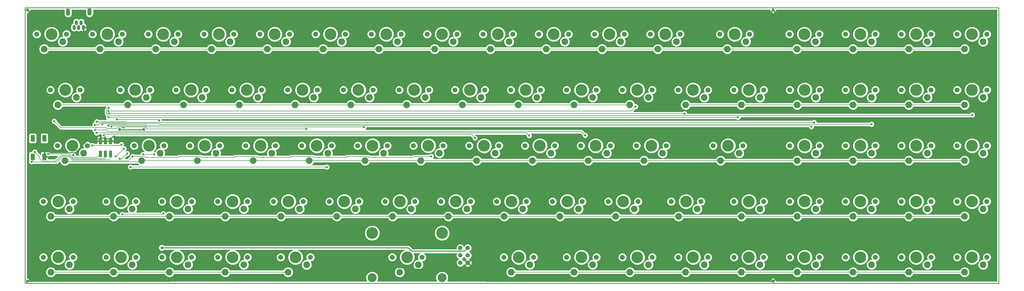
<source format=gtl>
G04 (created by PCBNEW (2013-02-13 BZR 3947)-testing) date 2016.01.05 20:59:58*
%MOIN*%
G04 Gerber Fmt 3.4, Leading zero omitted, Abs format*
%FSLAX34Y34*%
G01*
G70*
G90*
G04 APERTURE LIST*
%ADD10C,0.08*%
%ADD11C,0.009*%
%ADD12C,0.09*%
%ADD13C,0.157*%
%ADD14C,0.067*%
%ADD15C,0.12*%
%ADD16C,0.0393701*%
%ADD17C,0.0551181*%
%ADD18O,0.0551181X0.0984252*%
%ADD19O,0.0433X0.065*%
%ADD20C,0.0590551*%
%ADD21R,0.0551X0.0906*%
%ADD22R,0.0433X0.0866142*%
%ADD23C,0.0275591*%
%ADD24C,0.00708661*%
%ADD25C,0.011811*%
%ADD26C,0.01*%
G04 APERTURE END LIST*
G54D10*
G54D11*
X100976Y-37191D02*
X131076Y-37191D01*
X100976Y-141D02*
X131076Y-141D01*
X176Y-37191D02*
X176Y-141D01*
X100976Y-37191D02*
X176Y-37191D01*
X131076Y-141D02*
X131076Y-37191D01*
X176Y-141D02*
X100976Y-141D01*
G54D12*
X5526Y-20691D03*
X8026Y-19691D03*
G54D13*
X6526Y-18691D03*
G54D14*
X8526Y-18691D03*
X4526Y-18691D03*
G54D12*
X93676Y-20691D03*
X96176Y-19691D03*
G54D13*
X94676Y-18691D03*
G54D14*
X96676Y-18691D03*
X92676Y-18691D03*
G54D12*
X4576Y-13191D03*
X7076Y-12191D03*
G54D13*
X5576Y-11191D03*
G54D14*
X7576Y-11191D03*
X3576Y-11191D03*
G54D12*
X94576Y-5691D03*
X97076Y-4691D03*
G54D13*
X95576Y-3691D03*
G54D14*
X97576Y-3691D03*
X93576Y-3691D03*
G54D12*
X65526Y-35691D03*
X68026Y-34691D03*
G54D13*
X66526Y-33691D03*
G54D14*
X68526Y-33691D03*
X64526Y-33691D03*
G54D12*
X3626Y-28191D03*
X6126Y-27191D03*
G54D13*
X4626Y-26191D03*
G54D14*
X6626Y-26191D03*
X2626Y-26191D03*
G54D12*
X35526Y-35691D03*
X38026Y-34691D03*
G54D13*
X36526Y-33691D03*
G54D14*
X38526Y-33691D03*
X34526Y-33691D03*
G54D12*
X88026Y-28191D03*
X90526Y-27191D03*
G54D13*
X89026Y-26191D03*
G54D14*
X91026Y-26191D03*
X87026Y-26191D03*
G54D12*
X3626Y-35691D03*
X6126Y-34691D03*
G54D13*
X4626Y-33691D03*
G54D14*
X6626Y-33691D03*
X2626Y-33691D03*
G54D12*
X81476Y-13191D03*
X83976Y-12191D03*
G54D13*
X82476Y-11191D03*
G54D14*
X84476Y-11191D03*
X80476Y-11191D03*
G54D12*
X43976Y-13191D03*
X46476Y-12191D03*
G54D13*
X44976Y-11191D03*
G54D14*
X46976Y-11191D03*
X42976Y-11191D03*
G54D12*
X51476Y-13191D03*
X53976Y-12191D03*
G54D13*
X52476Y-11191D03*
G54D14*
X54476Y-11191D03*
X50476Y-11191D03*
G54D12*
X58976Y-13191D03*
X61476Y-12191D03*
G54D13*
X59976Y-11191D03*
G54D14*
X61976Y-11191D03*
X57976Y-11191D03*
G54D12*
X66476Y-13191D03*
X68976Y-12191D03*
G54D13*
X67476Y-11191D03*
G54D14*
X69476Y-11191D03*
X65476Y-11191D03*
G54D12*
X73976Y-13191D03*
X76476Y-12191D03*
G54D13*
X74976Y-11191D03*
G54D14*
X76976Y-11191D03*
X72976Y-11191D03*
G54D12*
X23326Y-20691D03*
X25826Y-19691D03*
G54D13*
X24326Y-18691D03*
G54D14*
X26326Y-18691D03*
X22326Y-18691D03*
G54D12*
X88976Y-13191D03*
X91476Y-12191D03*
G54D13*
X89976Y-11191D03*
G54D14*
X91976Y-11191D03*
X87976Y-11191D03*
G54D12*
X96476Y-13191D03*
X98976Y-12191D03*
G54D13*
X97476Y-11191D03*
G54D14*
X99476Y-11191D03*
X95476Y-11191D03*
G54D12*
X15826Y-20691D03*
X18326Y-19691D03*
G54D13*
X16826Y-18691D03*
G54D14*
X18826Y-18691D03*
X14826Y-18691D03*
G54D12*
X10226Y-5691D03*
X12726Y-4691D03*
G54D13*
X11226Y-3691D03*
G54D14*
X13226Y-3691D03*
X9226Y-3691D03*
G54D12*
X36476Y-13191D03*
X38976Y-12191D03*
G54D13*
X37476Y-11191D03*
G54D14*
X39476Y-11191D03*
X35476Y-11191D03*
G54D12*
X28976Y-13191D03*
X31476Y-12191D03*
G54D13*
X29976Y-11191D03*
G54D14*
X31976Y-11191D03*
X27976Y-11191D03*
G54D12*
X21476Y-13191D03*
X23976Y-12191D03*
G54D13*
X22476Y-11191D03*
G54D14*
X24476Y-11191D03*
X20476Y-11191D03*
G54D12*
X13976Y-13191D03*
X16476Y-12191D03*
G54D13*
X14976Y-11191D03*
G54D14*
X16976Y-11191D03*
X12976Y-11191D03*
G54D12*
X85226Y-5691D03*
X87726Y-4691D03*
G54D13*
X86226Y-3691D03*
G54D14*
X88226Y-3691D03*
X84226Y-3691D03*
G54D12*
X77726Y-5691D03*
X80226Y-4691D03*
G54D13*
X78726Y-3691D03*
G54D14*
X80726Y-3691D03*
X76726Y-3691D03*
G54D12*
X70226Y-5691D03*
X72726Y-4691D03*
G54D13*
X71226Y-3691D03*
G54D14*
X73226Y-3691D03*
X69226Y-3691D03*
G54D12*
X55226Y-5691D03*
X57726Y-4691D03*
G54D13*
X56226Y-3691D03*
G54D14*
X58226Y-3691D03*
X54226Y-3691D03*
G54D12*
X40226Y-5691D03*
X42726Y-4691D03*
G54D13*
X41226Y-3691D03*
G54D14*
X43226Y-3691D03*
X39226Y-3691D03*
G54D12*
X32726Y-5691D03*
X35226Y-4691D03*
G54D13*
X33726Y-3691D03*
G54D14*
X35726Y-3691D03*
X31726Y-3691D03*
G54D12*
X25226Y-5691D03*
X27726Y-4691D03*
G54D13*
X26226Y-3691D03*
G54D14*
X28226Y-3691D03*
X24226Y-3691D03*
G54D12*
X17726Y-5691D03*
X20226Y-4691D03*
G54D13*
X18726Y-3691D03*
G54D14*
X20726Y-3691D03*
X16726Y-3691D03*
G54D12*
X73976Y-35691D03*
X76476Y-34691D03*
G54D13*
X74976Y-33691D03*
G54D14*
X76976Y-33691D03*
X72976Y-33691D03*
G54D12*
X64576Y-28191D03*
X67076Y-27191D03*
G54D13*
X65576Y-26191D03*
G54D14*
X67576Y-26191D03*
X63576Y-26191D03*
G54D12*
X2726Y-5691D03*
X5226Y-4691D03*
G54D13*
X3726Y-3691D03*
G54D14*
X5726Y-3691D03*
X1726Y-3691D03*
G54D12*
X47726Y-5691D03*
X50226Y-4691D03*
G54D13*
X48726Y-3691D03*
G54D14*
X50726Y-3691D03*
X46726Y-3691D03*
G54D12*
X62726Y-5691D03*
X65226Y-4691D03*
G54D13*
X63726Y-3691D03*
G54D14*
X65726Y-3691D03*
X61726Y-3691D03*
G54D12*
X96476Y-28191D03*
X98976Y-27191D03*
G54D13*
X97476Y-26191D03*
G54D14*
X99476Y-26191D03*
X95476Y-26191D03*
G54D12*
X96476Y-35691D03*
X98976Y-34691D03*
G54D13*
X97476Y-33691D03*
G54D14*
X99476Y-33691D03*
X95476Y-33691D03*
G54D12*
X27076Y-35691D03*
X29576Y-34691D03*
G54D13*
X28076Y-33691D03*
G54D14*
X30076Y-33691D03*
X26076Y-33691D03*
G54D12*
X88976Y-35691D03*
X91476Y-34691D03*
G54D13*
X89976Y-33691D03*
G54D14*
X91976Y-33691D03*
X87976Y-33691D03*
G54D12*
X27076Y-28191D03*
X29576Y-27191D03*
G54D13*
X28076Y-26191D03*
G54D14*
X30076Y-26191D03*
X26076Y-26191D03*
G54D12*
X81476Y-35691D03*
X83976Y-34691D03*
G54D13*
X82476Y-33691D03*
G54D14*
X84476Y-33691D03*
X80476Y-33691D03*
G54D12*
X19576Y-35691D03*
X22076Y-34691D03*
G54D13*
X20576Y-33691D03*
G54D14*
X22576Y-33691D03*
X18576Y-33691D03*
G54D12*
X12076Y-35691D03*
X14576Y-34691D03*
G54D13*
X13076Y-33691D03*
G54D14*
X15076Y-33691D03*
X11076Y-33691D03*
G54D12*
X79576Y-28191D03*
X82076Y-27191D03*
G54D13*
X80576Y-26191D03*
G54D14*
X82576Y-26191D03*
X78576Y-26191D03*
G54D12*
X72076Y-28191D03*
X74576Y-27191D03*
G54D13*
X73076Y-26191D03*
G54D14*
X75076Y-26191D03*
X71076Y-26191D03*
G54D12*
X30826Y-20691D03*
X33326Y-19691D03*
G54D13*
X31826Y-18691D03*
G54D14*
X33826Y-18691D03*
X29826Y-18691D03*
G54D12*
X57076Y-28191D03*
X59576Y-27191D03*
G54D13*
X58076Y-26191D03*
G54D14*
X60076Y-26191D03*
X56076Y-26191D03*
G54D12*
X49576Y-28191D03*
X52076Y-27191D03*
G54D13*
X50576Y-26191D03*
G54D14*
X52576Y-26191D03*
X48576Y-26191D03*
G54D12*
X42076Y-28191D03*
X44576Y-27191D03*
G54D13*
X43076Y-26191D03*
G54D14*
X45076Y-26191D03*
X41076Y-26191D03*
G54D12*
X34576Y-28191D03*
X37076Y-27191D03*
G54D13*
X35576Y-26191D03*
G54D14*
X37576Y-26191D03*
X33576Y-26191D03*
G54D12*
X19576Y-28191D03*
X22076Y-27191D03*
G54D13*
X20576Y-26191D03*
G54D14*
X22576Y-26191D03*
X18576Y-26191D03*
G54D12*
X12076Y-28191D03*
X14576Y-27191D03*
G54D13*
X13076Y-26191D03*
G54D14*
X15076Y-26191D03*
X11076Y-26191D03*
G54D12*
X83376Y-20691D03*
X85876Y-19691D03*
G54D13*
X84376Y-18691D03*
G54D14*
X86376Y-18691D03*
X82376Y-18691D03*
G54D12*
X75876Y-20691D03*
X78376Y-19691D03*
G54D13*
X76876Y-18691D03*
G54D14*
X78876Y-18691D03*
X74876Y-18691D03*
G54D12*
X68376Y-20691D03*
X70876Y-19691D03*
G54D13*
X69376Y-18691D03*
G54D14*
X71376Y-18691D03*
X67376Y-18691D03*
G54D12*
X60876Y-20691D03*
X63376Y-19691D03*
G54D13*
X61876Y-18691D03*
G54D14*
X63876Y-18691D03*
X59876Y-18691D03*
G54D12*
X53376Y-20691D03*
X55876Y-19691D03*
G54D13*
X54376Y-18691D03*
G54D14*
X56376Y-18691D03*
X52376Y-18691D03*
G54D12*
X45876Y-20691D03*
X48376Y-19691D03*
G54D13*
X46876Y-18691D03*
G54D14*
X48876Y-18691D03*
X44876Y-18691D03*
G54D12*
X38376Y-20691D03*
X40876Y-19691D03*
G54D13*
X39376Y-18691D03*
G54D14*
X41376Y-18691D03*
X37376Y-18691D03*
G54D12*
X50526Y-35691D03*
X53026Y-34691D03*
G54D13*
X51526Y-33691D03*
G54D14*
X53526Y-33691D03*
X49526Y-33691D03*
G54D15*
X56226Y-36441D03*
X46826Y-36441D03*
G54D13*
X56226Y-30441D03*
X46826Y-30441D03*
G54D16*
X100726Y-441D03*
X100726Y-36941D03*
X476Y-36941D03*
X476Y-441D03*
G54D17*
X8833Y-504D03*
X8831Y-711D03*
X8833Y-900D03*
G54D18*
X8833Y-702D03*
G54D19*
X6746Y-2785D03*
X7061Y-2154D03*
X7376Y-2785D03*
X7691Y-2154D03*
X8006Y-2785D03*
G54D18*
X5939Y-717D03*
G54D17*
X5940Y-913D03*
X5942Y-715D03*
X5940Y-519D03*
G54D20*
X59676Y-34441D03*
X58676Y-34441D03*
X58676Y-32441D03*
X59676Y-33441D03*
X59676Y-32441D03*
X58676Y-33441D03*
G54D12*
X126476Y-28191D03*
X128976Y-27191D03*
G54D13*
X127476Y-26191D03*
G54D14*
X129476Y-26191D03*
X125476Y-26191D03*
G54D12*
X103976Y-35691D03*
X106476Y-34691D03*
G54D13*
X104976Y-33691D03*
G54D14*
X106976Y-33691D03*
X102976Y-33691D03*
G54D12*
X111476Y-35691D03*
X113976Y-34691D03*
G54D13*
X112476Y-33691D03*
G54D14*
X114476Y-33691D03*
X110476Y-33691D03*
G54D12*
X118976Y-28191D03*
X121476Y-27191D03*
G54D13*
X119976Y-26191D03*
G54D14*
X121976Y-26191D03*
X117976Y-26191D03*
G54D12*
X118976Y-35691D03*
X121476Y-34691D03*
G54D13*
X119976Y-33691D03*
G54D14*
X121976Y-33691D03*
X117976Y-33691D03*
G54D12*
X126476Y-35691D03*
X128976Y-34691D03*
G54D13*
X127476Y-33691D03*
G54D14*
X129476Y-33691D03*
X125476Y-33691D03*
G54D12*
X118976Y-20691D03*
X121476Y-19691D03*
G54D13*
X119976Y-18691D03*
G54D14*
X121976Y-18691D03*
X117976Y-18691D03*
G54D12*
X111476Y-28191D03*
X113976Y-27191D03*
G54D13*
X112476Y-26191D03*
G54D14*
X114476Y-26191D03*
X110476Y-26191D03*
G54D12*
X103976Y-28191D03*
X106476Y-27191D03*
G54D13*
X104976Y-26191D03*
G54D14*
X106976Y-26191D03*
X102976Y-26191D03*
G54D12*
X126476Y-20691D03*
X128976Y-19691D03*
G54D13*
X127476Y-18691D03*
G54D14*
X129476Y-18691D03*
X125476Y-18691D03*
G54D12*
X103926Y-5691D03*
X106426Y-4691D03*
G54D13*
X104926Y-3691D03*
G54D14*
X106926Y-3691D03*
X102926Y-3691D03*
G54D12*
X111476Y-20691D03*
X113976Y-19691D03*
G54D13*
X112476Y-18691D03*
G54D14*
X114476Y-18691D03*
X110476Y-18691D03*
G54D12*
X103976Y-20691D03*
X106476Y-19691D03*
G54D13*
X104976Y-18691D03*
G54D14*
X106976Y-18691D03*
X102976Y-18691D03*
G54D12*
X126476Y-13191D03*
X128976Y-12191D03*
G54D13*
X127476Y-11191D03*
G54D14*
X129476Y-11191D03*
X125476Y-11191D03*
G54D12*
X118976Y-13191D03*
X121476Y-12191D03*
G54D13*
X119976Y-11191D03*
G54D14*
X121976Y-11191D03*
X117976Y-11191D03*
G54D12*
X111476Y-13191D03*
X113976Y-12191D03*
G54D13*
X112476Y-11191D03*
G54D14*
X114476Y-11191D03*
X110476Y-11191D03*
G54D12*
X103976Y-13191D03*
X106476Y-12191D03*
G54D13*
X104976Y-11191D03*
G54D14*
X106976Y-11191D03*
X102976Y-11191D03*
G54D12*
X126476Y-5691D03*
X128976Y-4691D03*
G54D13*
X127476Y-3691D03*
G54D14*
X129476Y-3691D03*
X125476Y-3691D03*
G54D12*
X118976Y-5691D03*
X121476Y-4691D03*
G54D13*
X119976Y-3691D03*
G54D14*
X121976Y-3691D03*
X117976Y-3691D03*
G54D12*
X111476Y-5691D03*
X113976Y-4691D03*
G54D13*
X112476Y-3691D03*
G54D14*
X114476Y-3691D03*
X110476Y-3691D03*
G54D21*
X2764Y-17701D03*
X1189Y-20181D03*
X2763Y-20181D03*
X1189Y-17701D03*
G54D22*
X10307Y-19807D03*
X10976Y-19807D03*
X11645Y-19807D03*
X11645Y-18074D03*
X10976Y-18074D03*
X10307Y-18074D03*
G54D23*
X13110Y-18516D03*
X9197Y-18659D03*
X9547Y-16573D03*
X75459Y-17290D03*
X11353Y-14016D03*
X82242Y-13418D03*
X88818Y-14375D03*
X11472Y-14375D03*
X11365Y-14872D03*
X95992Y-14872D03*
X105877Y-16132D03*
X10527Y-15838D03*
X106235Y-15553D03*
X9805Y-15462D03*
X113963Y-15805D03*
X9538Y-15881D03*
X127513Y-14540D03*
X11383Y-13583D03*
X13222Y-27908D03*
X18743Y-27811D03*
X37959Y-16435D03*
X11748Y-16122D03*
X40725Y-21555D03*
X14323Y-21555D03*
X11356Y-15979D03*
X45719Y-16199D03*
X10748Y-17278D03*
X60646Y-17652D03*
X9768Y-16972D03*
X67931Y-17336D03*
X17524Y-19849D03*
X16012Y-19849D03*
X13388Y-16268D03*
X4066Y-15390D03*
X1018Y-20847D03*
X54767Y-20130D03*
X14615Y-20118D03*
G54D16*
X19786Y-36742D03*
X10285Y-17327D03*
X12170Y-17503D03*
X16311Y-17584D03*
G54D23*
X12495Y-15161D03*
X18177Y-15303D03*
X6623Y-19953D03*
X12881Y-20465D03*
X13891Y-19736D03*
X12376Y-20141D03*
X13476Y-19091D03*
X1462Y-19512D03*
X3255Y-19787D03*
G54D16*
X18555Y-32417D03*
X16139Y-16478D03*
X12875Y-16478D03*
G54D24*
X12966Y-18659D02*
X13110Y-18516D01*
X9197Y-18659D02*
X12966Y-18659D01*
X74963Y-16793D02*
X75459Y-17290D01*
X11303Y-16793D02*
X74963Y-16793D01*
X11082Y-16573D02*
X11303Y-16793D01*
X9547Y-16573D02*
X11082Y-16573D01*
X81644Y-14016D02*
X11353Y-14016D01*
X82242Y-13418D02*
X81644Y-14016D01*
X11472Y-14375D02*
X88818Y-14375D01*
X11365Y-14872D02*
X95992Y-14872D01*
X10633Y-15731D02*
X10527Y-15838D01*
X13602Y-15731D02*
X10633Y-15731D01*
X13744Y-15873D02*
X13602Y-15731D01*
X16396Y-15873D02*
X13744Y-15873D01*
X16471Y-15948D02*
X16396Y-15873D01*
X105694Y-15948D02*
X16471Y-15948D01*
X105877Y-16132D02*
X105694Y-15948D01*
X9819Y-15447D02*
X9805Y-15462D01*
X13719Y-15447D02*
X9819Y-15447D01*
X13825Y-15553D02*
X13719Y-15447D01*
X106235Y-15553D02*
X13825Y-15553D01*
X10034Y-15881D02*
X9538Y-15881D01*
X10326Y-15589D02*
X10034Y-15881D01*
X13661Y-15589D02*
X10326Y-15589D01*
X13776Y-15704D02*
X13661Y-15589D01*
X18213Y-15704D02*
X13776Y-15704D01*
X18313Y-15805D02*
X18213Y-15704D01*
X113963Y-15805D02*
X18313Y-15805D01*
X127433Y-14619D02*
X127513Y-14540D01*
X11371Y-14619D02*
X127433Y-14619D01*
X11109Y-14357D02*
X11371Y-14619D01*
X11109Y-13858D02*
X11109Y-14357D01*
X11383Y-13583D02*
X11109Y-13858D01*
X18646Y-27908D02*
X18743Y-27811D01*
X13222Y-27908D02*
X18646Y-27908D01*
X11855Y-16015D02*
X11748Y-16122D01*
X13480Y-16015D02*
X11855Y-16015D01*
X13622Y-16157D02*
X13480Y-16015D01*
X16278Y-16157D02*
X13622Y-16157D01*
X16557Y-16435D02*
X16278Y-16157D01*
X37959Y-16435D02*
X16557Y-16435D01*
X14323Y-21555D02*
X40725Y-21555D01*
X11463Y-15873D02*
X11356Y-15979D01*
X13543Y-15873D02*
X11463Y-15873D01*
X13685Y-16015D02*
X13543Y-15873D01*
X16337Y-16015D02*
X13685Y-16015D01*
X16467Y-16145D02*
X16337Y-16015D01*
X45665Y-16145D02*
X16467Y-16145D01*
X45719Y-16199D02*
X45665Y-16145D01*
X10852Y-17174D02*
X10748Y-17278D01*
X60168Y-17174D02*
X10852Y-17174D01*
X60646Y-17652D02*
X60168Y-17174D01*
X67566Y-16972D02*
X9768Y-16972D01*
X67931Y-17336D02*
X67566Y-16972D01*
X118976Y-5691D02*
X111476Y-5691D01*
X126476Y-5691D02*
X118976Y-5691D01*
X111476Y-5691D02*
X103926Y-5691D01*
X103926Y-5691D02*
X94576Y-5691D01*
X2726Y-5691D02*
X10226Y-5691D01*
X25226Y-5691D02*
X32726Y-5691D01*
X32726Y-5691D02*
X40226Y-5691D01*
X40226Y-5691D02*
X47726Y-5691D01*
X47726Y-5691D02*
X55226Y-5691D01*
X55226Y-5691D02*
X62726Y-5691D01*
X62726Y-5691D02*
X70226Y-5691D01*
X70226Y-5691D02*
X77726Y-5691D01*
X25226Y-5691D02*
X17726Y-5691D01*
X17726Y-5691D02*
X10226Y-5691D01*
X77726Y-5691D02*
X85226Y-5691D01*
X85226Y-5691D02*
X94576Y-5691D01*
X111476Y-13191D02*
X103976Y-13191D01*
X118976Y-13191D02*
X111476Y-13191D01*
X126476Y-13191D02*
X118976Y-13191D01*
X21476Y-13191D02*
X28976Y-13191D01*
X28976Y-13191D02*
X36476Y-13191D01*
X36476Y-13191D02*
X43976Y-13191D01*
X103976Y-13191D02*
X96476Y-13191D01*
X96476Y-13191D02*
X88976Y-13191D01*
X66476Y-13191D02*
X58976Y-13191D01*
X58976Y-13191D02*
X51476Y-13191D01*
X51476Y-13191D02*
X43976Y-13191D01*
X66476Y-13191D02*
X73976Y-13191D01*
X73976Y-13191D02*
X81476Y-13191D01*
X21476Y-13191D02*
X13976Y-13191D01*
X13976Y-13191D02*
X4576Y-13191D01*
X111476Y-20691D02*
X118976Y-20691D01*
X126476Y-20691D02*
X118976Y-20691D01*
X111476Y-20691D02*
X103976Y-20691D01*
X103976Y-20691D02*
X93676Y-20691D01*
X45876Y-20691D02*
X53376Y-20691D01*
X60876Y-20691D02*
X68376Y-20691D01*
X68376Y-20691D02*
X75876Y-20691D01*
X45876Y-20691D02*
X38376Y-20691D01*
X38376Y-20691D02*
X30826Y-20691D01*
X30826Y-20691D02*
X23326Y-20691D01*
X15826Y-20691D02*
X23326Y-20691D01*
X75876Y-20691D02*
X83376Y-20691D01*
X83376Y-20691D02*
X93676Y-20691D01*
X53376Y-20691D02*
X60876Y-20691D01*
X15658Y-20858D02*
X15826Y-20691D01*
X5693Y-20858D02*
X15658Y-20858D01*
X5526Y-20691D02*
X5693Y-20858D01*
X111476Y-28191D02*
X118976Y-28191D01*
X118976Y-28191D02*
X126476Y-28191D01*
X111476Y-28191D02*
X103976Y-28191D01*
X19576Y-28191D02*
X27076Y-28191D01*
X42076Y-28191D02*
X34576Y-28191D01*
X34576Y-28191D02*
X27076Y-28191D01*
X57076Y-28191D02*
X64576Y-28191D01*
X72076Y-28191D02*
X64576Y-28191D01*
X42076Y-28191D02*
X49576Y-28191D01*
X49576Y-28191D02*
X57076Y-28191D01*
X103976Y-28191D02*
X96476Y-28191D01*
X96476Y-28191D02*
X88026Y-28191D01*
X72076Y-28191D02*
X79576Y-28191D01*
X79576Y-28191D02*
X88026Y-28191D01*
X19576Y-28191D02*
X12076Y-28191D01*
X12076Y-28191D02*
X3626Y-28191D01*
X17524Y-19849D02*
X16012Y-19849D01*
X126476Y-35691D02*
X118976Y-35691D01*
X118976Y-35691D02*
X111476Y-35691D01*
X111476Y-35691D02*
X103976Y-35691D01*
X103976Y-35691D02*
X96476Y-35691D01*
X88976Y-35691D02*
X96476Y-35691D01*
X19576Y-35691D02*
X12076Y-35691D01*
X12076Y-35691D02*
X3626Y-35691D01*
X88976Y-35691D02*
X81476Y-35691D01*
X81476Y-35691D02*
X73976Y-35691D01*
X73976Y-35691D02*
X65526Y-35691D01*
X19576Y-35691D02*
X27076Y-35691D01*
X27076Y-35691D02*
X35526Y-35691D01*
X4953Y-16277D02*
X4066Y-15390D01*
X11024Y-16277D02*
X4953Y-16277D01*
X11139Y-16392D02*
X11024Y-16277D01*
X12470Y-16392D02*
X11139Y-16392D01*
X12705Y-16157D02*
X12470Y-16392D01*
X13277Y-16157D02*
X12705Y-16157D01*
X13388Y-16268D02*
X13277Y-16157D01*
X1188Y-20181D02*
X1188Y-20740D01*
X1188Y-20740D02*
X1188Y-20748D01*
X1117Y-20748D02*
X1018Y-20847D01*
X1188Y-20748D02*
X1117Y-20748D01*
X52507Y-20130D02*
X54767Y-20130D01*
X52390Y-20247D02*
X52507Y-20130D01*
X46432Y-20247D02*
X52390Y-20247D01*
X46319Y-20134D02*
X46432Y-20247D01*
X43390Y-20134D02*
X46319Y-20134D01*
X43277Y-20247D02*
X43390Y-20134D01*
X38932Y-20247D02*
X43277Y-20247D01*
X38819Y-20134D02*
X38932Y-20247D01*
X35865Y-20134D02*
X38819Y-20134D01*
X35752Y-20247D02*
X35865Y-20134D01*
X31382Y-20247D02*
X35752Y-20247D01*
X31269Y-20134D02*
X31382Y-20247D01*
X28340Y-20134D02*
X31269Y-20134D01*
X28227Y-20247D02*
X28340Y-20134D01*
X23882Y-20247D02*
X28227Y-20247D01*
X23769Y-20134D02*
X23882Y-20247D01*
X20840Y-20134D02*
X23769Y-20134D01*
X20727Y-20247D02*
X20840Y-20134D01*
X16382Y-20247D02*
X20727Y-20247D01*
X16253Y-20118D02*
X16382Y-20247D01*
X14615Y-20118D02*
X16253Y-20118D01*
X14022Y-20712D02*
X14615Y-20118D01*
X6635Y-20712D02*
X14022Y-20712D01*
X6058Y-20134D02*
X6635Y-20712D01*
X5178Y-20134D02*
X6058Y-20134D01*
X4422Y-20890D02*
X5178Y-20134D01*
X1330Y-20890D02*
X4422Y-20890D01*
X1188Y-20748D02*
X1330Y-20890D01*
G54D25*
X10976Y-18074D02*
X10976Y-17789D01*
X10976Y-17789D02*
X10976Y-17503D01*
X10306Y-18074D02*
X10306Y-17789D01*
X10306Y-17789D02*
X10306Y-17503D01*
X2763Y-20181D02*
X2763Y-19590D01*
X62176Y-36941D02*
X100726Y-36941D01*
X59676Y-34441D02*
X62176Y-36941D01*
X10912Y-17503D02*
X10976Y-17503D01*
X10755Y-17661D02*
X10912Y-17503D01*
X10527Y-17661D02*
X10755Y-17661D01*
X10370Y-17503D02*
X10527Y-17661D01*
X10306Y-17503D02*
X10370Y-17503D01*
X19587Y-36941D02*
X476Y-36941D01*
X19786Y-36742D02*
X19587Y-36941D01*
X38944Y-36742D02*
X19786Y-36742D01*
X40583Y-35103D02*
X38944Y-36742D01*
X51586Y-35103D02*
X40583Y-35103D01*
X51783Y-35300D02*
X51586Y-35103D01*
X58816Y-35300D02*
X51783Y-35300D01*
X59676Y-34441D02*
X58816Y-35300D01*
X10306Y-17348D02*
X10306Y-17503D01*
X10285Y-17327D02*
X10306Y-17348D01*
X11645Y-18074D02*
X11645Y-17789D01*
X10976Y-17789D02*
X11645Y-17789D01*
X11930Y-17503D02*
X12170Y-17503D01*
X11645Y-17789D02*
X11930Y-17503D01*
X12251Y-17584D02*
X16311Y-17584D01*
X12170Y-17503D02*
X12251Y-17584D01*
X2849Y-19503D02*
X2763Y-19590D01*
X3375Y-19503D02*
X2849Y-19503D01*
X3493Y-19620D02*
X3375Y-19503D01*
X6927Y-19620D02*
X3493Y-19620D01*
X8758Y-17789D02*
X6927Y-19620D01*
X10306Y-17789D02*
X8758Y-17789D01*
G54D24*
X18035Y-15161D02*
X18177Y-15303D01*
X12495Y-15161D02*
X18035Y-15161D01*
X6917Y-20247D02*
X6623Y-19953D01*
X9866Y-20247D02*
X6917Y-20247D01*
X10306Y-19807D02*
X9866Y-20247D01*
X13162Y-20465D02*
X12881Y-20465D01*
X13891Y-19736D02*
X13162Y-20465D01*
X12426Y-20141D02*
X12376Y-20141D01*
X13476Y-19091D02*
X12426Y-20141D01*
X11645Y-19807D02*
X11645Y-20346D01*
X11427Y-20563D02*
X11645Y-20346D01*
X6687Y-20563D02*
X11427Y-20563D01*
X6116Y-19992D02*
X6687Y-20563D01*
X5019Y-19992D02*
X6116Y-19992D01*
X4263Y-20748D02*
X5019Y-19992D01*
X2417Y-20748D02*
X4263Y-20748D01*
X2112Y-20443D02*
X2417Y-20748D01*
X2112Y-20162D02*
X2112Y-20443D01*
X1462Y-19512D02*
X2112Y-20162D01*
X10976Y-19807D02*
X10976Y-20346D01*
X3264Y-19796D02*
X3255Y-19787D01*
X6121Y-19796D02*
X3264Y-19796D01*
X6742Y-20417D02*
X6121Y-19796D01*
X10905Y-20417D02*
X6742Y-20417D01*
X10976Y-20346D02*
X10905Y-20417D01*
G54D25*
X51707Y-32417D02*
X18555Y-32417D01*
X52166Y-32876D02*
X51707Y-32417D01*
X59240Y-32876D02*
X52166Y-32876D01*
X59676Y-32441D02*
X59240Y-32876D01*
X16062Y-16555D02*
X16139Y-16478D01*
X12952Y-16555D02*
X16062Y-16555D01*
X12875Y-16478D02*
X12952Y-16555D01*
G54D10*
G36*
X130781Y-36896D02*
X130061Y-36896D01*
X130061Y-33575D01*
X130061Y-26075D01*
X130061Y-18575D01*
X130061Y-11075D01*
X130061Y-3575D01*
X129972Y-3360D01*
X129807Y-3195D01*
X129592Y-3106D01*
X129360Y-3105D01*
X129145Y-3194D01*
X128980Y-3359D01*
X128891Y-3574D01*
X128890Y-3806D01*
X128966Y-3990D01*
X128837Y-3990D01*
X128580Y-4097D01*
X128511Y-4165D01*
X128511Y-3486D01*
X128353Y-3105D01*
X128063Y-2814D01*
X127682Y-2656D01*
X127271Y-2655D01*
X126890Y-2813D01*
X126599Y-3103D01*
X126441Y-3484D01*
X126440Y-3895D01*
X126598Y-4276D01*
X126888Y-4567D01*
X127269Y-4725D01*
X127680Y-4726D01*
X128061Y-4568D01*
X128352Y-4278D01*
X128510Y-3897D01*
X128511Y-3486D01*
X128511Y-4165D01*
X128382Y-4293D01*
X128276Y-4551D01*
X128275Y-4829D01*
X128382Y-5087D01*
X128578Y-5284D01*
X128836Y-5390D01*
X129114Y-5391D01*
X129372Y-5284D01*
X129569Y-5088D01*
X129675Y-4830D01*
X129676Y-4552D01*
X129569Y-4295D01*
X129550Y-4276D01*
X129591Y-4276D01*
X129806Y-4187D01*
X129971Y-4022D01*
X130060Y-3807D01*
X130061Y-3575D01*
X130061Y-11075D01*
X129972Y-10860D01*
X129807Y-10695D01*
X129592Y-10606D01*
X129360Y-10605D01*
X129145Y-10694D01*
X128980Y-10859D01*
X128891Y-11074D01*
X128890Y-11306D01*
X128966Y-11490D01*
X128837Y-11490D01*
X128580Y-11597D01*
X128511Y-11665D01*
X128511Y-10986D01*
X128353Y-10605D01*
X128063Y-10314D01*
X127682Y-10156D01*
X127271Y-10155D01*
X127176Y-10195D01*
X127176Y-5552D01*
X127069Y-5295D01*
X126873Y-5097D01*
X126615Y-4991D01*
X126337Y-4990D01*
X126080Y-5097D01*
X126061Y-5116D01*
X126061Y-3575D01*
X125972Y-3360D01*
X125807Y-3195D01*
X125592Y-3106D01*
X125360Y-3105D01*
X125145Y-3194D01*
X124980Y-3359D01*
X124891Y-3574D01*
X124890Y-3806D01*
X124979Y-4021D01*
X125144Y-4186D01*
X125359Y-4275D01*
X125591Y-4276D01*
X125806Y-4187D01*
X125971Y-4022D01*
X126060Y-3807D01*
X126061Y-3575D01*
X126061Y-5116D01*
X125882Y-5293D01*
X125836Y-5405D01*
X122561Y-5405D01*
X122561Y-3575D01*
X122472Y-3360D01*
X122307Y-3195D01*
X122092Y-3106D01*
X121860Y-3105D01*
X121645Y-3194D01*
X121480Y-3359D01*
X121391Y-3574D01*
X121390Y-3806D01*
X121466Y-3990D01*
X121337Y-3990D01*
X121080Y-4097D01*
X121011Y-4165D01*
X121011Y-3486D01*
X120853Y-3105D01*
X120563Y-2814D01*
X120182Y-2656D01*
X119771Y-2655D01*
X119390Y-2813D01*
X119099Y-3103D01*
X118941Y-3484D01*
X118940Y-3895D01*
X119098Y-4276D01*
X119388Y-4567D01*
X119769Y-4725D01*
X120180Y-4726D01*
X120561Y-4568D01*
X120852Y-4278D01*
X121010Y-3897D01*
X121011Y-3486D01*
X121011Y-4165D01*
X120882Y-4293D01*
X120776Y-4551D01*
X120775Y-4829D01*
X120882Y-5087D01*
X121078Y-5284D01*
X121336Y-5390D01*
X121614Y-5391D01*
X121872Y-5284D01*
X122069Y-5088D01*
X122175Y-4830D01*
X122176Y-4552D01*
X122069Y-4295D01*
X122050Y-4276D01*
X122091Y-4276D01*
X122306Y-4187D01*
X122471Y-4022D01*
X122560Y-3807D01*
X122561Y-3575D01*
X122561Y-5405D01*
X119615Y-5405D01*
X119569Y-5295D01*
X119373Y-5097D01*
X119115Y-4991D01*
X118837Y-4990D01*
X118580Y-5097D01*
X118561Y-5116D01*
X118561Y-3575D01*
X118472Y-3360D01*
X118307Y-3195D01*
X118092Y-3106D01*
X117860Y-3105D01*
X117645Y-3194D01*
X117480Y-3359D01*
X117391Y-3574D01*
X117390Y-3806D01*
X117479Y-4021D01*
X117644Y-4186D01*
X117859Y-4275D01*
X118091Y-4276D01*
X118306Y-4187D01*
X118471Y-4022D01*
X118560Y-3807D01*
X118561Y-3575D01*
X118561Y-5116D01*
X118382Y-5293D01*
X118336Y-5405D01*
X115061Y-5405D01*
X115061Y-3575D01*
X114972Y-3360D01*
X114807Y-3195D01*
X114592Y-3106D01*
X114360Y-3105D01*
X114145Y-3194D01*
X113980Y-3359D01*
X113891Y-3574D01*
X113890Y-3806D01*
X113966Y-3990D01*
X113837Y-3990D01*
X113580Y-4097D01*
X113511Y-4165D01*
X113511Y-3486D01*
X113353Y-3105D01*
X113063Y-2814D01*
X112682Y-2656D01*
X112271Y-2655D01*
X111890Y-2813D01*
X111599Y-3103D01*
X111441Y-3484D01*
X111440Y-3895D01*
X111598Y-4276D01*
X111888Y-4567D01*
X112269Y-4725D01*
X112680Y-4726D01*
X113061Y-4568D01*
X113352Y-4278D01*
X113510Y-3897D01*
X113511Y-3486D01*
X113511Y-4165D01*
X113382Y-4293D01*
X113276Y-4551D01*
X113275Y-4829D01*
X113382Y-5087D01*
X113578Y-5284D01*
X113836Y-5390D01*
X114114Y-5391D01*
X114372Y-5284D01*
X114569Y-5088D01*
X114675Y-4830D01*
X114676Y-4552D01*
X114569Y-4295D01*
X114550Y-4276D01*
X114591Y-4276D01*
X114806Y-4187D01*
X114971Y-4022D01*
X115060Y-3807D01*
X115061Y-3575D01*
X115061Y-5405D01*
X112115Y-5405D01*
X112069Y-5295D01*
X111873Y-5097D01*
X111615Y-4991D01*
X111337Y-4990D01*
X111080Y-5097D01*
X111061Y-5116D01*
X111061Y-3575D01*
X110972Y-3360D01*
X110807Y-3195D01*
X110592Y-3106D01*
X110360Y-3105D01*
X110145Y-3194D01*
X109980Y-3359D01*
X109891Y-3574D01*
X109890Y-3806D01*
X109979Y-4021D01*
X110144Y-4186D01*
X110359Y-4275D01*
X110591Y-4276D01*
X110806Y-4187D01*
X110971Y-4022D01*
X111060Y-3807D01*
X111061Y-3575D01*
X111061Y-5116D01*
X110882Y-5293D01*
X110836Y-5405D01*
X107511Y-5405D01*
X107511Y-3575D01*
X107422Y-3360D01*
X107257Y-3195D01*
X107042Y-3106D01*
X106810Y-3105D01*
X106595Y-3194D01*
X106430Y-3359D01*
X106341Y-3574D01*
X106340Y-3806D01*
X106416Y-3990D01*
X106287Y-3990D01*
X106030Y-4097D01*
X105961Y-4165D01*
X105961Y-3486D01*
X105803Y-3105D01*
X105513Y-2814D01*
X105132Y-2656D01*
X104721Y-2655D01*
X104340Y-2813D01*
X104049Y-3103D01*
X103891Y-3484D01*
X103890Y-3895D01*
X104048Y-4276D01*
X104338Y-4567D01*
X104719Y-4725D01*
X105130Y-4726D01*
X105511Y-4568D01*
X105802Y-4278D01*
X105960Y-3897D01*
X105961Y-3486D01*
X105961Y-4165D01*
X105832Y-4293D01*
X105726Y-4551D01*
X105725Y-4829D01*
X105832Y-5087D01*
X106028Y-5284D01*
X106286Y-5390D01*
X106564Y-5391D01*
X106822Y-5284D01*
X107019Y-5088D01*
X107125Y-4830D01*
X107126Y-4552D01*
X107019Y-4295D01*
X107000Y-4276D01*
X107041Y-4276D01*
X107256Y-4187D01*
X107421Y-4022D01*
X107510Y-3807D01*
X107511Y-3575D01*
X107511Y-5405D01*
X104565Y-5405D01*
X104519Y-5295D01*
X104323Y-5097D01*
X104065Y-4991D01*
X103787Y-4990D01*
X103530Y-5097D01*
X103511Y-5116D01*
X103511Y-3575D01*
X103422Y-3360D01*
X103257Y-3195D01*
X103042Y-3106D01*
X102810Y-3105D01*
X102595Y-3194D01*
X102430Y-3359D01*
X102341Y-3574D01*
X102340Y-3806D01*
X102429Y-4021D01*
X102594Y-4186D01*
X102809Y-4275D01*
X103041Y-4276D01*
X103256Y-4187D01*
X103421Y-4022D01*
X103510Y-3807D01*
X103511Y-3575D01*
X103511Y-5116D01*
X103332Y-5293D01*
X103286Y-5405D01*
X100966Y-5405D01*
X100966Y-752D01*
X100726Y-511D01*
X100485Y-752D01*
X100500Y-836D01*
X100668Y-893D01*
X100846Y-880D01*
X100951Y-836D01*
X100966Y-752D01*
X100966Y-5405D01*
X98161Y-5405D01*
X98161Y-3575D01*
X98072Y-3360D01*
X97907Y-3195D01*
X97692Y-3106D01*
X97460Y-3105D01*
X97245Y-3194D01*
X97080Y-3359D01*
X96991Y-3574D01*
X96990Y-3806D01*
X97066Y-3990D01*
X96937Y-3990D01*
X96680Y-4097D01*
X96611Y-4165D01*
X96611Y-3486D01*
X96453Y-3105D01*
X96163Y-2814D01*
X95782Y-2656D01*
X95371Y-2655D01*
X94990Y-2813D01*
X94699Y-3103D01*
X94541Y-3484D01*
X94540Y-3895D01*
X94698Y-4276D01*
X94988Y-4567D01*
X95369Y-4725D01*
X95780Y-4726D01*
X96161Y-4568D01*
X96452Y-4278D01*
X96610Y-3897D01*
X96611Y-3486D01*
X96611Y-4165D01*
X96482Y-4293D01*
X96376Y-4551D01*
X96375Y-4829D01*
X96482Y-5087D01*
X96678Y-5284D01*
X96936Y-5390D01*
X97214Y-5391D01*
X97472Y-5284D01*
X97669Y-5088D01*
X97775Y-4830D01*
X97776Y-4552D01*
X97669Y-4295D01*
X97650Y-4276D01*
X97691Y-4276D01*
X97906Y-4187D01*
X98071Y-4022D01*
X98160Y-3807D01*
X98161Y-3575D01*
X98161Y-5405D01*
X95215Y-5405D01*
X95169Y-5295D01*
X94973Y-5097D01*
X94715Y-4991D01*
X94437Y-4990D01*
X94180Y-5097D01*
X94161Y-5116D01*
X94161Y-3575D01*
X94072Y-3360D01*
X93907Y-3195D01*
X93692Y-3106D01*
X93460Y-3105D01*
X93245Y-3194D01*
X93080Y-3359D01*
X92991Y-3574D01*
X92990Y-3806D01*
X93079Y-4021D01*
X93244Y-4186D01*
X93459Y-4275D01*
X93691Y-4276D01*
X93906Y-4187D01*
X94071Y-4022D01*
X94160Y-3807D01*
X94161Y-3575D01*
X94161Y-5116D01*
X93982Y-5293D01*
X93936Y-5405D01*
X88811Y-5405D01*
X88811Y-3575D01*
X88722Y-3360D01*
X88557Y-3195D01*
X88342Y-3106D01*
X88110Y-3105D01*
X87895Y-3194D01*
X87730Y-3359D01*
X87641Y-3574D01*
X87640Y-3806D01*
X87716Y-3990D01*
X87587Y-3990D01*
X87330Y-4097D01*
X87261Y-4165D01*
X87261Y-3486D01*
X87103Y-3105D01*
X86813Y-2814D01*
X86432Y-2656D01*
X86021Y-2655D01*
X85640Y-2813D01*
X85349Y-3103D01*
X85191Y-3484D01*
X85190Y-3895D01*
X85348Y-4276D01*
X85638Y-4567D01*
X86019Y-4725D01*
X86430Y-4726D01*
X86811Y-4568D01*
X87102Y-4278D01*
X87260Y-3897D01*
X87261Y-3486D01*
X87261Y-4165D01*
X87132Y-4293D01*
X87026Y-4551D01*
X87025Y-4829D01*
X87132Y-5087D01*
X87328Y-5284D01*
X87586Y-5390D01*
X87864Y-5391D01*
X88122Y-5284D01*
X88319Y-5088D01*
X88425Y-4830D01*
X88426Y-4552D01*
X88319Y-4295D01*
X88300Y-4276D01*
X88341Y-4276D01*
X88556Y-4187D01*
X88721Y-4022D01*
X88810Y-3807D01*
X88811Y-3575D01*
X88811Y-5405D01*
X85865Y-5405D01*
X85819Y-5295D01*
X85623Y-5097D01*
X85365Y-4991D01*
X85087Y-4990D01*
X84830Y-5097D01*
X84811Y-5116D01*
X84811Y-3575D01*
X84722Y-3360D01*
X84557Y-3195D01*
X84342Y-3106D01*
X84110Y-3105D01*
X83895Y-3194D01*
X83730Y-3359D01*
X83641Y-3574D01*
X83640Y-3806D01*
X83729Y-4021D01*
X83894Y-4186D01*
X84109Y-4275D01*
X84341Y-4276D01*
X84556Y-4187D01*
X84721Y-4022D01*
X84810Y-3807D01*
X84811Y-3575D01*
X84811Y-5116D01*
X84632Y-5293D01*
X84586Y-5405D01*
X81311Y-5405D01*
X81311Y-3575D01*
X81222Y-3360D01*
X81057Y-3195D01*
X80842Y-3106D01*
X80610Y-3105D01*
X80395Y-3194D01*
X80230Y-3359D01*
X80141Y-3574D01*
X80140Y-3806D01*
X80216Y-3990D01*
X80087Y-3990D01*
X79830Y-4097D01*
X79761Y-4165D01*
X79761Y-3486D01*
X79603Y-3105D01*
X79313Y-2814D01*
X78932Y-2656D01*
X78521Y-2655D01*
X78140Y-2813D01*
X77849Y-3103D01*
X77691Y-3484D01*
X77690Y-3895D01*
X77848Y-4276D01*
X78138Y-4567D01*
X78519Y-4725D01*
X78930Y-4726D01*
X79311Y-4568D01*
X79602Y-4278D01*
X79760Y-3897D01*
X79761Y-3486D01*
X79761Y-4165D01*
X79632Y-4293D01*
X79526Y-4551D01*
X79525Y-4829D01*
X79632Y-5087D01*
X79828Y-5284D01*
X80086Y-5390D01*
X80364Y-5391D01*
X80622Y-5284D01*
X80819Y-5088D01*
X80925Y-4830D01*
X80926Y-4552D01*
X80819Y-4295D01*
X80800Y-4276D01*
X80841Y-4276D01*
X81056Y-4187D01*
X81221Y-4022D01*
X81310Y-3807D01*
X81311Y-3575D01*
X81311Y-5405D01*
X78365Y-5405D01*
X78319Y-5295D01*
X78123Y-5097D01*
X77865Y-4991D01*
X77587Y-4990D01*
X77330Y-5097D01*
X77311Y-5116D01*
X77311Y-3575D01*
X77222Y-3360D01*
X77057Y-3195D01*
X76842Y-3106D01*
X76610Y-3105D01*
X76395Y-3194D01*
X76230Y-3359D01*
X76141Y-3574D01*
X76140Y-3806D01*
X76229Y-4021D01*
X76394Y-4186D01*
X76609Y-4275D01*
X76841Y-4276D01*
X77056Y-4187D01*
X77221Y-4022D01*
X77310Y-3807D01*
X77311Y-3575D01*
X77311Y-5116D01*
X77132Y-5293D01*
X77086Y-5405D01*
X73811Y-5405D01*
X73811Y-3575D01*
X73722Y-3360D01*
X73557Y-3195D01*
X73342Y-3106D01*
X73110Y-3105D01*
X72895Y-3194D01*
X72730Y-3359D01*
X72641Y-3574D01*
X72640Y-3806D01*
X72716Y-3990D01*
X72587Y-3990D01*
X72330Y-4097D01*
X72261Y-4165D01*
X72261Y-3486D01*
X72103Y-3105D01*
X71813Y-2814D01*
X71432Y-2656D01*
X71021Y-2655D01*
X70640Y-2813D01*
X70349Y-3103D01*
X70191Y-3484D01*
X70190Y-3895D01*
X70348Y-4276D01*
X70638Y-4567D01*
X71019Y-4725D01*
X71430Y-4726D01*
X71811Y-4568D01*
X72102Y-4278D01*
X72260Y-3897D01*
X72261Y-3486D01*
X72261Y-4165D01*
X72132Y-4293D01*
X72026Y-4551D01*
X72025Y-4829D01*
X72132Y-5087D01*
X72328Y-5284D01*
X72586Y-5390D01*
X72864Y-5391D01*
X73122Y-5284D01*
X73319Y-5088D01*
X73425Y-4830D01*
X73426Y-4552D01*
X73319Y-4295D01*
X73300Y-4276D01*
X73341Y-4276D01*
X73556Y-4187D01*
X73721Y-4022D01*
X73810Y-3807D01*
X73811Y-3575D01*
X73811Y-5405D01*
X70865Y-5405D01*
X70819Y-5295D01*
X70623Y-5097D01*
X70365Y-4991D01*
X70087Y-4990D01*
X69830Y-5097D01*
X69811Y-5116D01*
X69811Y-3575D01*
X69722Y-3360D01*
X69557Y-3195D01*
X69342Y-3106D01*
X69110Y-3105D01*
X68895Y-3194D01*
X68730Y-3359D01*
X68641Y-3574D01*
X68640Y-3806D01*
X68729Y-4021D01*
X68894Y-4186D01*
X69109Y-4275D01*
X69341Y-4276D01*
X69556Y-4187D01*
X69721Y-4022D01*
X69810Y-3807D01*
X69811Y-3575D01*
X69811Y-5116D01*
X69632Y-5293D01*
X69586Y-5405D01*
X66311Y-5405D01*
X66311Y-3575D01*
X66222Y-3360D01*
X66057Y-3195D01*
X65842Y-3106D01*
X65610Y-3105D01*
X65395Y-3194D01*
X65230Y-3359D01*
X65141Y-3574D01*
X65140Y-3806D01*
X65216Y-3990D01*
X65087Y-3990D01*
X64830Y-4097D01*
X64761Y-4165D01*
X64761Y-3486D01*
X64603Y-3105D01*
X64313Y-2814D01*
X63932Y-2656D01*
X63521Y-2655D01*
X63140Y-2813D01*
X62849Y-3103D01*
X62691Y-3484D01*
X62690Y-3895D01*
X62848Y-4276D01*
X63138Y-4567D01*
X63519Y-4725D01*
X63930Y-4726D01*
X64311Y-4568D01*
X64602Y-4278D01*
X64760Y-3897D01*
X64761Y-3486D01*
X64761Y-4165D01*
X64632Y-4293D01*
X64526Y-4551D01*
X64525Y-4829D01*
X64632Y-5087D01*
X64828Y-5284D01*
X65086Y-5390D01*
X65364Y-5391D01*
X65622Y-5284D01*
X65819Y-5088D01*
X65925Y-4830D01*
X65926Y-4552D01*
X65819Y-4295D01*
X65800Y-4276D01*
X65841Y-4276D01*
X66056Y-4187D01*
X66221Y-4022D01*
X66310Y-3807D01*
X66311Y-3575D01*
X66311Y-5405D01*
X63365Y-5405D01*
X63319Y-5295D01*
X63123Y-5097D01*
X62865Y-4991D01*
X62587Y-4990D01*
X62330Y-5097D01*
X62311Y-5116D01*
X62311Y-3575D01*
X62222Y-3360D01*
X62057Y-3195D01*
X61842Y-3106D01*
X61610Y-3105D01*
X61395Y-3194D01*
X61230Y-3359D01*
X61141Y-3574D01*
X61140Y-3806D01*
X61229Y-4021D01*
X61394Y-4186D01*
X61609Y-4275D01*
X61841Y-4276D01*
X62056Y-4187D01*
X62221Y-4022D01*
X62310Y-3807D01*
X62311Y-3575D01*
X62311Y-5116D01*
X62132Y-5293D01*
X62086Y-5405D01*
X58811Y-5405D01*
X58811Y-3575D01*
X58722Y-3360D01*
X58557Y-3195D01*
X58342Y-3106D01*
X58110Y-3105D01*
X57895Y-3194D01*
X57730Y-3359D01*
X57641Y-3574D01*
X57640Y-3806D01*
X57716Y-3990D01*
X57587Y-3990D01*
X57330Y-4097D01*
X57261Y-4165D01*
X57261Y-3486D01*
X57103Y-3105D01*
X56813Y-2814D01*
X56432Y-2656D01*
X56021Y-2655D01*
X55640Y-2813D01*
X55349Y-3103D01*
X55191Y-3484D01*
X55190Y-3895D01*
X55348Y-4276D01*
X55638Y-4567D01*
X56019Y-4725D01*
X56430Y-4726D01*
X56811Y-4568D01*
X57102Y-4278D01*
X57260Y-3897D01*
X57261Y-3486D01*
X57261Y-4165D01*
X57132Y-4293D01*
X57026Y-4551D01*
X57025Y-4829D01*
X57132Y-5087D01*
X57328Y-5284D01*
X57586Y-5390D01*
X57864Y-5391D01*
X58122Y-5284D01*
X58319Y-5088D01*
X58425Y-4830D01*
X58426Y-4552D01*
X58319Y-4295D01*
X58300Y-4276D01*
X58341Y-4276D01*
X58556Y-4187D01*
X58721Y-4022D01*
X58810Y-3807D01*
X58811Y-3575D01*
X58811Y-5405D01*
X55865Y-5405D01*
X55819Y-5295D01*
X55623Y-5097D01*
X55365Y-4991D01*
X55087Y-4990D01*
X54830Y-5097D01*
X54811Y-5116D01*
X54811Y-3575D01*
X54722Y-3360D01*
X54557Y-3195D01*
X54342Y-3106D01*
X54110Y-3105D01*
X53895Y-3194D01*
X53730Y-3359D01*
X53641Y-3574D01*
X53640Y-3806D01*
X53729Y-4021D01*
X53894Y-4186D01*
X54109Y-4275D01*
X54341Y-4276D01*
X54556Y-4187D01*
X54721Y-4022D01*
X54810Y-3807D01*
X54811Y-3575D01*
X54811Y-5116D01*
X54632Y-5293D01*
X54586Y-5405D01*
X51311Y-5405D01*
X51311Y-3575D01*
X51222Y-3360D01*
X51057Y-3195D01*
X50842Y-3106D01*
X50610Y-3105D01*
X50395Y-3194D01*
X50230Y-3359D01*
X50141Y-3574D01*
X50140Y-3806D01*
X50216Y-3990D01*
X50087Y-3990D01*
X49830Y-4097D01*
X49761Y-4165D01*
X49761Y-3486D01*
X49603Y-3105D01*
X49313Y-2814D01*
X48932Y-2656D01*
X48521Y-2655D01*
X48140Y-2813D01*
X47849Y-3103D01*
X47691Y-3484D01*
X47690Y-3895D01*
X47848Y-4276D01*
X48138Y-4567D01*
X48519Y-4725D01*
X48930Y-4726D01*
X49311Y-4568D01*
X49602Y-4278D01*
X49760Y-3897D01*
X49761Y-3486D01*
X49761Y-4165D01*
X49632Y-4293D01*
X49526Y-4551D01*
X49525Y-4829D01*
X49632Y-5087D01*
X49828Y-5284D01*
X50086Y-5390D01*
X50364Y-5391D01*
X50622Y-5284D01*
X50819Y-5088D01*
X50925Y-4830D01*
X50926Y-4552D01*
X50819Y-4295D01*
X50800Y-4276D01*
X50841Y-4276D01*
X51056Y-4187D01*
X51221Y-4022D01*
X51310Y-3807D01*
X51311Y-3575D01*
X51311Y-5405D01*
X48365Y-5405D01*
X48319Y-5295D01*
X48123Y-5097D01*
X47865Y-4991D01*
X47587Y-4990D01*
X47330Y-5097D01*
X47311Y-5116D01*
X47311Y-3575D01*
X47222Y-3360D01*
X47057Y-3195D01*
X46842Y-3106D01*
X46610Y-3105D01*
X46395Y-3194D01*
X46230Y-3359D01*
X46141Y-3574D01*
X46140Y-3806D01*
X46229Y-4021D01*
X46394Y-4186D01*
X46609Y-4275D01*
X46841Y-4276D01*
X47056Y-4187D01*
X47221Y-4022D01*
X47310Y-3807D01*
X47311Y-3575D01*
X47311Y-5116D01*
X47132Y-5293D01*
X47086Y-5405D01*
X43811Y-5405D01*
X43811Y-3575D01*
X43722Y-3360D01*
X43557Y-3195D01*
X43342Y-3106D01*
X43110Y-3105D01*
X42895Y-3194D01*
X42730Y-3359D01*
X42641Y-3574D01*
X42640Y-3806D01*
X42716Y-3990D01*
X42587Y-3990D01*
X42330Y-4097D01*
X42261Y-4165D01*
X42261Y-3486D01*
X42103Y-3105D01*
X41813Y-2814D01*
X41432Y-2656D01*
X41021Y-2655D01*
X40640Y-2813D01*
X40349Y-3103D01*
X40191Y-3484D01*
X40190Y-3895D01*
X40348Y-4276D01*
X40638Y-4567D01*
X41019Y-4725D01*
X41430Y-4726D01*
X41811Y-4568D01*
X42102Y-4278D01*
X42260Y-3897D01*
X42261Y-3486D01*
X42261Y-4165D01*
X42132Y-4293D01*
X42026Y-4551D01*
X42025Y-4829D01*
X42132Y-5087D01*
X42328Y-5284D01*
X42586Y-5390D01*
X42864Y-5391D01*
X43122Y-5284D01*
X43319Y-5088D01*
X43425Y-4830D01*
X43426Y-4552D01*
X43319Y-4295D01*
X43300Y-4276D01*
X43341Y-4276D01*
X43556Y-4187D01*
X43721Y-4022D01*
X43810Y-3807D01*
X43811Y-3575D01*
X43811Y-5405D01*
X40865Y-5405D01*
X40819Y-5295D01*
X40623Y-5097D01*
X40365Y-4991D01*
X40087Y-4990D01*
X39830Y-5097D01*
X39811Y-5116D01*
X39811Y-3575D01*
X39722Y-3360D01*
X39557Y-3195D01*
X39342Y-3106D01*
X39110Y-3105D01*
X38895Y-3194D01*
X38730Y-3359D01*
X38641Y-3574D01*
X38640Y-3806D01*
X38729Y-4021D01*
X38894Y-4186D01*
X39109Y-4275D01*
X39341Y-4276D01*
X39556Y-4187D01*
X39721Y-4022D01*
X39810Y-3807D01*
X39811Y-3575D01*
X39811Y-5116D01*
X39632Y-5293D01*
X39586Y-5405D01*
X36311Y-5405D01*
X36311Y-3575D01*
X36222Y-3360D01*
X36057Y-3195D01*
X35842Y-3106D01*
X35610Y-3105D01*
X35395Y-3194D01*
X35230Y-3359D01*
X35141Y-3574D01*
X35140Y-3806D01*
X35216Y-3990D01*
X35087Y-3990D01*
X34830Y-4097D01*
X34761Y-4165D01*
X34761Y-3486D01*
X34603Y-3105D01*
X34313Y-2814D01*
X33932Y-2656D01*
X33521Y-2655D01*
X33140Y-2813D01*
X32849Y-3103D01*
X32691Y-3484D01*
X32690Y-3895D01*
X32848Y-4276D01*
X33138Y-4567D01*
X33519Y-4725D01*
X33930Y-4726D01*
X34311Y-4568D01*
X34602Y-4278D01*
X34760Y-3897D01*
X34761Y-3486D01*
X34761Y-4165D01*
X34632Y-4293D01*
X34526Y-4551D01*
X34525Y-4829D01*
X34632Y-5087D01*
X34828Y-5284D01*
X35086Y-5390D01*
X35364Y-5391D01*
X35622Y-5284D01*
X35819Y-5088D01*
X35925Y-4830D01*
X35926Y-4552D01*
X35819Y-4295D01*
X35800Y-4276D01*
X35841Y-4276D01*
X36056Y-4187D01*
X36221Y-4022D01*
X36310Y-3807D01*
X36311Y-3575D01*
X36311Y-5405D01*
X33365Y-5405D01*
X33319Y-5295D01*
X33123Y-5097D01*
X32865Y-4991D01*
X32587Y-4990D01*
X32330Y-5097D01*
X32311Y-5116D01*
X32311Y-3575D01*
X32222Y-3360D01*
X32057Y-3195D01*
X31842Y-3106D01*
X31610Y-3105D01*
X31395Y-3194D01*
X31230Y-3359D01*
X31141Y-3574D01*
X31140Y-3806D01*
X31229Y-4021D01*
X31394Y-4186D01*
X31609Y-4275D01*
X31841Y-4276D01*
X32056Y-4187D01*
X32221Y-4022D01*
X32310Y-3807D01*
X32311Y-3575D01*
X32311Y-5116D01*
X32132Y-5293D01*
X32086Y-5405D01*
X28811Y-5405D01*
X28811Y-3575D01*
X28722Y-3360D01*
X28557Y-3195D01*
X28342Y-3106D01*
X28110Y-3105D01*
X27895Y-3194D01*
X27730Y-3359D01*
X27641Y-3574D01*
X27640Y-3806D01*
X27716Y-3990D01*
X27587Y-3990D01*
X27330Y-4097D01*
X27261Y-4165D01*
X27261Y-3486D01*
X27103Y-3105D01*
X26813Y-2814D01*
X26432Y-2656D01*
X26021Y-2655D01*
X25640Y-2813D01*
X25349Y-3103D01*
X25191Y-3484D01*
X25190Y-3895D01*
X25348Y-4276D01*
X25638Y-4567D01*
X26019Y-4725D01*
X26430Y-4726D01*
X26811Y-4568D01*
X27102Y-4278D01*
X27260Y-3897D01*
X27261Y-3486D01*
X27261Y-4165D01*
X27132Y-4293D01*
X27026Y-4551D01*
X27025Y-4829D01*
X27132Y-5087D01*
X27328Y-5284D01*
X27586Y-5390D01*
X27864Y-5391D01*
X28122Y-5284D01*
X28319Y-5088D01*
X28425Y-4830D01*
X28426Y-4552D01*
X28319Y-4295D01*
X28300Y-4276D01*
X28341Y-4276D01*
X28556Y-4187D01*
X28721Y-4022D01*
X28810Y-3807D01*
X28811Y-3575D01*
X28811Y-5405D01*
X25865Y-5405D01*
X25819Y-5295D01*
X25623Y-5097D01*
X25365Y-4991D01*
X25087Y-4990D01*
X24830Y-5097D01*
X24811Y-5116D01*
X24811Y-3575D01*
X24722Y-3360D01*
X24557Y-3195D01*
X24342Y-3106D01*
X24110Y-3105D01*
X23895Y-3194D01*
X23730Y-3359D01*
X23641Y-3574D01*
X23640Y-3806D01*
X23729Y-4021D01*
X23894Y-4186D01*
X24109Y-4275D01*
X24341Y-4276D01*
X24556Y-4187D01*
X24721Y-4022D01*
X24810Y-3807D01*
X24811Y-3575D01*
X24811Y-5116D01*
X24632Y-5293D01*
X24586Y-5405D01*
X21311Y-5405D01*
X21311Y-3575D01*
X21222Y-3360D01*
X21057Y-3195D01*
X20842Y-3106D01*
X20610Y-3105D01*
X20395Y-3194D01*
X20230Y-3359D01*
X20141Y-3574D01*
X20140Y-3806D01*
X20216Y-3990D01*
X20087Y-3990D01*
X19830Y-4097D01*
X19761Y-4165D01*
X19761Y-3486D01*
X19603Y-3105D01*
X19313Y-2814D01*
X18932Y-2656D01*
X18521Y-2655D01*
X18140Y-2813D01*
X17849Y-3103D01*
X17691Y-3484D01*
X17690Y-3895D01*
X17848Y-4276D01*
X18138Y-4567D01*
X18519Y-4725D01*
X18930Y-4726D01*
X19311Y-4568D01*
X19602Y-4278D01*
X19760Y-3897D01*
X19761Y-3486D01*
X19761Y-4165D01*
X19632Y-4293D01*
X19526Y-4551D01*
X19525Y-4829D01*
X19632Y-5087D01*
X19828Y-5284D01*
X20086Y-5390D01*
X20364Y-5391D01*
X20622Y-5284D01*
X20819Y-5088D01*
X20925Y-4830D01*
X20926Y-4552D01*
X20819Y-4295D01*
X20800Y-4276D01*
X20841Y-4276D01*
X21056Y-4187D01*
X21221Y-4022D01*
X21310Y-3807D01*
X21311Y-3575D01*
X21311Y-5405D01*
X18365Y-5405D01*
X18319Y-5295D01*
X18123Y-5097D01*
X17865Y-4991D01*
X17587Y-4990D01*
X17330Y-5097D01*
X17311Y-5116D01*
X17311Y-3575D01*
X17222Y-3360D01*
X17057Y-3195D01*
X16842Y-3106D01*
X16610Y-3105D01*
X16395Y-3194D01*
X16230Y-3359D01*
X16141Y-3574D01*
X16140Y-3806D01*
X16229Y-4021D01*
X16394Y-4186D01*
X16609Y-4275D01*
X16841Y-4276D01*
X17056Y-4187D01*
X17221Y-4022D01*
X17310Y-3807D01*
X17311Y-3575D01*
X17311Y-5116D01*
X17132Y-5293D01*
X17086Y-5405D01*
X13811Y-5405D01*
X13811Y-3575D01*
X13722Y-3360D01*
X13557Y-3195D01*
X13342Y-3106D01*
X13110Y-3105D01*
X12895Y-3194D01*
X12730Y-3359D01*
X12641Y-3574D01*
X12640Y-3806D01*
X12716Y-3990D01*
X12587Y-3990D01*
X12330Y-4097D01*
X12261Y-4165D01*
X12261Y-3486D01*
X12103Y-3105D01*
X11813Y-2814D01*
X11432Y-2656D01*
X11021Y-2655D01*
X10640Y-2813D01*
X10349Y-3103D01*
X10191Y-3484D01*
X10190Y-3895D01*
X10348Y-4276D01*
X10638Y-4567D01*
X11019Y-4725D01*
X11430Y-4726D01*
X11811Y-4568D01*
X12102Y-4278D01*
X12260Y-3897D01*
X12261Y-3486D01*
X12261Y-4165D01*
X12132Y-4293D01*
X12026Y-4551D01*
X12025Y-4829D01*
X12132Y-5087D01*
X12328Y-5284D01*
X12586Y-5390D01*
X12864Y-5391D01*
X13122Y-5284D01*
X13319Y-5088D01*
X13425Y-4830D01*
X13426Y-4552D01*
X13319Y-4295D01*
X13300Y-4276D01*
X13341Y-4276D01*
X13556Y-4187D01*
X13721Y-4022D01*
X13810Y-3807D01*
X13811Y-3575D01*
X13811Y-5405D01*
X10865Y-5405D01*
X10819Y-5295D01*
X10623Y-5097D01*
X10365Y-4991D01*
X10087Y-4990D01*
X9830Y-5097D01*
X9811Y-5116D01*
X9811Y-3575D01*
X9722Y-3360D01*
X9557Y-3195D01*
X9342Y-3106D01*
X9110Y-3105D01*
X8895Y-3194D01*
X8730Y-3359D01*
X8641Y-3574D01*
X8640Y-3806D01*
X8729Y-4021D01*
X8894Y-4186D01*
X9109Y-4275D01*
X9341Y-4276D01*
X9556Y-4187D01*
X9721Y-4022D01*
X9810Y-3807D01*
X9811Y-3575D01*
X9811Y-5116D01*
X9632Y-5293D01*
X9586Y-5405D01*
X8472Y-5405D01*
X8472Y-2943D01*
X8472Y-2835D01*
X8472Y-2735D01*
X8472Y-2626D01*
X8417Y-2451D01*
X8300Y-2311D01*
X8157Y-2236D01*
X8157Y-2034D01*
X8121Y-1855D01*
X8020Y-1704D01*
X7869Y-1603D01*
X7691Y-1567D01*
X7512Y-1603D01*
X7376Y-1694D01*
X7239Y-1603D01*
X7061Y-1567D01*
X6882Y-1603D01*
X6731Y-1704D01*
X6630Y-1855D01*
X6594Y-2034D01*
X6594Y-2228D01*
X6567Y-2234D01*
X6416Y-2335D01*
X6315Y-2486D01*
X6279Y-2665D01*
X6279Y-2904D01*
X6315Y-3083D01*
X6416Y-3234D01*
X6567Y-3335D01*
X6746Y-3371D01*
X6924Y-3335D01*
X7061Y-3244D01*
X7197Y-3335D01*
X7376Y-3371D01*
X7554Y-3335D01*
X7696Y-3240D01*
X7711Y-3258D01*
X7873Y-3343D01*
X7884Y-3343D01*
X7956Y-3294D01*
X7956Y-2835D01*
X7948Y-2835D01*
X7948Y-2735D01*
X7956Y-2735D01*
X7956Y-2727D01*
X8056Y-2727D01*
X8056Y-2735D01*
X8472Y-2735D01*
X8472Y-2835D01*
X8056Y-2835D01*
X8056Y-3294D01*
X8127Y-3343D01*
X8138Y-3343D01*
X8300Y-3258D01*
X8417Y-3118D01*
X8472Y-2943D01*
X8472Y-5405D01*
X6311Y-5405D01*
X6311Y-3575D01*
X6222Y-3360D01*
X6057Y-3195D01*
X5842Y-3106D01*
X5610Y-3105D01*
X5395Y-3194D01*
X5230Y-3359D01*
X5141Y-3574D01*
X5140Y-3806D01*
X5216Y-3990D01*
X5087Y-3990D01*
X4830Y-4097D01*
X4761Y-4165D01*
X4761Y-3486D01*
X4603Y-3105D01*
X4313Y-2814D01*
X3932Y-2656D01*
X3521Y-2655D01*
X3140Y-2813D01*
X2849Y-3103D01*
X2691Y-3484D01*
X2690Y-3895D01*
X2848Y-4276D01*
X3138Y-4567D01*
X3519Y-4725D01*
X3930Y-4726D01*
X4311Y-4568D01*
X4602Y-4278D01*
X4760Y-3897D01*
X4761Y-3486D01*
X4761Y-4165D01*
X4632Y-4293D01*
X4526Y-4551D01*
X4525Y-4829D01*
X4632Y-5087D01*
X4828Y-5284D01*
X5086Y-5390D01*
X5364Y-5391D01*
X5622Y-5284D01*
X5819Y-5088D01*
X5925Y-4830D01*
X5926Y-4552D01*
X5819Y-4295D01*
X5800Y-4276D01*
X5841Y-4276D01*
X6056Y-4187D01*
X6221Y-4022D01*
X6310Y-3807D01*
X6311Y-3575D01*
X6311Y-5405D01*
X3365Y-5405D01*
X3319Y-5295D01*
X3123Y-5097D01*
X2865Y-4991D01*
X2587Y-4990D01*
X2330Y-5097D01*
X2311Y-5116D01*
X2311Y-3575D01*
X2222Y-3360D01*
X2057Y-3195D01*
X1842Y-3106D01*
X1610Y-3105D01*
X1395Y-3194D01*
X1230Y-3359D01*
X1141Y-3574D01*
X1140Y-3806D01*
X1229Y-4021D01*
X1394Y-4186D01*
X1609Y-4275D01*
X1841Y-4276D01*
X2056Y-4187D01*
X2221Y-4022D01*
X2310Y-3807D01*
X2311Y-3575D01*
X2311Y-5116D01*
X2132Y-5293D01*
X2026Y-5551D01*
X2025Y-5829D01*
X2132Y-6087D01*
X2328Y-6284D01*
X2586Y-6390D01*
X2864Y-6391D01*
X3122Y-6284D01*
X3319Y-6088D01*
X3365Y-5976D01*
X9586Y-5976D01*
X9632Y-6087D01*
X9828Y-6284D01*
X10086Y-6390D01*
X10364Y-6391D01*
X10622Y-6284D01*
X10819Y-6088D01*
X10865Y-5976D01*
X17086Y-5976D01*
X17132Y-6087D01*
X17328Y-6284D01*
X17586Y-6390D01*
X17864Y-6391D01*
X18122Y-6284D01*
X18319Y-6088D01*
X18365Y-5976D01*
X24586Y-5976D01*
X24632Y-6087D01*
X24828Y-6284D01*
X25086Y-6390D01*
X25364Y-6391D01*
X25622Y-6284D01*
X25819Y-6088D01*
X25865Y-5976D01*
X32086Y-5976D01*
X32132Y-6087D01*
X32328Y-6284D01*
X32586Y-6390D01*
X32864Y-6391D01*
X33122Y-6284D01*
X33319Y-6088D01*
X33365Y-5976D01*
X39586Y-5976D01*
X39632Y-6087D01*
X39828Y-6284D01*
X40086Y-6390D01*
X40364Y-6391D01*
X40622Y-6284D01*
X40819Y-6088D01*
X40865Y-5976D01*
X47086Y-5976D01*
X47132Y-6087D01*
X47328Y-6284D01*
X47586Y-6390D01*
X47864Y-6391D01*
X48122Y-6284D01*
X48319Y-6088D01*
X48365Y-5976D01*
X54586Y-5976D01*
X54632Y-6087D01*
X54828Y-6284D01*
X55086Y-6390D01*
X55364Y-6391D01*
X55622Y-6284D01*
X55819Y-6088D01*
X55865Y-5976D01*
X62086Y-5976D01*
X62132Y-6087D01*
X62328Y-6284D01*
X62586Y-6390D01*
X62864Y-6391D01*
X63122Y-6284D01*
X63319Y-6088D01*
X63365Y-5976D01*
X69586Y-5976D01*
X69632Y-6087D01*
X69828Y-6284D01*
X70086Y-6390D01*
X70364Y-6391D01*
X70622Y-6284D01*
X70819Y-6088D01*
X70865Y-5976D01*
X77086Y-5976D01*
X77132Y-6087D01*
X77328Y-6284D01*
X77586Y-6390D01*
X77864Y-6391D01*
X78122Y-6284D01*
X78319Y-6088D01*
X78365Y-5976D01*
X84586Y-5976D01*
X84632Y-6087D01*
X84828Y-6284D01*
X85086Y-6390D01*
X85364Y-6391D01*
X85622Y-6284D01*
X85819Y-6088D01*
X85865Y-5976D01*
X93936Y-5976D01*
X93982Y-6087D01*
X94178Y-6284D01*
X94436Y-6390D01*
X94714Y-6391D01*
X94972Y-6284D01*
X95169Y-6088D01*
X95215Y-5976D01*
X103286Y-5976D01*
X103332Y-6087D01*
X103528Y-6284D01*
X103786Y-6390D01*
X104064Y-6391D01*
X104322Y-6284D01*
X104519Y-6088D01*
X104565Y-5976D01*
X110836Y-5976D01*
X110882Y-6087D01*
X111078Y-6284D01*
X111336Y-6390D01*
X111614Y-6391D01*
X111872Y-6284D01*
X112069Y-6088D01*
X112115Y-5976D01*
X118336Y-5976D01*
X118382Y-6087D01*
X118578Y-6284D01*
X118836Y-6390D01*
X119114Y-6391D01*
X119372Y-6284D01*
X119569Y-6088D01*
X119615Y-5976D01*
X125836Y-5976D01*
X125882Y-6087D01*
X126078Y-6284D01*
X126336Y-6390D01*
X126614Y-6391D01*
X126872Y-6284D01*
X127069Y-6088D01*
X127175Y-5830D01*
X127176Y-5552D01*
X127176Y-10195D01*
X126890Y-10313D01*
X126599Y-10603D01*
X126441Y-10984D01*
X126440Y-11395D01*
X126598Y-11776D01*
X126888Y-12067D01*
X127269Y-12225D01*
X127680Y-12226D01*
X128061Y-12068D01*
X128352Y-11778D01*
X128510Y-11397D01*
X128511Y-10986D01*
X128511Y-11665D01*
X128382Y-11793D01*
X128276Y-12051D01*
X128275Y-12329D01*
X128382Y-12587D01*
X128578Y-12784D01*
X128836Y-12890D01*
X129114Y-12891D01*
X129372Y-12784D01*
X129569Y-12588D01*
X129675Y-12330D01*
X129676Y-12052D01*
X129569Y-11795D01*
X129550Y-11776D01*
X129591Y-11776D01*
X129806Y-11687D01*
X129971Y-11522D01*
X130060Y-11307D01*
X130061Y-11075D01*
X130061Y-18575D01*
X129972Y-18360D01*
X129807Y-18195D01*
X129592Y-18106D01*
X129360Y-18105D01*
X129145Y-18194D01*
X128980Y-18359D01*
X128891Y-18574D01*
X128890Y-18806D01*
X128966Y-18990D01*
X128837Y-18990D01*
X128580Y-19097D01*
X128511Y-19165D01*
X128511Y-18486D01*
X128353Y-18105D01*
X128063Y-17814D01*
X127901Y-17746D01*
X127901Y-14463D01*
X127842Y-14320D01*
X127733Y-14211D01*
X127590Y-14152D01*
X127436Y-14152D01*
X127294Y-14211D01*
X127184Y-14320D01*
X127179Y-14334D01*
X127176Y-14334D01*
X127176Y-13052D01*
X127069Y-12795D01*
X126873Y-12597D01*
X126615Y-12491D01*
X126337Y-12490D01*
X126080Y-12597D01*
X126061Y-12616D01*
X126061Y-11075D01*
X125972Y-10860D01*
X125807Y-10695D01*
X125592Y-10606D01*
X125360Y-10605D01*
X125145Y-10694D01*
X124980Y-10859D01*
X124891Y-11074D01*
X124890Y-11306D01*
X124979Y-11521D01*
X125144Y-11686D01*
X125359Y-11775D01*
X125591Y-11776D01*
X125806Y-11687D01*
X125971Y-11522D01*
X126060Y-11307D01*
X126061Y-11075D01*
X126061Y-12616D01*
X125882Y-12793D01*
X125836Y-12905D01*
X122561Y-12905D01*
X122561Y-11075D01*
X122472Y-10860D01*
X122307Y-10695D01*
X122092Y-10606D01*
X121860Y-10605D01*
X121645Y-10694D01*
X121480Y-10859D01*
X121391Y-11074D01*
X121390Y-11306D01*
X121466Y-11490D01*
X121337Y-11490D01*
X121080Y-11597D01*
X121011Y-11665D01*
X121011Y-10986D01*
X120853Y-10605D01*
X120563Y-10314D01*
X120182Y-10156D01*
X119771Y-10155D01*
X119390Y-10313D01*
X119099Y-10603D01*
X118941Y-10984D01*
X118940Y-11395D01*
X119098Y-11776D01*
X119388Y-12067D01*
X119769Y-12225D01*
X120180Y-12226D01*
X120561Y-12068D01*
X120852Y-11778D01*
X121010Y-11397D01*
X121011Y-10986D01*
X121011Y-11665D01*
X120882Y-11793D01*
X120776Y-12051D01*
X120775Y-12329D01*
X120882Y-12587D01*
X121078Y-12784D01*
X121336Y-12890D01*
X121614Y-12891D01*
X121872Y-12784D01*
X122069Y-12588D01*
X122175Y-12330D01*
X122176Y-12052D01*
X122069Y-11795D01*
X122050Y-11776D01*
X122091Y-11776D01*
X122306Y-11687D01*
X122471Y-11522D01*
X122560Y-11307D01*
X122561Y-11075D01*
X122561Y-12905D01*
X119615Y-12905D01*
X119569Y-12795D01*
X119373Y-12597D01*
X119115Y-12491D01*
X118837Y-12490D01*
X118580Y-12597D01*
X118561Y-12616D01*
X118561Y-11075D01*
X118472Y-10860D01*
X118307Y-10695D01*
X118092Y-10606D01*
X117860Y-10605D01*
X117645Y-10694D01*
X117480Y-10859D01*
X117391Y-11074D01*
X117390Y-11306D01*
X117479Y-11521D01*
X117644Y-11686D01*
X117859Y-11775D01*
X118091Y-11776D01*
X118306Y-11687D01*
X118471Y-11522D01*
X118560Y-11307D01*
X118561Y-11075D01*
X118561Y-12616D01*
X118382Y-12793D01*
X118336Y-12905D01*
X115061Y-12905D01*
X115061Y-11075D01*
X114972Y-10860D01*
X114807Y-10695D01*
X114592Y-10606D01*
X114360Y-10605D01*
X114145Y-10694D01*
X113980Y-10859D01*
X113891Y-11074D01*
X113890Y-11306D01*
X113966Y-11490D01*
X113837Y-11490D01*
X113580Y-11597D01*
X113511Y-11665D01*
X113511Y-10986D01*
X113353Y-10605D01*
X113063Y-10314D01*
X112682Y-10156D01*
X112271Y-10155D01*
X111890Y-10313D01*
X111599Y-10603D01*
X111441Y-10984D01*
X111440Y-11395D01*
X111598Y-11776D01*
X111888Y-12067D01*
X112269Y-12225D01*
X112680Y-12226D01*
X113061Y-12068D01*
X113352Y-11778D01*
X113510Y-11397D01*
X113511Y-10986D01*
X113511Y-11665D01*
X113382Y-11793D01*
X113276Y-12051D01*
X113275Y-12329D01*
X113382Y-12587D01*
X113578Y-12784D01*
X113836Y-12890D01*
X114114Y-12891D01*
X114372Y-12784D01*
X114569Y-12588D01*
X114675Y-12330D01*
X114676Y-12052D01*
X114569Y-11795D01*
X114550Y-11776D01*
X114591Y-11776D01*
X114806Y-11687D01*
X114971Y-11522D01*
X115060Y-11307D01*
X115061Y-11075D01*
X115061Y-12905D01*
X112115Y-12905D01*
X112069Y-12795D01*
X111873Y-12597D01*
X111615Y-12491D01*
X111337Y-12490D01*
X111080Y-12597D01*
X111061Y-12616D01*
X111061Y-11075D01*
X110972Y-10860D01*
X110807Y-10695D01*
X110592Y-10606D01*
X110360Y-10605D01*
X110145Y-10694D01*
X109980Y-10859D01*
X109891Y-11074D01*
X109890Y-11306D01*
X109979Y-11521D01*
X110144Y-11686D01*
X110359Y-11775D01*
X110591Y-11776D01*
X110806Y-11687D01*
X110971Y-11522D01*
X111060Y-11307D01*
X111061Y-11075D01*
X111061Y-12616D01*
X110882Y-12793D01*
X110836Y-12905D01*
X107561Y-12905D01*
X107561Y-11075D01*
X107472Y-10860D01*
X107307Y-10695D01*
X107092Y-10606D01*
X106860Y-10605D01*
X106645Y-10694D01*
X106480Y-10859D01*
X106391Y-11074D01*
X106390Y-11306D01*
X106466Y-11490D01*
X106337Y-11490D01*
X106080Y-11597D01*
X106011Y-11665D01*
X106011Y-10986D01*
X105853Y-10605D01*
X105563Y-10314D01*
X105182Y-10156D01*
X104771Y-10155D01*
X104390Y-10313D01*
X104099Y-10603D01*
X103941Y-10984D01*
X103940Y-11395D01*
X104098Y-11776D01*
X104388Y-12067D01*
X104769Y-12225D01*
X105180Y-12226D01*
X105561Y-12068D01*
X105852Y-11778D01*
X106010Y-11397D01*
X106011Y-10986D01*
X106011Y-11665D01*
X105882Y-11793D01*
X105776Y-12051D01*
X105775Y-12329D01*
X105882Y-12587D01*
X106078Y-12784D01*
X106336Y-12890D01*
X106614Y-12891D01*
X106872Y-12784D01*
X107069Y-12588D01*
X107175Y-12330D01*
X107176Y-12052D01*
X107069Y-11795D01*
X107050Y-11776D01*
X107091Y-11776D01*
X107306Y-11687D01*
X107471Y-11522D01*
X107560Y-11307D01*
X107561Y-11075D01*
X107561Y-12905D01*
X104615Y-12905D01*
X104569Y-12795D01*
X104373Y-12597D01*
X104115Y-12491D01*
X103837Y-12490D01*
X103580Y-12597D01*
X103561Y-12616D01*
X103561Y-11075D01*
X103472Y-10860D01*
X103307Y-10695D01*
X103092Y-10606D01*
X102860Y-10605D01*
X102645Y-10694D01*
X102480Y-10859D01*
X102391Y-11074D01*
X102390Y-11306D01*
X102479Y-11521D01*
X102644Y-11686D01*
X102859Y-11775D01*
X103091Y-11776D01*
X103306Y-11687D01*
X103471Y-11522D01*
X103560Y-11307D01*
X103561Y-11075D01*
X103561Y-12616D01*
X103382Y-12793D01*
X103336Y-12905D01*
X100061Y-12905D01*
X100061Y-11075D01*
X99972Y-10860D01*
X99807Y-10695D01*
X99592Y-10606D01*
X99360Y-10605D01*
X99145Y-10694D01*
X98980Y-10859D01*
X98891Y-11074D01*
X98890Y-11306D01*
X98966Y-11490D01*
X98837Y-11490D01*
X98580Y-11597D01*
X98511Y-11665D01*
X98511Y-10986D01*
X98353Y-10605D01*
X98063Y-10314D01*
X97682Y-10156D01*
X97271Y-10155D01*
X96890Y-10313D01*
X96599Y-10603D01*
X96441Y-10984D01*
X96440Y-11395D01*
X96598Y-11776D01*
X96888Y-12067D01*
X97269Y-12225D01*
X97680Y-12226D01*
X98061Y-12068D01*
X98352Y-11778D01*
X98510Y-11397D01*
X98511Y-10986D01*
X98511Y-11665D01*
X98382Y-11793D01*
X98276Y-12051D01*
X98275Y-12329D01*
X98382Y-12587D01*
X98578Y-12784D01*
X98836Y-12890D01*
X99114Y-12891D01*
X99372Y-12784D01*
X99569Y-12588D01*
X99675Y-12330D01*
X99676Y-12052D01*
X99569Y-11795D01*
X99550Y-11776D01*
X99591Y-11776D01*
X99806Y-11687D01*
X99971Y-11522D01*
X100060Y-11307D01*
X100061Y-11075D01*
X100061Y-12905D01*
X97115Y-12905D01*
X97069Y-12795D01*
X96873Y-12597D01*
X96615Y-12491D01*
X96337Y-12490D01*
X96080Y-12597D01*
X96061Y-12616D01*
X96061Y-11075D01*
X95972Y-10860D01*
X95807Y-10695D01*
X95592Y-10606D01*
X95360Y-10605D01*
X95145Y-10694D01*
X94980Y-10859D01*
X94891Y-11074D01*
X94890Y-11306D01*
X94979Y-11521D01*
X95144Y-11686D01*
X95359Y-11775D01*
X95591Y-11776D01*
X95806Y-11687D01*
X95971Y-11522D01*
X96060Y-11307D01*
X96061Y-11075D01*
X96061Y-12616D01*
X95882Y-12793D01*
X95836Y-12905D01*
X92561Y-12905D01*
X92561Y-11075D01*
X92472Y-10860D01*
X92307Y-10695D01*
X92092Y-10606D01*
X91860Y-10605D01*
X91645Y-10694D01*
X91480Y-10859D01*
X91391Y-11074D01*
X91390Y-11306D01*
X91466Y-11490D01*
X91337Y-11490D01*
X91080Y-11597D01*
X91011Y-11665D01*
X91011Y-10986D01*
X90853Y-10605D01*
X90563Y-10314D01*
X90182Y-10156D01*
X89771Y-10155D01*
X89390Y-10313D01*
X89099Y-10603D01*
X88941Y-10984D01*
X88940Y-11395D01*
X89098Y-11776D01*
X89388Y-12067D01*
X89769Y-12225D01*
X90180Y-12226D01*
X90561Y-12068D01*
X90852Y-11778D01*
X91010Y-11397D01*
X91011Y-10986D01*
X91011Y-11665D01*
X90882Y-11793D01*
X90776Y-12051D01*
X90775Y-12329D01*
X90882Y-12587D01*
X91078Y-12784D01*
X91336Y-12890D01*
X91614Y-12891D01*
X91872Y-12784D01*
X92069Y-12588D01*
X92175Y-12330D01*
X92176Y-12052D01*
X92069Y-11795D01*
X92050Y-11776D01*
X92091Y-11776D01*
X92306Y-11687D01*
X92471Y-11522D01*
X92560Y-11307D01*
X92561Y-11075D01*
X92561Y-12905D01*
X89615Y-12905D01*
X89569Y-12795D01*
X89373Y-12597D01*
X89115Y-12491D01*
X88837Y-12490D01*
X88580Y-12597D01*
X88561Y-12616D01*
X88561Y-11075D01*
X88472Y-10860D01*
X88307Y-10695D01*
X88092Y-10606D01*
X87860Y-10605D01*
X87645Y-10694D01*
X87480Y-10859D01*
X87391Y-11074D01*
X87390Y-11306D01*
X87479Y-11521D01*
X87644Y-11686D01*
X87859Y-11775D01*
X88091Y-11776D01*
X88306Y-11687D01*
X88471Y-11522D01*
X88560Y-11307D01*
X88561Y-11075D01*
X88561Y-12616D01*
X88382Y-12793D01*
X88276Y-13051D01*
X88275Y-13329D01*
X88382Y-13587D01*
X88578Y-13784D01*
X88836Y-13890D01*
X89114Y-13891D01*
X89372Y-13784D01*
X89569Y-13588D01*
X89615Y-13476D01*
X95836Y-13476D01*
X95882Y-13587D01*
X96078Y-13784D01*
X96336Y-13890D01*
X96614Y-13891D01*
X96872Y-13784D01*
X97069Y-13588D01*
X97115Y-13476D01*
X103336Y-13476D01*
X103382Y-13587D01*
X103578Y-13784D01*
X103836Y-13890D01*
X104114Y-13891D01*
X104372Y-13784D01*
X104569Y-13588D01*
X104615Y-13476D01*
X110836Y-13476D01*
X110882Y-13587D01*
X111078Y-13784D01*
X111336Y-13890D01*
X111614Y-13891D01*
X111872Y-13784D01*
X112069Y-13588D01*
X112115Y-13476D01*
X118336Y-13476D01*
X118382Y-13587D01*
X118578Y-13784D01*
X118836Y-13890D01*
X119114Y-13891D01*
X119372Y-13784D01*
X119569Y-13588D01*
X119615Y-13476D01*
X125836Y-13476D01*
X125882Y-13587D01*
X126078Y-13784D01*
X126336Y-13890D01*
X126614Y-13891D01*
X126872Y-13784D01*
X127069Y-13588D01*
X127175Y-13330D01*
X127176Y-13052D01*
X127176Y-14334D01*
X89206Y-14334D01*
X89206Y-14298D01*
X89147Y-14156D01*
X89038Y-14047D01*
X88896Y-13987D01*
X88742Y-13987D01*
X88599Y-14046D01*
X88555Y-14090D01*
X85061Y-14090D01*
X85061Y-11075D01*
X84972Y-10860D01*
X84807Y-10695D01*
X84592Y-10606D01*
X84360Y-10605D01*
X84145Y-10694D01*
X83980Y-10859D01*
X83891Y-11074D01*
X83890Y-11306D01*
X83966Y-11490D01*
X83837Y-11490D01*
X83580Y-11597D01*
X83511Y-11665D01*
X83511Y-10986D01*
X83353Y-10605D01*
X83063Y-10314D01*
X82682Y-10156D01*
X82271Y-10155D01*
X81890Y-10313D01*
X81599Y-10603D01*
X81441Y-10984D01*
X81440Y-11395D01*
X81598Y-11776D01*
X81888Y-12067D01*
X82269Y-12225D01*
X82680Y-12226D01*
X83061Y-12068D01*
X83352Y-11778D01*
X83510Y-11397D01*
X83511Y-10986D01*
X83511Y-11665D01*
X83382Y-11793D01*
X83276Y-12051D01*
X83275Y-12329D01*
X83382Y-12587D01*
X83578Y-12784D01*
X83836Y-12890D01*
X84114Y-12891D01*
X84372Y-12784D01*
X84569Y-12588D01*
X84675Y-12330D01*
X84676Y-12052D01*
X84569Y-11795D01*
X84550Y-11776D01*
X84591Y-11776D01*
X84806Y-11687D01*
X84971Y-11522D01*
X85060Y-11307D01*
X85061Y-11075D01*
X85061Y-14090D01*
X81974Y-14090D01*
X82258Y-13806D01*
X82319Y-13806D01*
X82461Y-13747D01*
X82570Y-13638D01*
X82629Y-13496D01*
X82630Y-13342D01*
X82571Y-13199D01*
X82462Y-13090D01*
X82319Y-13031D01*
X82167Y-13030D01*
X82069Y-12795D01*
X81873Y-12597D01*
X81615Y-12491D01*
X81337Y-12490D01*
X81080Y-12597D01*
X81061Y-12616D01*
X81061Y-11075D01*
X80972Y-10860D01*
X80807Y-10695D01*
X80592Y-10606D01*
X80360Y-10605D01*
X80145Y-10694D01*
X79980Y-10859D01*
X79891Y-11074D01*
X79890Y-11306D01*
X79979Y-11521D01*
X80144Y-11686D01*
X80359Y-11775D01*
X80591Y-11776D01*
X80806Y-11687D01*
X80971Y-11522D01*
X81060Y-11307D01*
X81061Y-11075D01*
X81061Y-12616D01*
X80882Y-12793D01*
X80836Y-12905D01*
X77561Y-12905D01*
X77561Y-11075D01*
X77472Y-10860D01*
X77307Y-10695D01*
X77092Y-10606D01*
X76860Y-10605D01*
X76645Y-10694D01*
X76480Y-10859D01*
X76391Y-11074D01*
X76390Y-11306D01*
X76466Y-11490D01*
X76337Y-11490D01*
X76080Y-11597D01*
X76011Y-11665D01*
X76011Y-10986D01*
X75853Y-10605D01*
X75563Y-10314D01*
X75182Y-10156D01*
X74771Y-10155D01*
X74390Y-10313D01*
X74099Y-10603D01*
X73941Y-10984D01*
X73940Y-11395D01*
X74098Y-11776D01*
X74388Y-12067D01*
X74769Y-12225D01*
X75180Y-12226D01*
X75561Y-12068D01*
X75852Y-11778D01*
X76010Y-11397D01*
X76011Y-10986D01*
X76011Y-11665D01*
X75882Y-11793D01*
X75776Y-12051D01*
X75775Y-12329D01*
X75882Y-12587D01*
X76078Y-12784D01*
X76336Y-12890D01*
X76614Y-12891D01*
X76872Y-12784D01*
X77069Y-12588D01*
X77175Y-12330D01*
X77176Y-12052D01*
X77069Y-11795D01*
X77050Y-11776D01*
X77091Y-11776D01*
X77306Y-11687D01*
X77471Y-11522D01*
X77560Y-11307D01*
X77561Y-11075D01*
X77561Y-12905D01*
X74615Y-12905D01*
X74569Y-12795D01*
X74373Y-12597D01*
X74115Y-12491D01*
X73837Y-12490D01*
X73580Y-12597D01*
X73561Y-12616D01*
X73561Y-11075D01*
X73472Y-10860D01*
X73307Y-10695D01*
X73092Y-10606D01*
X72860Y-10605D01*
X72645Y-10694D01*
X72480Y-10859D01*
X72391Y-11074D01*
X72390Y-11306D01*
X72479Y-11521D01*
X72644Y-11686D01*
X72859Y-11775D01*
X73091Y-11776D01*
X73306Y-11687D01*
X73471Y-11522D01*
X73560Y-11307D01*
X73561Y-11075D01*
X73561Y-12616D01*
X73382Y-12793D01*
X73336Y-12905D01*
X70061Y-12905D01*
X70061Y-11075D01*
X69972Y-10860D01*
X69807Y-10695D01*
X69592Y-10606D01*
X69360Y-10605D01*
X69145Y-10694D01*
X68980Y-10859D01*
X68891Y-11074D01*
X68890Y-11306D01*
X68966Y-11490D01*
X68837Y-11490D01*
X68580Y-11597D01*
X68511Y-11665D01*
X68511Y-10986D01*
X68353Y-10605D01*
X68063Y-10314D01*
X67682Y-10156D01*
X67271Y-10155D01*
X66890Y-10313D01*
X66599Y-10603D01*
X66441Y-10984D01*
X66440Y-11395D01*
X66598Y-11776D01*
X66888Y-12067D01*
X67269Y-12225D01*
X67680Y-12226D01*
X68061Y-12068D01*
X68352Y-11778D01*
X68510Y-11397D01*
X68511Y-10986D01*
X68511Y-11665D01*
X68382Y-11793D01*
X68276Y-12051D01*
X68275Y-12329D01*
X68382Y-12587D01*
X68578Y-12784D01*
X68836Y-12890D01*
X69114Y-12891D01*
X69372Y-12784D01*
X69569Y-12588D01*
X69675Y-12330D01*
X69676Y-12052D01*
X69569Y-11795D01*
X69550Y-11776D01*
X69591Y-11776D01*
X69806Y-11687D01*
X69971Y-11522D01*
X70060Y-11307D01*
X70061Y-11075D01*
X70061Y-12905D01*
X67115Y-12905D01*
X67069Y-12795D01*
X66873Y-12597D01*
X66615Y-12491D01*
X66337Y-12490D01*
X66080Y-12597D01*
X66061Y-12616D01*
X66061Y-11075D01*
X65972Y-10860D01*
X65807Y-10695D01*
X65592Y-10606D01*
X65360Y-10605D01*
X65145Y-10694D01*
X64980Y-10859D01*
X64891Y-11074D01*
X64890Y-11306D01*
X64979Y-11521D01*
X65144Y-11686D01*
X65359Y-11775D01*
X65591Y-11776D01*
X65806Y-11687D01*
X65971Y-11522D01*
X66060Y-11307D01*
X66061Y-11075D01*
X66061Y-12616D01*
X65882Y-12793D01*
X65836Y-12905D01*
X62561Y-12905D01*
X62561Y-11075D01*
X62472Y-10860D01*
X62307Y-10695D01*
X62092Y-10606D01*
X61860Y-10605D01*
X61645Y-10694D01*
X61480Y-10859D01*
X61391Y-11074D01*
X61390Y-11306D01*
X61466Y-11490D01*
X61337Y-11490D01*
X61080Y-11597D01*
X61011Y-11665D01*
X61011Y-10986D01*
X60853Y-10605D01*
X60563Y-10314D01*
X60182Y-10156D01*
X59771Y-10155D01*
X59390Y-10313D01*
X59099Y-10603D01*
X58941Y-10984D01*
X58940Y-11395D01*
X59098Y-11776D01*
X59388Y-12067D01*
X59769Y-12225D01*
X60180Y-12226D01*
X60561Y-12068D01*
X60852Y-11778D01*
X61010Y-11397D01*
X61011Y-10986D01*
X61011Y-11665D01*
X60882Y-11793D01*
X60776Y-12051D01*
X60775Y-12329D01*
X60882Y-12587D01*
X61078Y-12784D01*
X61336Y-12890D01*
X61614Y-12891D01*
X61872Y-12784D01*
X62069Y-12588D01*
X62175Y-12330D01*
X62176Y-12052D01*
X62069Y-11795D01*
X62050Y-11776D01*
X62091Y-11776D01*
X62306Y-11687D01*
X62471Y-11522D01*
X62560Y-11307D01*
X62561Y-11075D01*
X62561Y-12905D01*
X59615Y-12905D01*
X59569Y-12795D01*
X59373Y-12597D01*
X59115Y-12491D01*
X58837Y-12490D01*
X58580Y-12597D01*
X58561Y-12616D01*
X58561Y-11075D01*
X58472Y-10860D01*
X58307Y-10695D01*
X58092Y-10606D01*
X57860Y-10605D01*
X57645Y-10694D01*
X57480Y-10859D01*
X57391Y-11074D01*
X57390Y-11306D01*
X57479Y-11521D01*
X57644Y-11686D01*
X57859Y-11775D01*
X58091Y-11776D01*
X58306Y-11687D01*
X58471Y-11522D01*
X58560Y-11307D01*
X58561Y-11075D01*
X58561Y-12616D01*
X58382Y-12793D01*
X58336Y-12905D01*
X55061Y-12905D01*
X55061Y-11075D01*
X54972Y-10860D01*
X54807Y-10695D01*
X54592Y-10606D01*
X54360Y-10605D01*
X54145Y-10694D01*
X53980Y-10859D01*
X53891Y-11074D01*
X53890Y-11306D01*
X53966Y-11490D01*
X53837Y-11490D01*
X53580Y-11597D01*
X53511Y-11665D01*
X53511Y-10986D01*
X53353Y-10605D01*
X53063Y-10314D01*
X52682Y-10156D01*
X52271Y-10155D01*
X51890Y-10313D01*
X51599Y-10603D01*
X51441Y-10984D01*
X51440Y-11395D01*
X51598Y-11776D01*
X51888Y-12067D01*
X52269Y-12225D01*
X52680Y-12226D01*
X53061Y-12068D01*
X53352Y-11778D01*
X53510Y-11397D01*
X53511Y-10986D01*
X53511Y-11665D01*
X53382Y-11793D01*
X53276Y-12051D01*
X53275Y-12329D01*
X53382Y-12587D01*
X53578Y-12784D01*
X53836Y-12890D01*
X54114Y-12891D01*
X54372Y-12784D01*
X54569Y-12588D01*
X54675Y-12330D01*
X54676Y-12052D01*
X54569Y-11795D01*
X54550Y-11776D01*
X54591Y-11776D01*
X54806Y-11687D01*
X54971Y-11522D01*
X55060Y-11307D01*
X55061Y-11075D01*
X55061Y-12905D01*
X52115Y-12905D01*
X52069Y-12795D01*
X51873Y-12597D01*
X51615Y-12491D01*
X51337Y-12490D01*
X51080Y-12597D01*
X51061Y-12616D01*
X51061Y-11075D01*
X50972Y-10860D01*
X50807Y-10695D01*
X50592Y-10606D01*
X50360Y-10605D01*
X50145Y-10694D01*
X49980Y-10859D01*
X49891Y-11074D01*
X49890Y-11306D01*
X49979Y-11521D01*
X50144Y-11686D01*
X50359Y-11775D01*
X50591Y-11776D01*
X50806Y-11687D01*
X50971Y-11522D01*
X51060Y-11307D01*
X51061Y-11075D01*
X51061Y-12616D01*
X50882Y-12793D01*
X50836Y-12905D01*
X47561Y-12905D01*
X47561Y-11075D01*
X47472Y-10860D01*
X47307Y-10695D01*
X47092Y-10606D01*
X46860Y-10605D01*
X46645Y-10694D01*
X46480Y-10859D01*
X46391Y-11074D01*
X46390Y-11306D01*
X46466Y-11490D01*
X46337Y-11490D01*
X46080Y-11597D01*
X46011Y-11665D01*
X46011Y-10986D01*
X45853Y-10605D01*
X45563Y-10314D01*
X45182Y-10156D01*
X44771Y-10155D01*
X44390Y-10313D01*
X44099Y-10603D01*
X43941Y-10984D01*
X43940Y-11395D01*
X44098Y-11776D01*
X44388Y-12067D01*
X44769Y-12225D01*
X45180Y-12226D01*
X45561Y-12068D01*
X45852Y-11778D01*
X46010Y-11397D01*
X46011Y-10986D01*
X46011Y-11665D01*
X45882Y-11793D01*
X45776Y-12051D01*
X45775Y-12329D01*
X45882Y-12587D01*
X46078Y-12784D01*
X46336Y-12890D01*
X46614Y-12891D01*
X46872Y-12784D01*
X47069Y-12588D01*
X47175Y-12330D01*
X47176Y-12052D01*
X47069Y-11795D01*
X47050Y-11776D01*
X47091Y-11776D01*
X47306Y-11687D01*
X47471Y-11522D01*
X47560Y-11307D01*
X47561Y-11075D01*
X47561Y-12905D01*
X44615Y-12905D01*
X44569Y-12795D01*
X44373Y-12597D01*
X44115Y-12491D01*
X43837Y-12490D01*
X43580Y-12597D01*
X43561Y-12616D01*
X43561Y-11075D01*
X43472Y-10860D01*
X43307Y-10695D01*
X43092Y-10606D01*
X42860Y-10605D01*
X42645Y-10694D01*
X42480Y-10859D01*
X42391Y-11074D01*
X42390Y-11306D01*
X42479Y-11521D01*
X42644Y-11686D01*
X42859Y-11775D01*
X43091Y-11776D01*
X43306Y-11687D01*
X43471Y-11522D01*
X43560Y-11307D01*
X43561Y-11075D01*
X43561Y-12616D01*
X43382Y-12793D01*
X43336Y-12905D01*
X40061Y-12905D01*
X40061Y-11075D01*
X39972Y-10860D01*
X39807Y-10695D01*
X39592Y-10606D01*
X39360Y-10605D01*
X39145Y-10694D01*
X38980Y-10859D01*
X38891Y-11074D01*
X38890Y-11306D01*
X38966Y-11490D01*
X38837Y-11490D01*
X38580Y-11597D01*
X38511Y-11665D01*
X38511Y-10986D01*
X38353Y-10605D01*
X38063Y-10314D01*
X37682Y-10156D01*
X37271Y-10155D01*
X36890Y-10313D01*
X36599Y-10603D01*
X36441Y-10984D01*
X36440Y-11395D01*
X36598Y-11776D01*
X36888Y-12067D01*
X37269Y-12225D01*
X37680Y-12226D01*
X38061Y-12068D01*
X38352Y-11778D01*
X38510Y-11397D01*
X38511Y-10986D01*
X38511Y-11665D01*
X38382Y-11793D01*
X38276Y-12051D01*
X38275Y-12329D01*
X38382Y-12587D01*
X38578Y-12784D01*
X38836Y-12890D01*
X39114Y-12891D01*
X39372Y-12784D01*
X39569Y-12588D01*
X39675Y-12330D01*
X39676Y-12052D01*
X39569Y-11795D01*
X39550Y-11776D01*
X39591Y-11776D01*
X39806Y-11687D01*
X39971Y-11522D01*
X40060Y-11307D01*
X40061Y-11075D01*
X40061Y-12905D01*
X37115Y-12905D01*
X37069Y-12795D01*
X36873Y-12597D01*
X36615Y-12491D01*
X36337Y-12490D01*
X36080Y-12597D01*
X36061Y-12616D01*
X36061Y-11075D01*
X35972Y-10860D01*
X35807Y-10695D01*
X35592Y-10606D01*
X35360Y-10605D01*
X35145Y-10694D01*
X34980Y-10859D01*
X34891Y-11074D01*
X34890Y-11306D01*
X34979Y-11521D01*
X35144Y-11686D01*
X35359Y-11775D01*
X35591Y-11776D01*
X35806Y-11687D01*
X35971Y-11522D01*
X36060Y-11307D01*
X36061Y-11075D01*
X36061Y-12616D01*
X35882Y-12793D01*
X35836Y-12905D01*
X32561Y-12905D01*
X32561Y-11075D01*
X32472Y-10860D01*
X32307Y-10695D01*
X32092Y-10606D01*
X31860Y-10605D01*
X31645Y-10694D01*
X31480Y-10859D01*
X31391Y-11074D01*
X31390Y-11306D01*
X31466Y-11490D01*
X31337Y-11490D01*
X31080Y-11597D01*
X31011Y-11665D01*
X31011Y-10986D01*
X30853Y-10605D01*
X30563Y-10314D01*
X30182Y-10156D01*
X29771Y-10155D01*
X29390Y-10313D01*
X29099Y-10603D01*
X28941Y-10984D01*
X28940Y-11395D01*
X29098Y-11776D01*
X29388Y-12067D01*
X29769Y-12225D01*
X30180Y-12226D01*
X30561Y-12068D01*
X30852Y-11778D01*
X31010Y-11397D01*
X31011Y-10986D01*
X31011Y-11665D01*
X30882Y-11793D01*
X30776Y-12051D01*
X30775Y-12329D01*
X30882Y-12587D01*
X31078Y-12784D01*
X31336Y-12890D01*
X31614Y-12891D01*
X31872Y-12784D01*
X32069Y-12588D01*
X32175Y-12330D01*
X32176Y-12052D01*
X32069Y-11795D01*
X32050Y-11776D01*
X32091Y-11776D01*
X32306Y-11687D01*
X32471Y-11522D01*
X32560Y-11307D01*
X32561Y-11075D01*
X32561Y-12905D01*
X29615Y-12905D01*
X29569Y-12795D01*
X29373Y-12597D01*
X29115Y-12491D01*
X28837Y-12490D01*
X28580Y-12597D01*
X28561Y-12616D01*
X28561Y-11075D01*
X28472Y-10860D01*
X28307Y-10695D01*
X28092Y-10606D01*
X27860Y-10605D01*
X27645Y-10694D01*
X27480Y-10859D01*
X27391Y-11074D01*
X27390Y-11306D01*
X27479Y-11521D01*
X27644Y-11686D01*
X27859Y-11775D01*
X28091Y-11776D01*
X28306Y-11687D01*
X28471Y-11522D01*
X28560Y-11307D01*
X28561Y-11075D01*
X28561Y-12616D01*
X28382Y-12793D01*
X28336Y-12905D01*
X25061Y-12905D01*
X25061Y-11075D01*
X24972Y-10860D01*
X24807Y-10695D01*
X24592Y-10606D01*
X24360Y-10605D01*
X24145Y-10694D01*
X23980Y-10859D01*
X23891Y-11074D01*
X23890Y-11306D01*
X23966Y-11490D01*
X23837Y-11490D01*
X23580Y-11597D01*
X23511Y-11665D01*
X23511Y-10986D01*
X23353Y-10605D01*
X23063Y-10314D01*
X22682Y-10156D01*
X22271Y-10155D01*
X21890Y-10313D01*
X21599Y-10603D01*
X21441Y-10984D01*
X21440Y-11395D01*
X21598Y-11776D01*
X21888Y-12067D01*
X22269Y-12225D01*
X22680Y-12226D01*
X23061Y-12068D01*
X23352Y-11778D01*
X23510Y-11397D01*
X23511Y-10986D01*
X23511Y-11665D01*
X23382Y-11793D01*
X23276Y-12051D01*
X23275Y-12329D01*
X23382Y-12587D01*
X23578Y-12784D01*
X23836Y-12890D01*
X24114Y-12891D01*
X24372Y-12784D01*
X24569Y-12588D01*
X24675Y-12330D01*
X24676Y-12052D01*
X24569Y-11795D01*
X24550Y-11776D01*
X24591Y-11776D01*
X24806Y-11687D01*
X24971Y-11522D01*
X25060Y-11307D01*
X25061Y-11075D01*
X25061Y-12905D01*
X22115Y-12905D01*
X22069Y-12795D01*
X21873Y-12597D01*
X21615Y-12491D01*
X21337Y-12490D01*
X21080Y-12597D01*
X21061Y-12616D01*
X21061Y-11075D01*
X20972Y-10860D01*
X20807Y-10695D01*
X20592Y-10606D01*
X20360Y-10605D01*
X20145Y-10694D01*
X19980Y-10859D01*
X19891Y-11074D01*
X19890Y-11306D01*
X19979Y-11521D01*
X20144Y-11686D01*
X20359Y-11775D01*
X20591Y-11776D01*
X20806Y-11687D01*
X20971Y-11522D01*
X21060Y-11307D01*
X21061Y-11075D01*
X21061Y-12616D01*
X20882Y-12793D01*
X20836Y-12905D01*
X17561Y-12905D01*
X17561Y-11075D01*
X17472Y-10860D01*
X17307Y-10695D01*
X17092Y-10606D01*
X16860Y-10605D01*
X16645Y-10694D01*
X16480Y-10859D01*
X16391Y-11074D01*
X16390Y-11306D01*
X16466Y-11490D01*
X16337Y-11490D01*
X16080Y-11597D01*
X16011Y-11665D01*
X16011Y-10986D01*
X15853Y-10605D01*
X15563Y-10314D01*
X15182Y-10156D01*
X14771Y-10155D01*
X14390Y-10313D01*
X14099Y-10603D01*
X13941Y-10984D01*
X13940Y-11395D01*
X14098Y-11776D01*
X14388Y-12067D01*
X14769Y-12225D01*
X15180Y-12226D01*
X15561Y-12068D01*
X15852Y-11778D01*
X16010Y-11397D01*
X16011Y-10986D01*
X16011Y-11665D01*
X15882Y-11793D01*
X15776Y-12051D01*
X15775Y-12329D01*
X15882Y-12587D01*
X16078Y-12784D01*
X16336Y-12890D01*
X16614Y-12891D01*
X16872Y-12784D01*
X17069Y-12588D01*
X17175Y-12330D01*
X17176Y-12052D01*
X17069Y-11795D01*
X17050Y-11776D01*
X17091Y-11776D01*
X17306Y-11687D01*
X17471Y-11522D01*
X17560Y-11307D01*
X17561Y-11075D01*
X17561Y-12905D01*
X14615Y-12905D01*
X14569Y-12795D01*
X14373Y-12597D01*
X14115Y-12491D01*
X13837Y-12490D01*
X13580Y-12597D01*
X13561Y-12616D01*
X13561Y-11075D01*
X13472Y-10860D01*
X13307Y-10695D01*
X13092Y-10606D01*
X12860Y-10605D01*
X12645Y-10694D01*
X12480Y-10859D01*
X12391Y-11074D01*
X12390Y-11306D01*
X12479Y-11521D01*
X12644Y-11686D01*
X12859Y-11775D01*
X13091Y-11776D01*
X13306Y-11687D01*
X13471Y-11522D01*
X13560Y-11307D01*
X13561Y-11075D01*
X13561Y-12616D01*
X13382Y-12793D01*
X13336Y-12905D01*
X8161Y-12905D01*
X8161Y-11075D01*
X8072Y-10860D01*
X7907Y-10695D01*
X7692Y-10606D01*
X7460Y-10605D01*
X7245Y-10694D01*
X7080Y-10859D01*
X6991Y-11074D01*
X6990Y-11306D01*
X7066Y-11490D01*
X6937Y-11490D01*
X6680Y-11597D01*
X6611Y-11665D01*
X6611Y-10986D01*
X6453Y-10605D01*
X6163Y-10314D01*
X5782Y-10156D01*
X5371Y-10155D01*
X4990Y-10313D01*
X4699Y-10603D01*
X4541Y-10984D01*
X4540Y-11395D01*
X4698Y-11776D01*
X4988Y-12067D01*
X5369Y-12225D01*
X5780Y-12226D01*
X6161Y-12068D01*
X6452Y-11778D01*
X6610Y-11397D01*
X6611Y-10986D01*
X6611Y-11665D01*
X6482Y-11793D01*
X6376Y-12051D01*
X6375Y-12329D01*
X6482Y-12587D01*
X6678Y-12784D01*
X6936Y-12890D01*
X7214Y-12891D01*
X7472Y-12784D01*
X7669Y-12588D01*
X7775Y-12330D01*
X7776Y-12052D01*
X7669Y-11795D01*
X7650Y-11776D01*
X7691Y-11776D01*
X7906Y-11687D01*
X8071Y-11522D01*
X8160Y-11307D01*
X8161Y-11075D01*
X8161Y-12905D01*
X5215Y-12905D01*
X5169Y-12795D01*
X4973Y-12597D01*
X4715Y-12491D01*
X4437Y-12490D01*
X4180Y-12597D01*
X4161Y-12616D01*
X4161Y-11075D01*
X4072Y-10860D01*
X3907Y-10695D01*
X3692Y-10606D01*
X3460Y-10605D01*
X3245Y-10694D01*
X3080Y-10859D01*
X2991Y-11074D01*
X2990Y-11306D01*
X3079Y-11521D01*
X3244Y-11686D01*
X3459Y-11775D01*
X3691Y-11776D01*
X3906Y-11687D01*
X4071Y-11522D01*
X4160Y-11307D01*
X4161Y-11075D01*
X4161Y-12616D01*
X3982Y-12793D01*
X3876Y-13051D01*
X3875Y-13329D01*
X3982Y-13587D01*
X4178Y-13784D01*
X4436Y-13890D01*
X4714Y-13891D01*
X4972Y-13784D01*
X5169Y-13588D01*
X5215Y-13476D01*
X11008Y-13476D01*
X10996Y-13506D01*
X10996Y-13567D01*
X10907Y-13656D01*
X10845Y-13749D01*
X10841Y-13767D01*
X10823Y-13858D01*
X10823Y-14357D01*
X10841Y-14448D01*
X10845Y-14467D01*
X10907Y-14559D01*
X11026Y-14678D01*
X10978Y-14794D01*
X10977Y-14949D01*
X11036Y-15091D01*
X11107Y-15162D01*
X10053Y-15162D01*
X10025Y-15133D01*
X9882Y-15074D01*
X9728Y-15074D01*
X9586Y-15133D01*
X9476Y-15242D01*
X9417Y-15384D01*
X9417Y-15511D01*
X9319Y-15552D01*
X9209Y-15661D01*
X9150Y-15803D01*
X9150Y-15958D01*
X9164Y-15992D01*
X5071Y-15992D01*
X4454Y-15374D01*
X4454Y-15313D01*
X4395Y-15171D01*
X4286Y-15062D01*
X4144Y-15002D01*
X3990Y-15002D01*
X3847Y-15061D01*
X3738Y-15170D01*
X3679Y-15313D01*
X3679Y-15467D01*
X3737Y-15610D01*
X3846Y-15719D01*
X3989Y-15778D01*
X4050Y-15778D01*
X4751Y-16479D01*
X4751Y-16479D01*
X4844Y-16541D01*
X4844Y-16541D01*
X4953Y-16563D01*
X4953Y-16563D01*
X9159Y-16563D01*
X9159Y-16650D01*
X9218Y-16792D01*
X9327Y-16901D01*
X9380Y-16924D01*
X9380Y-17049D01*
X9439Y-17191D01*
X9548Y-17300D01*
X9691Y-17359D01*
X9845Y-17360D01*
X9987Y-17301D01*
X10031Y-17257D01*
X10360Y-17257D01*
X10360Y-17355D01*
X10388Y-17422D01*
X10357Y-17454D01*
X10357Y-18024D01*
X10572Y-18024D01*
X10711Y-18024D01*
X10926Y-18024D01*
X10926Y-18016D01*
X11026Y-18016D01*
X11026Y-18024D01*
X11241Y-18024D01*
X11380Y-18024D01*
X11595Y-18024D01*
X11595Y-18016D01*
X11695Y-18016D01*
X11695Y-18024D01*
X12049Y-18024D01*
X12111Y-17962D01*
X12111Y-17592D01*
X12073Y-17500D01*
X12032Y-17459D01*
X60049Y-17459D01*
X60258Y-17667D01*
X60258Y-17728D01*
X60317Y-17871D01*
X60426Y-17980D01*
X60568Y-18039D01*
X60722Y-18039D01*
X60865Y-17981D01*
X60974Y-17872D01*
X61033Y-17729D01*
X61034Y-17575D01*
X60975Y-17432D01*
X60866Y-17323D01*
X60723Y-17264D01*
X60662Y-17264D01*
X60655Y-17257D01*
X67448Y-17257D01*
X67543Y-17352D01*
X67543Y-17413D01*
X67602Y-17556D01*
X67711Y-17665D01*
X67853Y-17724D01*
X68007Y-17724D01*
X68150Y-17665D01*
X68259Y-17556D01*
X68318Y-17414D01*
X68318Y-17260D01*
X68260Y-17117D01*
X68221Y-17079D01*
X74844Y-17079D01*
X75072Y-17306D01*
X75072Y-17367D01*
X75131Y-17509D01*
X75240Y-17619D01*
X75382Y-17678D01*
X75536Y-17678D01*
X75679Y-17619D01*
X75788Y-17510D01*
X75847Y-17368D01*
X75847Y-17213D01*
X75788Y-17071D01*
X75679Y-16962D01*
X75537Y-16902D01*
X75475Y-16902D01*
X75165Y-16591D01*
X75072Y-16530D01*
X75054Y-16526D01*
X74963Y-16508D01*
X45958Y-16508D01*
X46047Y-16419D01*
X46107Y-16276D01*
X46107Y-16234D01*
X105499Y-16234D01*
X105548Y-16351D01*
X105657Y-16460D01*
X105799Y-16519D01*
X105953Y-16519D01*
X106096Y-16461D01*
X106205Y-16352D01*
X106264Y-16209D01*
X106265Y-16090D01*
X113700Y-16090D01*
X113743Y-16133D01*
X113885Y-16192D01*
X114040Y-16192D01*
X114182Y-16133D01*
X114291Y-16024D01*
X114351Y-15882D01*
X114351Y-15728D01*
X114292Y-15585D01*
X114183Y-15476D01*
X114040Y-15417D01*
X113886Y-15417D01*
X113744Y-15476D01*
X113700Y-15519D01*
X106622Y-15519D01*
X106622Y-15477D01*
X106564Y-15334D01*
X106455Y-15225D01*
X106312Y-15166D01*
X106158Y-15166D01*
X106015Y-15224D01*
X105972Y-15268D01*
X18565Y-15268D01*
X18565Y-15226D01*
X18537Y-15157D01*
X95729Y-15157D01*
X95772Y-15200D01*
X95915Y-15260D01*
X96069Y-15260D01*
X96212Y-15201D01*
X96321Y-15092D01*
X96380Y-14949D01*
X96380Y-14905D01*
X127381Y-14905D01*
X127435Y-14927D01*
X127590Y-14928D01*
X127732Y-14869D01*
X127841Y-14760D01*
X127901Y-14617D01*
X127901Y-14463D01*
X127901Y-17746D01*
X127682Y-17656D01*
X127271Y-17655D01*
X126890Y-17813D01*
X126599Y-18103D01*
X126441Y-18484D01*
X126440Y-18895D01*
X126598Y-19276D01*
X126888Y-19567D01*
X127269Y-19725D01*
X127680Y-19726D01*
X128061Y-19568D01*
X128352Y-19278D01*
X128510Y-18897D01*
X128511Y-18486D01*
X128511Y-19165D01*
X128382Y-19293D01*
X128276Y-19551D01*
X128275Y-19829D01*
X128382Y-20087D01*
X128578Y-20284D01*
X128836Y-20390D01*
X129114Y-20391D01*
X129372Y-20284D01*
X129569Y-20088D01*
X129675Y-19830D01*
X129676Y-19552D01*
X129569Y-19295D01*
X129550Y-19276D01*
X129591Y-19276D01*
X129806Y-19187D01*
X129971Y-19022D01*
X130060Y-18807D01*
X130061Y-18575D01*
X130061Y-26075D01*
X129972Y-25860D01*
X129807Y-25695D01*
X129592Y-25606D01*
X129360Y-25605D01*
X129145Y-25694D01*
X128980Y-25859D01*
X128891Y-26074D01*
X128890Y-26306D01*
X128966Y-26490D01*
X128837Y-26490D01*
X128580Y-26597D01*
X128511Y-26665D01*
X128511Y-25986D01*
X128353Y-25605D01*
X128063Y-25314D01*
X127682Y-25156D01*
X127271Y-25155D01*
X127176Y-25195D01*
X127176Y-20552D01*
X127069Y-20295D01*
X126873Y-20097D01*
X126615Y-19991D01*
X126337Y-19990D01*
X126080Y-20097D01*
X126061Y-20116D01*
X126061Y-18575D01*
X125972Y-18360D01*
X125807Y-18195D01*
X125592Y-18106D01*
X125360Y-18105D01*
X125145Y-18194D01*
X124980Y-18359D01*
X124891Y-18574D01*
X124890Y-18806D01*
X124979Y-19021D01*
X125144Y-19186D01*
X125359Y-19275D01*
X125591Y-19276D01*
X125806Y-19187D01*
X125971Y-19022D01*
X126060Y-18807D01*
X126061Y-18575D01*
X126061Y-20116D01*
X125882Y-20293D01*
X125836Y-20405D01*
X122561Y-20405D01*
X122561Y-18575D01*
X122472Y-18360D01*
X122307Y-18195D01*
X122092Y-18106D01*
X121860Y-18105D01*
X121645Y-18194D01*
X121480Y-18359D01*
X121391Y-18574D01*
X121390Y-18806D01*
X121466Y-18990D01*
X121337Y-18990D01*
X121080Y-19097D01*
X121011Y-19165D01*
X121011Y-18486D01*
X120853Y-18105D01*
X120563Y-17814D01*
X120182Y-17656D01*
X119771Y-17655D01*
X119390Y-17813D01*
X119099Y-18103D01*
X118941Y-18484D01*
X118940Y-18895D01*
X119098Y-19276D01*
X119388Y-19567D01*
X119769Y-19725D01*
X120180Y-19726D01*
X120561Y-19568D01*
X120852Y-19278D01*
X121010Y-18897D01*
X121011Y-18486D01*
X121011Y-19165D01*
X120882Y-19293D01*
X120776Y-19551D01*
X120775Y-19829D01*
X120882Y-20087D01*
X121078Y-20284D01*
X121336Y-20390D01*
X121614Y-20391D01*
X121872Y-20284D01*
X122069Y-20088D01*
X122175Y-19830D01*
X122176Y-19552D01*
X122069Y-19295D01*
X122050Y-19276D01*
X122091Y-19276D01*
X122306Y-19187D01*
X122471Y-19022D01*
X122560Y-18807D01*
X122561Y-18575D01*
X122561Y-20405D01*
X119615Y-20405D01*
X119569Y-20295D01*
X119373Y-20097D01*
X119115Y-19991D01*
X118837Y-19990D01*
X118580Y-20097D01*
X118561Y-20116D01*
X118561Y-18575D01*
X118472Y-18360D01*
X118307Y-18195D01*
X118092Y-18106D01*
X117860Y-18105D01*
X117645Y-18194D01*
X117480Y-18359D01*
X117391Y-18574D01*
X117390Y-18806D01*
X117479Y-19021D01*
X117644Y-19186D01*
X117859Y-19275D01*
X118091Y-19276D01*
X118306Y-19187D01*
X118471Y-19022D01*
X118560Y-18807D01*
X118561Y-18575D01*
X118561Y-20116D01*
X118382Y-20293D01*
X118336Y-20405D01*
X115061Y-20405D01*
X115061Y-18575D01*
X114972Y-18360D01*
X114807Y-18195D01*
X114592Y-18106D01*
X114360Y-18105D01*
X114145Y-18194D01*
X113980Y-18359D01*
X113891Y-18574D01*
X113890Y-18806D01*
X113966Y-18990D01*
X113837Y-18990D01*
X113580Y-19097D01*
X113511Y-19165D01*
X113511Y-18486D01*
X113353Y-18105D01*
X113063Y-17814D01*
X112682Y-17656D01*
X112271Y-17655D01*
X111890Y-17813D01*
X111599Y-18103D01*
X111441Y-18484D01*
X111440Y-18895D01*
X111598Y-19276D01*
X111888Y-19567D01*
X112269Y-19725D01*
X112680Y-19726D01*
X113061Y-19568D01*
X113352Y-19278D01*
X113510Y-18897D01*
X113511Y-18486D01*
X113511Y-19165D01*
X113382Y-19293D01*
X113276Y-19551D01*
X113275Y-19829D01*
X113382Y-20087D01*
X113578Y-20284D01*
X113836Y-20390D01*
X114114Y-20391D01*
X114372Y-20284D01*
X114569Y-20088D01*
X114675Y-19830D01*
X114676Y-19552D01*
X114569Y-19295D01*
X114550Y-19276D01*
X114591Y-19276D01*
X114806Y-19187D01*
X114971Y-19022D01*
X115060Y-18807D01*
X115061Y-18575D01*
X115061Y-20405D01*
X112115Y-20405D01*
X112069Y-20295D01*
X111873Y-20097D01*
X111615Y-19991D01*
X111337Y-19990D01*
X111080Y-20097D01*
X111061Y-20116D01*
X111061Y-18575D01*
X110972Y-18360D01*
X110807Y-18195D01*
X110592Y-18106D01*
X110360Y-18105D01*
X110145Y-18194D01*
X109980Y-18359D01*
X109891Y-18574D01*
X109890Y-18806D01*
X109979Y-19021D01*
X110144Y-19186D01*
X110359Y-19275D01*
X110591Y-19276D01*
X110806Y-19187D01*
X110971Y-19022D01*
X111060Y-18807D01*
X111061Y-18575D01*
X111061Y-20116D01*
X110882Y-20293D01*
X110836Y-20405D01*
X107561Y-20405D01*
X107561Y-18575D01*
X107472Y-18360D01*
X107307Y-18195D01*
X107092Y-18106D01*
X106860Y-18105D01*
X106645Y-18194D01*
X106480Y-18359D01*
X106391Y-18574D01*
X106390Y-18806D01*
X106466Y-18990D01*
X106337Y-18990D01*
X106080Y-19097D01*
X106011Y-19165D01*
X106011Y-18486D01*
X105853Y-18105D01*
X105563Y-17814D01*
X105182Y-17656D01*
X104771Y-17655D01*
X104390Y-17813D01*
X104099Y-18103D01*
X103941Y-18484D01*
X103940Y-18895D01*
X104098Y-19276D01*
X104388Y-19567D01*
X104769Y-19725D01*
X105180Y-19726D01*
X105561Y-19568D01*
X105852Y-19278D01*
X106010Y-18897D01*
X106011Y-18486D01*
X106011Y-19165D01*
X105882Y-19293D01*
X105776Y-19551D01*
X105775Y-19829D01*
X105882Y-20087D01*
X106078Y-20284D01*
X106336Y-20390D01*
X106614Y-20391D01*
X106872Y-20284D01*
X107069Y-20088D01*
X107175Y-19830D01*
X107176Y-19552D01*
X107069Y-19295D01*
X107050Y-19276D01*
X107091Y-19276D01*
X107306Y-19187D01*
X107471Y-19022D01*
X107560Y-18807D01*
X107561Y-18575D01*
X107561Y-20405D01*
X104615Y-20405D01*
X104569Y-20295D01*
X104373Y-20097D01*
X104115Y-19991D01*
X103837Y-19990D01*
X103580Y-20097D01*
X103561Y-20116D01*
X103561Y-18575D01*
X103472Y-18360D01*
X103307Y-18195D01*
X103092Y-18106D01*
X102860Y-18105D01*
X102645Y-18194D01*
X102480Y-18359D01*
X102391Y-18574D01*
X102390Y-18806D01*
X102479Y-19021D01*
X102644Y-19186D01*
X102859Y-19275D01*
X103091Y-19276D01*
X103306Y-19187D01*
X103471Y-19022D01*
X103560Y-18807D01*
X103561Y-18575D01*
X103561Y-20116D01*
X103382Y-20293D01*
X103336Y-20405D01*
X97261Y-20405D01*
X97261Y-18575D01*
X97172Y-18360D01*
X97007Y-18195D01*
X96792Y-18106D01*
X96560Y-18105D01*
X96345Y-18194D01*
X96180Y-18359D01*
X96091Y-18574D01*
X96090Y-18806D01*
X96166Y-18990D01*
X96037Y-18990D01*
X95780Y-19097D01*
X95711Y-19165D01*
X95711Y-18486D01*
X95553Y-18105D01*
X95263Y-17814D01*
X94882Y-17656D01*
X94471Y-17655D01*
X94090Y-17813D01*
X93799Y-18103D01*
X93641Y-18484D01*
X93640Y-18895D01*
X93798Y-19276D01*
X94088Y-19567D01*
X94469Y-19725D01*
X94880Y-19726D01*
X95261Y-19568D01*
X95552Y-19278D01*
X95710Y-18897D01*
X95711Y-18486D01*
X95711Y-19165D01*
X95582Y-19293D01*
X95476Y-19551D01*
X95475Y-19829D01*
X95582Y-20087D01*
X95778Y-20284D01*
X96036Y-20390D01*
X96314Y-20391D01*
X96572Y-20284D01*
X96769Y-20088D01*
X96875Y-19830D01*
X96876Y-19552D01*
X96769Y-19295D01*
X96750Y-19276D01*
X96791Y-19276D01*
X97006Y-19187D01*
X97171Y-19022D01*
X97260Y-18807D01*
X97261Y-18575D01*
X97261Y-20405D01*
X94315Y-20405D01*
X94269Y-20295D01*
X94073Y-20097D01*
X93815Y-19991D01*
X93537Y-19990D01*
X93280Y-20097D01*
X93261Y-20116D01*
X93261Y-18575D01*
X93172Y-18360D01*
X93007Y-18195D01*
X92792Y-18106D01*
X92560Y-18105D01*
X92345Y-18194D01*
X92180Y-18359D01*
X92091Y-18574D01*
X92090Y-18806D01*
X92179Y-19021D01*
X92344Y-19186D01*
X92559Y-19275D01*
X92791Y-19276D01*
X93006Y-19187D01*
X93171Y-19022D01*
X93260Y-18807D01*
X93261Y-18575D01*
X93261Y-20116D01*
X93082Y-20293D01*
X93036Y-20405D01*
X86961Y-20405D01*
X86961Y-18575D01*
X86872Y-18360D01*
X86707Y-18195D01*
X86492Y-18106D01*
X86260Y-18105D01*
X86045Y-18194D01*
X85880Y-18359D01*
X85791Y-18574D01*
X85790Y-18806D01*
X85866Y-18990D01*
X85737Y-18990D01*
X85480Y-19097D01*
X85411Y-19165D01*
X85411Y-18486D01*
X85253Y-18105D01*
X84963Y-17814D01*
X84582Y-17656D01*
X84171Y-17655D01*
X83790Y-17813D01*
X83499Y-18103D01*
X83341Y-18484D01*
X83340Y-18895D01*
X83498Y-19276D01*
X83788Y-19567D01*
X84169Y-19725D01*
X84580Y-19726D01*
X84961Y-19568D01*
X85252Y-19278D01*
X85410Y-18897D01*
X85411Y-18486D01*
X85411Y-19165D01*
X85282Y-19293D01*
X85176Y-19551D01*
X85175Y-19829D01*
X85282Y-20087D01*
X85478Y-20284D01*
X85736Y-20390D01*
X86014Y-20391D01*
X86272Y-20284D01*
X86469Y-20088D01*
X86575Y-19830D01*
X86576Y-19552D01*
X86469Y-19295D01*
X86450Y-19276D01*
X86491Y-19276D01*
X86706Y-19187D01*
X86871Y-19022D01*
X86960Y-18807D01*
X86961Y-18575D01*
X86961Y-20405D01*
X84015Y-20405D01*
X83969Y-20295D01*
X83773Y-20097D01*
X83515Y-19991D01*
X83237Y-19990D01*
X82980Y-20097D01*
X82961Y-20116D01*
X82961Y-18575D01*
X82872Y-18360D01*
X82707Y-18195D01*
X82492Y-18106D01*
X82260Y-18105D01*
X82045Y-18194D01*
X81880Y-18359D01*
X81791Y-18574D01*
X81790Y-18806D01*
X81879Y-19021D01*
X82044Y-19186D01*
X82259Y-19275D01*
X82491Y-19276D01*
X82706Y-19187D01*
X82871Y-19022D01*
X82960Y-18807D01*
X82961Y-18575D01*
X82961Y-20116D01*
X82782Y-20293D01*
X82736Y-20405D01*
X79461Y-20405D01*
X79461Y-18575D01*
X79372Y-18360D01*
X79207Y-18195D01*
X78992Y-18106D01*
X78760Y-18105D01*
X78545Y-18194D01*
X78380Y-18359D01*
X78291Y-18574D01*
X78290Y-18806D01*
X78366Y-18990D01*
X78237Y-18990D01*
X77980Y-19097D01*
X77911Y-19165D01*
X77911Y-18486D01*
X77753Y-18105D01*
X77463Y-17814D01*
X77082Y-17656D01*
X76671Y-17655D01*
X76290Y-17813D01*
X75999Y-18103D01*
X75841Y-18484D01*
X75840Y-18895D01*
X75998Y-19276D01*
X76288Y-19567D01*
X76669Y-19725D01*
X77080Y-19726D01*
X77461Y-19568D01*
X77752Y-19278D01*
X77910Y-18897D01*
X77911Y-18486D01*
X77911Y-19165D01*
X77782Y-19293D01*
X77676Y-19551D01*
X77675Y-19829D01*
X77782Y-20087D01*
X77978Y-20284D01*
X78236Y-20390D01*
X78514Y-20391D01*
X78772Y-20284D01*
X78969Y-20088D01*
X79075Y-19830D01*
X79076Y-19552D01*
X78969Y-19295D01*
X78950Y-19276D01*
X78991Y-19276D01*
X79206Y-19187D01*
X79371Y-19022D01*
X79460Y-18807D01*
X79461Y-18575D01*
X79461Y-20405D01*
X76515Y-20405D01*
X76469Y-20295D01*
X76273Y-20097D01*
X76015Y-19991D01*
X75737Y-19990D01*
X75480Y-20097D01*
X75461Y-20116D01*
X75461Y-18575D01*
X75372Y-18360D01*
X75207Y-18195D01*
X74992Y-18106D01*
X74760Y-18105D01*
X74545Y-18194D01*
X74380Y-18359D01*
X74291Y-18574D01*
X74290Y-18806D01*
X74379Y-19021D01*
X74544Y-19186D01*
X74759Y-19275D01*
X74991Y-19276D01*
X75206Y-19187D01*
X75371Y-19022D01*
X75460Y-18807D01*
X75461Y-18575D01*
X75461Y-20116D01*
X75282Y-20293D01*
X75236Y-20405D01*
X71961Y-20405D01*
X71961Y-18575D01*
X71872Y-18360D01*
X71707Y-18195D01*
X71492Y-18106D01*
X71260Y-18105D01*
X71045Y-18194D01*
X70880Y-18359D01*
X70791Y-18574D01*
X70790Y-18806D01*
X70866Y-18990D01*
X70737Y-18990D01*
X70480Y-19097D01*
X70411Y-19165D01*
X70411Y-18486D01*
X70253Y-18105D01*
X69963Y-17814D01*
X69582Y-17656D01*
X69171Y-17655D01*
X68790Y-17813D01*
X68499Y-18103D01*
X68341Y-18484D01*
X68340Y-18895D01*
X68498Y-19276D01*
X68788Y-19567D01*
X69169Y-19725D01*
X69580Y-19726D01*
X69961Y-19568D01*
X70252Y-19278D01*
X70410Y-18897D01*
X70411Y-18486D01*
X70411Y-19165D01*
X70282Y-19293D01*
X70176Y-19551D01*
X70175Y-19829D01*
X70282Y-20087D01*
X70478Y-20284D01*
X70736Y-20390D01*
X71014Y-20391D01*
X71272Y-20284D01*
X71469Y-20088D01*
X71575Y-19830D01*
X71576Y-19552D01*
X71469Y-19295D01*
X71450Y-19276D01*
X71491Y-19276D01*
X71706Y-19187D01*
X71871Y-19022D01*
X71960Y-18807D01*
X71961Y-18575D01*
X71961Y-20405D01*
X69015Y-20405D01*
X68969Y-20295D01*
X68773Y-20097D01*
X68515Y-19991D01*
X68237Y-19990D01*
X67980Y-20097D01*
X67961Y-20116D01*
X67961Y-18575D01*
X67872Y-18360D01*
X67707Y-18195D01*
X67492Y-18106D01*
X67260Y-18105D01*
X67045Y-18194D01*
X66880Y-18359D01*
X66791Y-18574D01*
X66790Y-18806D01*
X66879Y-19021D01*
X67044Y-19186D01*
X67259Y-19275D01*
X67491Y-19276D01*
X67706Y-19187D01*
X67871Y-19022D01*
X67960Y-18807D01*
X67961Y-18575D01*
X67961Y-20116D01*
X67782Y-20293D01*
X67736Y-20405D01*
X64461Y-20405D01*
X64461Y-18575D01*
X64372Y-18360D01*
X64207Y-18195D01*
X63992Y-18106D01*
X63760Y-18105D01*
X63545Y-18194D01*
X63380Y-18359D01*
X63291Y-18574D01*
X63290Y-18806D01*
X63366Y-18990D01*
X63237Y-18990D01*
X62980Y-19097D01*
X62911Y-19165D01*
X62911Y-18486D01*
X62753Y-18105D01*
X62463Y-17814D01*
X62082Y-17656D01*
X61671Y-17655D01*
X61290Y-17813D01*
X60999Y-18103D01*
X60841Y-18484D01*
X60840Y-18895D01*
X60998Y-19276D01*
X61288Y-19567D01*
X61669Y-19725D01*
X62080Y-19726D01*
X62461Y-19568D01*
X62752Y-19278D01*
X62910Y-18897D01*
X62911Y-18486D01*
X62911Y-19165D01*
X62782Y-19293D01*
X62676Y-19551D01*
X62675Y-19829D01*
X62782Y-20087D01*
X62978Y-20284D01*
X63236Y-20390D01*
X63514Y-20391D01*
X63772Y-20284D01*
X63969Y-20088D01*
X64075Y-19830D01*
X64076Y-19552D01*
X63969Y-19295D01*
X63950Y-19276D01*
X63991Y-19276D01*
X64206Y-19187D01*
X64371Y-19022D01*
X64460Y-18807D01*
X64461Y-18575D01*
X64461Y-20405D01*
X61515Y-20405D01*
X61469Y-20295D01*
X61273Y-20097D01*
X61015Y-19991D01*
X60737Y-19990D01*
X60480Y-20097D01*
X60461Y-20116D01*
X60461Y-18575D01*
X60372Y-18360D01*
X60207Y-18195D01*
X59992Y-18106D01*
X59760Y-18105D01*
X59545Y-18194D01*
X59380Y-18359D01*
X59291Y-18574D01*
X59290Y-18806D01*
X59379Y-19021D01*
X59544Y-19186D01*
X59759Y-19275D01*
X59991Y-19276D01*
X60206Y-19187D01*
X60371Y-19022D01*
X60460Y-18807D01*
X60461Y-18575D01*
X60461Y-20116D01*
X60282Y-20293D01*
X60236Y-20405D01*
X56961Y-20405D01*
X56961Y-18575D01*
X56872Y-18360D01*
X56707Y-18195D01*
X56492Y-18106D01*
X56260Y-18105D01*
X56045Y-18194D01*
X55880Y-18359D01*
X55791Y-18574D01*
X55790Y-18806D01*
X55866Y-18990D01*
X55737Y-18990D01*
X55480Y-19097D01*
X55411Y-19165D01*
X55411Y-18486D01*
X55253Y-18105D01*
X54963Y-17814D01*
X54582Y-17656D01*
X54171Y-17655D01*
X53790Y-17813D01*
X53499Y-18103D01*
X53341Y-18484D01*
X53340Y-18895D01*
X53498Y-19276D01*
X53788Y-19567D01*
X54169Y-19725D01*
X54580Y-19726D01*
X54961Y-19568D01*
X55252Y-19278D01*
X55410Y-18897D01*
X55411Y-18486D01*
X55411Y-19165D01*
X55282Y-19293D01*
X55176Y-19551D01*
X55175Y-19829D01*
X55282Y-20087D01*
X55478Y-20284D01*
X55736Y-20390D01*
X56014Y-20391D01*
X56272Y-20284D01*
X56469Y-20088D01*
X56575Y-19830D01*
X56576Y-19552D01*
X56469Y-19295D01*
X56450Y-19276D01*
X56491Y-19276D01*
X56706Y-19187D01*
X56871Y-19022D01*
X56960Y-18807D01*
X56961Y-18575D01*
X56961Y-20405D01*
X55040Y-20405D01*
X55095Y-20350D01*
X55154Y-20207D01*
X55155Y-20053D01*
X55096Y-19911D01*
X54987Y-19801D01*
X54844Y-19742D01*
X54690Y-19742D01*
X54547Y-19801D01*
X54504Y-19845D01*
X52961Y-19845D01*
X52961Y-18575D01*
X52872Y-18360D01*
X52707Y-18195D01*
X52492Y-18106D01*
X52260Y-18105D01*
X52045Y-18194D01*
X51880Y-18359D01*
X51791Y-18574D01*
X51790Y-18806D01*
X51879Y-19021D01*
X52044Y-19186D01*
X52259Y-19275D01*
X52491Y-19276D01*
X52706Y-19187D01*
X52871Y-19022D01*
X52960Y-18807D01*
X52961Y-18575D01*
X52961Y-19845D01*
X52507Y-19845D01*
X52398Y-19866D01*
X52398Y-19866D01*
X52398Y-19866D01*
X52306Y-19928D01*
X52272Y-19962D01*
X49021Y-19962D01*
X49075Y-19830D01*
X49076Y-19552D01*
X48969Y-19295D01*
X48950Y-19276D01*
X48991Y-19276D01*
X49206Y-19187D01*
X49371Y-19022D01*
X49460Y-18807D01*
X49461Y-18575D01*
X49372Y-18360D01*
X49207Y-18195D01*
X48992Y-18106D01*
X48760Y-18105D01*
X48545Y-18194D01*
X48380Y-18359D01*
X48291Y-18574D01*
X48290Y-18806D01*
X48366Y-18990D01*
X48237Y-18990D01*
X47980Y-19097D01*
X47911Y-19165D01*
X47911Y-18486D01*
X47753Y-18105D01*
X47463Y-17814D01*
X47082Y-17656D01*
X46671Y-17655D01*
X46290Y-17813D01*
X45999Y-18103D01*
X45841Y-18484D01*
X45840Y-18895D01*
X45998Y-19276D01*
X46288Y-19567D01*
X46669Y-19725D01*
X47080Y-19726D01*
X47461Y-19568D01*
X47752Y-19278D01*
X47910Y-18897D01*
X47911Y-18486D01*
X47911Y-19165D01*
X47782Y-19293D01*
X47676Y-19551D01*
X47675Y-19829D01*
X47730Y-19962D01*
X46550Y-19962D01*
X46521Y-19932D01*
X46428Y-19870D01*
X46410Y-19867D01*
X46319Y-19849D01*
X45461Y-19849D01*
X45461Y-18575D01*
X45372Y-18360D01*
X45207Y-18195D01*
X44992Y-18106D01*
X44760Y-18105D01*
X44545Y-18194D01*
X44380Y-18359D01*
X44291Y-18574D01*
X44290Y-18806D01*
X44379Y-19021D01*
X44544Y-19186D01*
X44759Y-19275D01*
X44991Y-19276D01*
X45206Y-19187D01*
X45371Y-19022D01*
X45460Y-18807D01*
X45461Y-18575D01*
X45461Y-19849D01*
X43390Y-19849D01*
X43281Y-19870D01*
X43250Y-19891D01*
X43188Y-19932D01*
X43159Y-19962D01*
X41521Y-19962D01*
X41575Y-19830D01*
X41576Y-19552D01*
X41469Y-19295D01*
X41450Y-19276D01*
X41491Y-19276D01*
X41706Y-19187D01*
X41871Y-19022D01*
X41960Y-18807D01*
X41961Y-18575D01*
X41872Y-18360D01*
X41707Y-18195D01*
X41492Y-18106D01*
X41260Y-18105D01*
X41045Y-18194D01*
X40880Y-18359D01*
X40791Y-18574D01*
X40790Y-18806D01*
X40866Y-18990D01*
X40737Y-18990D01*
X40480Y-19097D01*
X40411Y-19165D01*
X40411Y-18486D01*
X40253Y-18105D01*
X39963Y-17814D01*
X39582Y-17656D01*
X39171Y-17655D01*
X38790Y-17813D01*
X38499Y-18103D01*
X38341Y-18484D01*
X38340Y-18895D01*
X38498Y-19276D01*
X38788Y-19567D01*
X39169Y-19725D01*
X39580Y-19726D01*
X39961Y-19568D01*
X40252Y-19278D01*
X40410Y-18897D01*
X40411Y-18486D01*
X40411Y-19165D01*
X40282Y-19293D01*
X40176Y-19551D01*
X40175Y-19829D01*
X40230Y-19962D01*
X39050Y-19962D01*
X39021Y-19932D01*
X38928Y-19870D01*
X38910Y-19867D01*
X38819Y-19849D01*
X37961Y-19849D01*
X37961Y-18575D01*
X37872Y-18360D01*
X37707Y-18195D01*
X37492Y-18106D01*
X37260Y-18105D01*
X37045Y-18194D01*
X36880Y-18359D01*
X36791Y-18574D01*
X36790Y-18806D01*
X36879Y-19021D01*
X37044Y-19186D01*
X37259Y-19275D01*
X37491Y-19276D01*
X37706Y-19187D01*
X37871Y-19022D01*
X37960Y-18807D01*
X37961Y-18575D01*
X37961Y-19849D01*
X35865Y-19849D01*
X35756Y-19870D01*
X35725Y-19891D01*
X35663Y-19932D01*
X35634Y-19962D01*
X33971Y-19962D01*
X34025Y-19830D01*
X34026Y-19552D01*
X33919Y-19295D01*
X33900Y-19276D01*
X33941Y-19276D01*
X34156Y-19187D01*
X34321Y-19022D01*
X34410Y-18807D01*
X34411Y-18575D01*
X34322Y-18360D01*
X34157Y-18195D01*
X33942Y-18106D01*
X33710Y-18105D01*
X33495Y-18194D01*
X33330Y-18359D01*
X33241Y-18574D01*
X33240Y-18806D01*
X33316Y-18990D01*
X33187Y-18990D01*
X32930Y-19097D01*
X32861Y-19165D01*
X32861Y-18486D01*
X32703Y-18105D01*
X32413Y-17814D01*
X32032Y-17656D01*
X31621Y-17655D01*
X31240Y-17813D01*
X30949Y-18103D01*
X30791Y-18484D01*
X30790Y-18895D01*
X30948Y-19276D01*
X31238Y-19567D01*
X31619Y-19725D01*
X32030Y-19726D01*
X32411Y-19568D01*
X32702Y-19278D01*
X32860Y-18897D01*
X32861Y-18486D01*
X32861Y-19165D01*
X32732Y-19293D01*
X32626Y-19551D01*
X32625Y-19829D01*
X32680Y-19962D01*
X31500Y-19962D01*
X31471Y-19932D01*
X31378Y-19870D01*
X31360Y-19867D01*
X31269Y-19849D01*
X30411Y-19849D01*
X30411Y-18575D01*
X30322Y-18360D01*
X30157Y-18195D01*
X29942Y-18106D01*
X29710Y-18105D01*
X29495Y-18194D01*
X29330Y-18359D01*
X29241Y-18574D01*
X29240Y-18806D01*
X29329Y-19021D01*
X29494Y-19186D01*
X29709Y-19275D01*
X29941Y-19276D01*
X30156Y-19187D01*
X30321Y-19022D01*
X30410Y-18807D01*
X30411Y-18575D01*
X30411Y-19849D01*
X28340Y-19849D01*
X28231Y-19870D01*
X28200Y-19891D01*
X28138Y-19932D01*
X28109Y-19962D01*
X26471Y-19962D01*
X26525Y-19830D01*
X26526Y-19552D01*
X26419Y-19295D01*
X26400Y-19276D01*
X26441Y-19276D01*
X26656Y-19187D01*
X26821Y-19022D01*
X26910Y-18807D01*
X26911Y-18575D01*
X26822Y-18360D01*
X26657Y-18195D01*
X26442Y-18106D01*
X26210Y-18105D01*
X25995Y-18194D01*
X25830Y-18359D01*
X25741Y-18574D01*
X25740Y-18806D01*
X25816Y-18990D01*
X25687Y-18990D01*
X25430Y-19097D01*
X25361Y-19165D01*
X25361Y-18486D01*
X25203Y-18105D01*
X24913Y-17814D01*
X24532Y-17656D01*
X24121Y-17655D01*
X23740Y-17813D01*
X23449Y-18103D01*
X23291Y-18484D01*
X23290Y-18895D01*
X23448Y-19276D01*
X23738Y-19567D01*
X24119Y-19725D01*
X24530Y-19726D01*
X24911Y-19568D01*
X25202Y-19278D01*
X25360Y-18897D01*
X25361Y-18486D01*
X25361Y-19165D01*
X25232Y-19293D01*
X25126Y-19551D01*
X25125Y-19829D01*
X25180Y-19962D01*
X24000Y-19962D01*
X23971Y-19932D01*
X23878Y-19870D01*
X23860Y-19867D01*
X23769Y-19849D01*
X22911Y-19849D01*
X22911Y-18575D01*
X22822Y-18360D01*
X22657Y-18195D01*
X22442Y-18106D01*
X22210Y-18105D01*
X21995Y-18194D01*
X21830Y-18359D01*
X21741Y-18574D01*
X21740Y-18806D01*
X21829Y-19021D01*
X21994Y-19186D01*
X22209Y-19275D01*
X22441Y-19276D01*
X22656Y-19187D01*
X22821Y-19022D01*
X22910Y-18807D01*
X22911Y-18575D01*
X22911Y-19849D01*
X20840Y-19849D01*
X20731Y-19870D01*
X20700Y-19891D01*
X20638Y-19932D01*
X20609Y-19962D01*
X18971Y-19962D01*
X19025Y-19830D01*
X19026Y-19552D01*
X18919Y-19295D01*
X18900Y-19276D01*
X18941Y-19276D01*
X19156Y-19187D01*
X19321Y-19022D01*
X19410Y-18807D01*
X19411Y-18575D01*
X19322Y-18360D01*
X19157Y-18195D01*
X18942Y-18106D01*
X18710Y-18105D01*
X18495Y-18194D01*
X18330Y-18359D01*
X18241Y-18574D01*
X18240Y-18806D01*
X18316Y-18990D01*
X18187Y-18990D01*
X17930Y-19097D01*
X17732Y-19293D01*
X17654Y-19483D01*
X17602Y-19462D01*
X17518Y-19462D01*
X17702Y-19278D01*
X17860Y-18897D01*
X17861Y-18486D01*
X17703Y-18105D01*
X17413Y-17814D01*
X17032Y-17656D01*
X16621Y-17655D01*
X16240Y-17813D01*
X15949Y-18103D01*
X15791Y-18484D01*
X15790Y-18895D01*
X15948Y-19276D01*
X16163Y-19492D01*
X16090Y-19462D01*
X15936Y-19461D01*
X15793Y-19520D01*
X15684Y-19629D01*
X15625Y-19772D01*
X15625Y-19833D01*
X15411Y-19833D01*
X15411Y-18575D01*
X15322Y-18360D01*
X15157Y-18195D01*
X14942Y-18106D01*
X14710Y-18105D01*
X14495Y-18194D01*
X14330Y-18359D01*
X14241Y-18574D01*
X14240Y-18806D01*
X14329Y-19021D01*
X14494Y-19186D01*
X14709Y-19275D01*
X14941Y-19276D01*
X15156Y-19187D01*
X15321Y-19022D01*
X15410Y-18807D01*
X15411Y-18575D01*
X15411Y-19833D01*
X14878Y-19833D01*
X14835Y-19790D01*
X14693Y-19731D01*
X14539Y-19731D01*
X14396Y-19789D01*
X14287Y-19898D01*
X14228Y-20041D01*
X14228Y-20102D01*
X13904Y-20426D01*
X13604Y-20426D01*
X13906Y-20124D01*
X13967Y-20124D01*
X14110Y-20065D01*
X14219Y-19956D01*
X14278Y-19814D01*
X14278Y-19660D01*
X14220Y-19517D01*
X14111Y-19408D01*
X13968Y-19349D01*
X13814Y-19349D01*
X13732Y-19382D01*
X13804Y-19310D01*
X13863Y-19168D01*
X13863Y-19014D01*
X13804Y-18871D01*
X13695Y-18762D01*
X13553Y-18703D01*
X13452Y-18703D01*
X13497Y-18594D01*
X13497Y-18439D01*
X13439Y-18297D01*
X13330Y-18187D01*
X13187Y-18128D01*
X13033Y-18128D01*
X12890Y-18187D01*
X12781Y-18296D01*
X12749Y-18374D01*
X12111Y-18374D01*
X12111Y-18187D01*
X12049Y-18124D01*
X11695Y-18124D01*
X11695Y-18132D01*
X11595Y-18132D01*
X11595Y-18124D01*
X11380Y-18124D01*
X11241Y-18124D01*
X11026Y-18124D01*
X11026Y-18132D01*
X10926Y-18132D01*
X10926Y-18124D01*
X10711Y-18124D01*
X10572Y-18124D01*
X10357Y-18124D01*
X10357Y-18132D01*
X10257Y-18132D01*
X10257Y-18124D01*
X10257Y-18024D01*
X10257Y-17454D01*
X10194Y-17391D01*
X10140Y-17391D01*
X10040Y-17391D01*
X9948Y-17429D01*
X9878Y-17500D01*
X9840Y-17592D01*
X9840Y-17962D01*
X9903Y-18024D01*
X10257Y-18024D01*
X10257Y-18124D01*
X9903Y-18124D01*
X9840Y-18187D01*
X9840Y-18374D01*
X9460Y-18374D01*
X9417Y-18331D01*
X9274Y-18271D01*
X9120Y-18271D01*
X8988Y-18326D01*
X8857Y-18195D01*
X8642Y-18106D01*
X8410Y-18105D01*
X8195Y-18194D01*
X8030Y-18359D01*
X7941Y-18574D01*
X7940Y-18806D01*
X8016Y-18990D01*
X7887Y-18990D01*
X7630Y-19097D01*
X7432Y-19293D01*
X7326Y-19551D01*
X7325Y-19829D01*
X7380Y-19962D01*
X7035Y-19962D01*
X7010Y-19937D01*
X7010Y-19876D01*
X6952Y-19733D01*
X6882Y-19663D01*
X7111Y-19568D01*
X7402Y-19278D01*
X7560Y-18897D01*
X7561Y-18486D01*
X7403Y-18105D01*
X7113Y-17814D01*
X6732Y-17656D01*
X6321Y-17655D01*
X5940Y-17813D01*
X5649Y-18103D01*
X5491Y-18484D01*
X5490Y-18895D01*
X5648Y-19276D01*
X5882Y-19511D01*
X5111Y-19511D01*
X5111Y-18575D01*
X5022Y-18360D01*
X4857Y-18195D01*
X4642Y-18106D01*
X4410Y-18105D01*
X4195Y-18194D01*
X4030Y-18359D01*
X3941Y-18574D01*
X3940Y-18806D01*
X4029Y-19021D01*
X4194Y-19186D01*
X4409Y-19275D01*
X4641Y-19276D01*
X4856Y-19187D01*
X5021Y-19022D01*
X5110Y-18807D01*
X5111Y-18575D01*
X5111Y-19511D01*
X3527Y-19511D01*
X3475Y-19459D01*
X3333Y-19400D01*
X3289Y-19400D01*
X3289Y-18104D01*
X3289Y-17198D01*
X3251Y-17106D01*
X3181Y-17036D01*
X3089Y-16998D01*
X2989Y-16997D01*
X2438Y-16997D01*
X2347Y-17035D01*
X2276Y-17106D01*
X2238Y-17198D01*
X2238Y-17297D01*
X2238Y-18203D01*
X2276Y-18295D01*
X2346Y-18365D01*
X2438Y-18403D01*
X2538Y-18404D01*
X3089Y-18404D01*
X3180Y-18366D01*
X3251Y-18295D01*
X3289Y-18203D01*
X3289Y-18104D01*
X3289Y-19400D01*
X3178Y-19400D01*
X3036Y-19459D01*
X3017Y-19477D01*
X2988Y-19477D01*
X2875Y-19478D01*
X2813Y-19540D01*
X2813Y-20131D01*
X3070Y-20131D01*
X3178Y-20175D01*
X3332Y-20175D01*
X3475Y-20116D01*
X3510Y-20082D01*
X4526Y-20082D01*
X4145Y-20462D01*
X3288Y-20462D01*
X3288Y-20293D01*
X3226Y-20231D01*
X2813Y-20231D01*
X2813Y-20238D01*
X2713Y-20238D01*
X2713Y-20231D01*
X2705Y-20231D01*
X2705Y-20131D01*
X2713Y-20131D01*
X2713Y-19540D01*
X2650Y-19478D01*
X2537Y-19477D01*
X2437Y-19478D01*
X2345Y-19516D01*
X2275Y-19586D01*
X2237Y-19678D01*
X2237Y-19883D01*
X1850Y-19496D01*
X1850Y-19435D01*
X1791Y-19292D01*
X1714Y-19215D01*
X1714Y-18104D01*
X1714Y-17198D01*
X1676Y-17106D01*
X1606Y-17036D01*
X1514Y-16998D01*
X1414Y-16997D01*
X863Y-16997D01*
X772Y-17035D01*
X701Y-17106D01*
X663Y-17198D01*
X663Y-17297D01*
X663Y-18203D01*
X701Y-18295D01*
X771Y-18365D01*
X863Y-18403D01*
X963Y-18404D01*
X1514Y-18404D01*
X1605Y-18366D01*
X1676Y-18295D01*
X1714Y-18203D01*
X1714Y-18104D01*
X1714Y-19215D01*
X1682Y-19183D01*
X1539Y-19124D01*
X1385Y-19124D01*
X1243Y-19183D01*
X1133Y-19292D01*
X1074Y-19434D01*
X1074Y-19477D01*
X863Y-19477D01*
X772Y-19515D01*
X701Y-19586D01*
X663Y-19678D01*
X663Y-19777D01*
X663Y-20683D01*
X664Y-20687D01*
X630Y-20770D01*
X630Y-20924D01*
X689Y-21067D01*
X798Y-21176D01*
X940Y-21235D01*
X1094Y-21235D01*
X1237Y-21176D01*
X1253Y-21160D01*
X1330Y-21175D01*
X4422Y-21175D01*
X4422Y-21175D01*
X4513Y-21157D01*
X4531Y-21153D01*
X4531Y-21153D01*
X4624Y-21092D01*
X4843Y-20872D01*
X4932Y-21087D01*
X5128Y-21284D01*
X5386Y-21390D01*
X5664Y-21391D01*
X5922Y-21284D01*
X6063Y-21143D01*
X15288Y-21143D01*
X15414Y-21269D01*
X14586Y-21269D01*
X14543Y-21226D01*
X14400Y-21167D01*
X14246Y-21167D01*
X14103Y-21226D01*
X13994Y-21335D01*
X13935Y-21477D01*
X13935Y-21632D01*
X13994Y-21774D01*
X14103Y-21883D01*
X14245Y-21942D01*
X14400Y-21943D01*
X14542Y-21884D01*
X14586Y-21840D01*
X40462Y-21840D01*
X40505Y-21883D01*
X40647Y-21942D01*
X40802Y-21943D01*
X40944Y-21884D01*
X41053Y-21775D01*
X41112Y-21632D01*
X41113Y-21478D01*
X41054Y-21335D01*
X40945Y-21226D01*
X40802Y-21167D01*
X40648Y-21167D01*
X40505Y-21226D01*
X40462Y-21269D01*
X38787Y-21269D01*
X38969Y-21088D01*
X39015Y-20976D01*
X45236Y-20976D01*
X45282Y-21087D01*
X45478Y-21284D01*
X45736Y-21390D01*
X46014Y-21391D01*
X46272Y-21284D01*
X46469Y-21088D01*
X46515Y-20976D01*
X52736Y-20976D01*
X52782Y-21087D01*
X52978Y-21284D01*
X53236Y-21390D01*
X53514Y-21391D01*
X53772Y-21284D01*
X53969Y-21088D01*
X54015Y-20976D01*
X60236Y-20976D01*
X60282Y-21087D01*
X60478Y-21284D01*
X60736Y-21390D01*
X61014Y-21391D01*
X61272Y-21284D01*
X61469Y-21088D01*
X61515Y-20976D01*
X67736Y-20976D01*
X67782Y-21087D01*
X67978Y-21284D01*
X68236Y-21390D01*
X68514Y-21391D01*
X68772Y-21284D01*
X68969Y-21088D01*
X69015Y-20976D01*
X75236Y-20976D01*
X75282Y-21087D01*
X75478Y-21284D01*
X75736Y-21390D01*
X76014Y-21391D01*
X76272Y-21284D01*
X76469Y-21088D01*
X76515Y-20976D01*
X82736Y-20976D01*
X82782Y-21087D01*
X82978Y-21284D01*
X83236Y-21390D01*
X83514Y-21391D01*
X83772Y-21284D01*
X83969Y-21088D01*
X84015Y-20976D01*
X93036Y-20976D01*
X93082Y-21087D01*
X93278Y-21284D01*
X93536Y-21390D01*
X93814Y-21391D01*
X94072Y-21284D01*
X94269Y-21088D01*
X94315Y-20976D01*
X103336Y-20976D01*
X103382Y-21087D01*
X103578Y-21284D01*
X103836Y-21390D01*
X104114Y-21391D01*
X104372Y-21284D01*
X104569Y-21088D01*
X104615Y-20976D01*
X110836Y-20976D01*
X110882Y-21087D01*
X111078Y-21284D01*
X111336Y-21390D01*
X111614Y-21391D01*
X111872Y-21284D01*
X112069Y-21088D01*
X112115Y-20976D01*
X118336Y-20976D01*
X118382Y-21087D01*
X118578Y-21284D01*
X118836Y-21390D01*
X119114Y-21391D01*
X119372Y-21284D01*
X119569Y-21088D01*
X119615Y-20976D01*
X125836Y-20976D01*
X125882Y-21087D01*
X126078Y-21284D01*
X126336Y-21390D01*
X126614Y-21391D01*
X126872Y-21284D01*
X127069Y-21088D01*
X127175Y-20830D01*
X127176Y-20552D01*
X127176Y-25195D01*
X126890Y-25313D01*
X126599Y-25603D01*
X126441Y-25984D01*
X126440Y-26395D01*
X126598Y-26776D01*
X126888Y-27067D01*
X127269Y-27225D01*
X127680Y-27226D01*
X128061Y-27068D01*
X128352Y-26778D01*
X128510Y-26397D01*
X128511Y-25986D01*
X128511Y-26665D01*
X128382Y-26793D01*
X128276Y-27051D01*
X128275Y-27329D01*
X128382Y-27587D01*
X128578Y-27784D01*
X128836Y-27890D01*
X129114Y-27891D01*
X129372Y-27784D01*
X129569Y-27588D01*
X129675Y-27330D01*
X129676Y-27052D01*
X129569Y-26795D01*
X129550Y-26776D01*
X129591Y-26776D01*
X129806Y-26687D01*
X129971Y-26522D01*
X130060Y-26307D01*
X130061Y-26075D01*
X130061Y-33575D01*
X129972Y-33360D01*
X129807Y-33195D01*
X129592Y-33106D01*
X129360Y-33105D01*
X129145Y-33194D01*
X128980Y-33359D01*
X128891Y-33574D01*
X128890Y-33806D01*
X128966Y-33990D01*
X128837Y-33990D01*
X128580Y-34097D01*
X128511Y-34165D01*
X128511Y-33486D01*
X128353Y-33105D01*
X128063Y-32814D01*
X127682Y-32656D01*
X127271Y-32655D01*
X127176Y-32695D01*
X127176Y-28052D01*
X127069Y-27795D01*
X126873Y-27597D01*
X126615Y-27491D01*
X126337Y-27490D01*
X126080Y-27597D01*
X126061Y-27616D01*
X126061Y-26075D01*
X125972Y-25860D01*
X125807Y-25695D01*
X125592Y-25606D01*
X125360Y-25605D01*
X125145Y-25694D01*
X124980Y-25859D01*
X124891Y-26074D01*
X124890Y-26306D01*
X124979Y-26521D01*
X125144Y-26686D01*
X125359Y-26775D01*
X125591Y-26776D01*
X125806Y-26687D01*
X125971Y-26522D01*
X126060Y-26307D01*
X126061Y-26075D01*
X126061Y-27616D01*
X125882Y-27793D01*
X125836Y-27905D01*
X122561Y-27905D01*
X122561Y-26075D01*
X122472Y-25860D01*
X122307Y-25695D01*
X122092Y-25606D01*
X121860Y-25605D01*
X121645Y-25694D01*
X121480Y-25859D01*
X121391Y-26074D01*
X121390Y-26306D01*
X121466Y-26490D01*
X121337Y-26490D01*
X121080Y-26597D01*
X121011Y-26665D01*
X121011Y-25986D01*
X120853Y-25605D01*
X120563Y-25314D01*
X120182Y-25156D01*
X119771Y-25155D01*
X119390Y-25313D01*
X119099Y-25603D01*
X118941Y-25984D01*
X118940Y-26395D01*
X119098Y-26776D01*
X119388Y-27067D01*
X119769Y-27225D01*
X120180Y-27226D01*
X120561Y-27068D01*
X120852Y-26778D01*
X121010Y-26397D01*
X121011Y-25986D01*
X121011Y-26665D01*
X120882Y-26793D01*
X120776Y-27051D01*
X120775Y-27329D01*
X120882Y-27587D01*
X121078Y-27784D01*
X121336Y-27890D01*
X121614Y-27891D01*
X121872Y-27784D01*
X122069Y-27588D01*
X122175Y-27330D01*
X122176Y-27052D01*
X122069Y-26795D01*
X122050Y-26776D01*
X122091Y-26776D01*
X122306Y-26687D01*
X122471Y-26522D01*
X122560Y-26307D01*
X122561Y-26075D01*
X122561Y-27905D01*
X119615Y-27905D01*
X119569Y-27795D01*
X119373Y-27597D01*
X119115Y-27491D01*
X118837Y-27490D01*
X118580Y-27597D01*
X118561Y-27616D01*
X118561Y-26075D01*
X118472Y-25860D01*
X118307Y-25695D01*
X118092Y-25606D01*
X117860Y-25605D01*
X117645Y-25694D01*
X117480Y-25859D01*
X117391Y-26074D01*
X117390Y-26306D01*
X117479Y-26521D01*
X117644Y-26686D01*
X117859Y-26775D01*
X118091Y-26776D01*
X118306Y-26687D01*
X118471Y-26522D01*
X118560Y-26307D01*
X118561Y-26075D01*
X118561Y-27616D01*
X118382Y-27793D01*
X118336Y-27905D01*
X115061Y-27905D01*
X115061Y-26075D01*
X114972Y-25860D01*
X114807Y-25695D01*
X114592Y-25606D01*
X114360Y-25605D01*
X114145Y-25694D01*
X113980Y-25859D01*
X113891Y-26074D01*
X113890Y-26306D01*
X113966Y-26490D01*
X113837Y-26490D01*
X113580Y-26597D01*
X113511Y-26665D01*
X113511Y-25986D01*
X113353Y-25605D01*
X113063Y-25314D01*
X112682Y-25156D01*
X112271Y-25155D01*
X111890Y-25313D01*
X111599Y-25603D01*
X111441Y-25984D01*
X111440Y-26395D01*
X111598Y-26776D01*
X111888Y-27067D01*
X112269Y-27225D01*
X112680Y-27226D01*
X113061Y-27068D01*
X113352Y-26778D01*
X113510Y-26397D01*
X113511Y-25986D01*
X113511Y-26665D01*
X113382Y-26793D01*
X113276Y-27051D01*
X113275Y-27329D01*
X113382Y-27587D01*
X113578Y-27784D01*
X113836Y-27890D01*
X114114Y-27891D01*
X114372Y-27784D01*
X114569Y-27588D01*
X114675Y-27330D01*
X114676Y-27052D01*
X114569Y-26795D01*
X114550Y-26776D01*
X114591Y-26776D01*
X114806Y-26687D01*
X114971Y-26522D01*
X115060Y-26307D01*
X115061Y-26075D01*
X115061Y-27905D01*
X112115Y-27905D01*
X112069Y-27795D01*
X111873Y-27597D01*
X111615Y-27491D01*
X111337Y-27490D01*
X111080Y-27597D01*
X111061Y-27616D01*
X111061Y-26075D01*
X110972Y-25860D01*
X110807Y-25695D01*
X110592Y-25606D01*
X110360Y-25605D01*
X110145Y-25694D01*
X109980Y-25859D01*
X109891Y-26074D01*
X109890Y-26306D01*
X109979Y-26521D01*
X110144Y-26686D01*
X110359Y-26775D01*
X110591Y-26776D01*
X110806Y-26687D01*
X110971Y-26522D01*
X111060Y-26307D01*
X111061Y-26075D01*
X111061Y-27616D01*
X110882Y-27793D01*
X110836Y-27905D01*
X107561Y-27905D01*
X107561Y-26075D01*
X107472Y-25860D01*
X107307Y-25695D01*
X107092Y-25606D01*
X106860Y-25605D01*
X106645Y-25694D01*
X106480Y-25859D01*
X106391Y-26074D01*
X106390Y-26306D01*
X106466Y-26490D01*
X106337Y-26490D01*
X106080Y-26597D01*
X106011Y-26665D01*
X106011Y-25986D01*
X105853Y-25605D01*
X105563Y-25314D01*
X105182Y-25156D01*
X104771Y-25155D01*
X104390Y-25313D01*
X104099Y-25603D01*
X103941Y-25984D01*
X103940Y-26395D01*
X104098Y-26776D01*
X104388Y-27067D01*
X104769Y-27225D01*
X105180Y-27226D01*
X105561Y-27068D01*
X105852Y-26778D01*
X106010Y-26397D01*
X106011Y-25986D01*
X106011Y-26665D01*
X105882Y-26793D01*
X105776Y-27051D01*
X105775Y-27329D01*
X105882Y-27587D01*
X106078Y-27784D01*
X106336Y-27890D01*
X106614Y-27891D01*
X106872Y-27784D01*
X107069Y-27588D01*
X107175Y-27330D01*
X107176Y-27052D01*
X107069Y-26795D01*
X107050Y-26776D01*
X107091Y-26776D01*
X107306Y-26687D01*
X107471Y-26522D01*
X107560Y-26307D01*
X107561Y-26075D01*
X107561Y-27905D01*
X104615Y-27905D01*
X104569Y-27795D01*
X104373Y-27597D01*
X104115Y-27491D01*
X103837Y-27490D01*
X103580Y-27597D01*
X103561Y-27616D01*
X103561Y-26075D01*
X103472Y-25860D01*
X103307Y-25695D01*
X103092Y-25606D01*
X102860Y-25605D01*
X102645Y-25694D01*
X102480Y-25859D01*
X102391Y-26074D01*
X102390Y-26306D01*
X102479Y-26521D01*
X102644Y-26686D01*
X102859Y-26775D01*
X103091Y-26776D01*
X103306Y-26687D01*
X103471Y-26522D01*
X103560Y-26307D01*
X103561Y-26075D01*
X103561Y-27616D01*
X103382Y-27793D01*
X103336Y-27905D01*
X100061Y-27905D01*
X100061Y-26075D01*
X99972Y-25860D01*
X99807Y-25695D01*
X99592Y-25606D01*
X99360Y-25605D01*
X99145Y-25694D01*
X98980Y-25859D01*
X98891Y-26074D01*
X98890Y-26306D01*
X98966Y-26490D01*
X98837Y-26490D01*
X98580Y-26597D01*
X98511Y-26665D01*
X98511Y-25986D01*
X98353Y-25605D01*
X98063Y-25314D01*
X97682Y-25156D01*
X97271Y-25155D01*
X96890Y-25313D01*
X96599Y-25603D01*
X96441Y-25984D01*
X96440Y-26395D01*
X96598Y-26776D01*
X96888Y-27067D01*
X97269Y-27225D01*
X97680Y-27226D01*
X98061Y-27068D01*
X98352Y-26778D01*
X98510Y-26397D01*
X98511Y-25986D01*
X98511Y-26665D01*
X98382Y-26793D01*
X98276Y-27051D01*
X98275Y-27329D01*
X98382Y-27587D01*
X98578Y-27784D01*
X98836Y-27890D01*
X99114Y-27891D01*
X99372Y-27784D01*
X99569Y-27588D01*
X99675Y-27330D01*
X99676Y-27052D01*
X99569Y-26795D01*
X99550Y-26776D01*
X99591Y-26776D01*
X99806Y-26687D01*
X99971Y-26522D01*
X100060Y-26307D01*
X100061Y-26075D01*
X100061Y-27905D01*
X97115Y-27905D01*
X97069Y-27795D01*
X96873Y-27597D01*
X96615Y-27491D01*
X96337Y-27490D01*
X96080Y-27597D01*
X96061Y-27616D01*
X96061Y-26075D01*
X95972Y-25860D01*
X95807Y-25695D01*
X95592Y-25606D01*
X95360Y-25605D01*
X95145Y-25694D01*
X94980Y-25859D01*
X94891Y-26074D01*
X94890Y-26306D01*
X94979Y-26521D01*
X95144Y-26686D01*
X95359Y-26775D01*
X95591Y-26776D01*
X95806Y-26687D01*
X95971Y-26522D01*
X96060Y-26307D01*
X96061Y-26075D01*
X96061Y-27616D01*
X95882Y-27793D01*
X95836Y-27905D01*
X91611Y-27905D01*
X91611Y-26075D01*
X91522Y-25860D01*
X91357Y-25695D01*
X91142Y-25606D01*
X90910Y-25605D01*
X90695Y-25694D01*
X90530Y-25859D01*
X90441Y-26074D01*
X90440Y-26306D01*
X90516Y-26490D01*
X90387Y-26490D01*
X90130Y-26597D01*
X90061Y-26665D01*
X90061Y-25986D01*
X89903Y-25605D01*
X89613Y-25314D01*
X89232Y-25156D01*
X88821Y-25155D01*
X88440Y-25313D01*
X88149Y-25603D01*
X87991Y-25984D01*
X87990Y-26395D01*
X88148Y-26776D01*
X88438Y-27067D01*
X88819Y-27225D01*
X89230Y-27226D01*
X89611Y-27068D01*
X89902Y-26778D01*
X90060Y-26397D01*
X90061Y-25986D01*
X90061Y-26665D01*
X89932Y-26793D01*
X89826Y-27051D01*
X89825Y-27329D01*
X89932Y-27587D01*
X90128Y-27784D01*
X90386Y-27890D01*
X90664Y-27891D01*
X90922Y-27784D01*
X91119Y-27588D01*
X91225Y-27330D01*
X91226Y-27052D01*
X91119Y-26795D01*
X91100Y-26776D01*
X91141Y-26776D01*
X91356Y-26687D01*
X91521Y-26522D01*
X91610Y-26307D01*
X91611Y-26075D01*
X91611Y-27905D01*
X88665Y-27905D01*
X88619Y-27795D01*
X88423Y-27597D01*
X88165Y-27491D01*
X87887Y-27490D01*
X87630Y-27597D01*
X87611Y-27616D01*
X87611Y-26075D01*
X87522Y-25860D01*
X87357Y-25695D01*
X87142Y-25606D01*
X86910Y-25605D01*
X86695Y-25694D01*
X86530Y-25859D01*
X86441Y-26074D01*
X86440Y-26306D01*
X86529Y-26521D01*
X86694Y-26686D01*
X86909Y-26775D01*
X87141Y-26776D01*
X87356Y-26687D01*
X87521Y-26522D01*
X87610Y-26307D01*
X87611Y-26075D01*
X87611Y-27616D01*
X87432Y-27793D01*
X87386Y-27905D01*
X83161Y-27905D01*
X83161Y-26075D01*
X83072Y-25860D01*
X82907Y-25695D01*
X82692Y-25606D01*
X82460Y-25605D01*
X82245Y-25694D01*
X82080Y-25859D01*
X81991Y-26074D01*
X81990Y-26306D01*
X82066Y-26490D01*
X81937Y-26490D01*
X81680Y-26597D01*
X81611Y-26665D01*
X81611Y-25986D01*
X81453Y-25605D01*
X81163Y-25314D01*
X80782Y-25156D01*
X80371Y-25155D01*
X79990Y-25313D01*
X79699Y-25603D01*
X79541Y-25984D01*
X79540Y-26395D01*
X79698Y-26776D01*
X79988Y-27067D01*
X80369Y-27225D01*
X80780Y-27226D01*
X81161Y-27068D01*
X81452Y-26778D01*
X81610Y-26397D01*
X81611Y-25986D01*
X81611Y-26665D01*
X81482Y-26793D01*
X81376Y-27051D01*
X81375Y-27329D01*
X81482Y-27587D01*
X81678Y-27784D01*
X81936Y-27890D01*
X82214Y-27891D01*
X82472Y-27784D01*
X82669Y-27588D01*
X82775Y-27330D01*
X82776Y-27052D01*
X82669Y-26795D01*
X82650Y-26776D01*
X82691Y-26776D01*
X82906Y-26687D01*
X83071Y-26522D01*
X83160Y-26307D01*
X83161Y-26075D01*
X83161Y-27905D01*
X80215Y-27905D01*
X80169Y-27795D01*
X79973Y-27597D01*
X79715Y-27491D01*
X79437Y-27490D01*
X79180Y-27597D01*
X79161Y-27616D01*
X79161Y-26075D01*
X79072Y-25860D01*
X78907Y-25695D01*
X78692Y-25606D01*
X78460Y-25605D01*
X78245Y-25694D01*
X78080Y-25859D01*
X77991Y-26074D01*
X77990Y-26306D01*
X78079Y-26521D01*
X78244Y-26686D01*
X78459Y-26775D01*
X78691Y-26776D01*
X78906Y-26687D01*
X79071Y-26522D01*
X79160Y-26307D01*
X79161Y-26075D01*
X79161Y-27616D01*
X78982Y-27793D01*
X78936Y-27905D01*
X75661Y-27905D01*
X75661Y-26075D01*
X75572Y-25860D01*
X75407Y-25695D01*
X75192Y-25606D01*
X74960Y-25605D01*
X74745Y-25694D01*
X74580Y-25859D01*
X74491Y-26074D01*
X74490Y-26306D01*
X74566Y-26490D01*
X74437Y-26490D01*
X74180Y-26597D01*
X74111Y-26665D01*
X74111Y-25986D01*
X73953Y-25605D01*
X73663Y-25314D01*
X73282Y-25156D01*
X72871Y-25155D01*
X72490Y-25313D01*
X72199Y-25603D01*
X72041Y-25984D01*
X72040Y-26395D01*
X72198Y-26776D01*
X72488Y-27067D01*
X72869Y-27225D01*
X73280Y-27226D01*
X73661Y-27068D01*
X73952Y-26778D01*
X74110Y-26397D01*
X74111Y-25986D01*
X74111Y-26665D01*
X73982Y-26793D01*
X73876Y-27051D01*
X73875Y-27329D01*
X73982Y-27587D01*
X74178Y-27784D01*
X74436Y-27890D01*
X74714Y-27891D01*
X74972Y-27784D01*
X75169Y-27588D01*
X75275Y-27330D01*
X75276Y-27052D01*
X75169Y-26795D01*
X75150Y-26776D01*
X75191Y-26776D01*
X75406Y-26687D01*
X75571Y-26522D01*
X75660Y-26307D01*
X75661Y-26075D01*
X75661Y-27905D01*
X72715Y-27905D01*
X72669Y-27795D01*
X72473Y-27597D01*
X72215Y-27491D01*
X71937Y-27490D01*
X71680Y-27597D01*
X71661Y-27616D01*
X71661Y-26075D01*
X71572Y-25860D01*
X71407Y-25695D01*
X71192Y-25606D01*
X70960Y-25605D01*
X70745Y-25694D01*
X70580Y-25859D01*
X70491Y-26074D01*
X70490Y-26306D01*
X70579Y-26521D01*
X70744Y-26686D01*
X70959Y-26775D01*
X71191Y-26776D01*
X71406Y-26687D01*
X71571Y-26522D01*
X71660Y-26307D01*
X71661Y-26075D01*
X71661Y-27616D01*
X71482Y-27793D01*
X71436Y-27905D01*
X68161Y-27905D01*
X68161Y-26075D01*
X68072Y-25860D01*
X67907Y-25695D01*
X67692Y-25606D01*
X67460Y-25605D01*
X67245Y-25694D01*
X67080Y-25859D01*
X66991Y-26074D01*
X66990Y-26306D01*
X67066Y-26490D01*
X66937Y-26490D01*
X66680Y-26597D01*
X66611Y-26665D01*
X66611Y-25986D01*
X66453Y-25605D01*
X66163Y-25314D01*
X65782Y-25156D01*
X65371Y-25155D01*
X64990Y-25313D01*
X64699Y-25603D01*
X64541Y-25984D01*
X64540Y-26395D01*
X64698Y-26776D01*
X64988Y-27067D01*
X65369Y-27225D01*
X65780Y-27226D01*
X66161Y-27068D01*
X66452Y-26778D01*
X66610Y-26397D01*
X66611Y-25986D01*
X66611Y-26665D01*
X66482Y-26793D01*
X66376Y-27051D01*
X66375Y-27329D01*
X66482Y-27587D01*
X66678Y-27784D01*
X66936Y-27890D01*
X67214Y-27891D01*
X67472Y-27784D01*
X67669Y-27588D01*
X67775Y-27330D01*
X67776Y-27052D01*
X67669Y-26795D01*
X67650Y-26776D01*
X67691Y-26776D01*
X67906Y-26687D01*
X68071Y-26522D01*
X68160Y-26307D01*
X68161Y-26075D01*
X68161Y-27905D01*
X65215Y-27905D01*
X65169Y-27795D01*
X64973Y-27597D01*
X64715Y-27491D01*
X64437Y-27490D01*
X64180Y-27597D01*
X64161Y-27616D01*
X64161Y-26075D01*
X64072Y-25860D01*
X63907Y-25695D01*
X63692Y-25606D01*
X63460Y-25605D01*
X63245Y-25694D01*
X63080Y-25859D01*
X62991Y-26074D01*
X62990Y-26306D01*
X63079Y-26521D01*
X63244Y-26686D01*
X63459Y-26775D01*
X63691Y-26776D01*
X63906Y-26687D01*
X64071Y-26522D01*
X64160Y-26307D01*
X64161Y-26075D01*
X64161Y-27616D01*
X63982Y-27793D01*
X63936Y-27905D01*
X60661Y-27905D01*
X60661Y-26075D01*
X60572Y-25860D01*
X60407Y-25695D01*
X60192Y-25606D01*
X59960Y-25605D01*
X59745Y-25694D01*
X59580Y-25859D01*
X59491Y-26074D01*
X59490Y-26306D01*
X59566Y-26490D01*
X59437Y-26490D01*
X59180Y-26597D01*
X59111Y-26665D01*
X59111Y-25986D01*
X58953Y-25605D01*
X58663Y-25314D01*
X58282Y-25156D01*
X57871Y-25155D01*
X57490Y-25313D01*
X57199Y-25603D01*
X57041Y-25984D01*
X57040Y-26395D01*
X57198Y-26776D01*
X57488Y-27067D01*
X57869Y-27225D01*
X58280Y-27226D01*
X58661Y-27068D01*
X58952Y-26778D01*
X59110Y-26397D01*
X59111Y-25986D01*
X59111Y-26665D01*
X58982Y-26793D01*
X58876Y-27051D01*
X58875Y-27329D01*
X58982Y-27587D01*
X59178Y-27784D01*
X59436Y-27890D01*
X59714Y-27891D01*
X59972Y-27784D01*
X60169Y-27588D01*
X60275Y-27330D01*
X60276Y-27052D01*
X60169Y-26795D01*
X60150Y-26776D01*
X60191Y-26776D01*
X60406Y-26687D01*
X60571Y-26522D01*
X60660Y-26307D01*
X60661Y-26075D01*
X60661Y-27905D01*
X57715Y-27905D01*
X57669Y-27795D01*
X57473Y-27597D01*
X57215Y-27491D01*
X56937Y-27490D01*
X56680Y-27597D01*
X56661Y-27616D01*
X56661Y-26075D01*
X56572Y-25860D01*
X56407Y-25695D01*
X56192Y-25606D01*
X55960Y-25605D01*
X55745Y-25694D01*
X55580Y-25859D01*
X55491Y-26074D01*
X55490Y-26306D01*
X55579Y-26521D01*
X55744Y-26686D01*
X55959Y-26775D01*
X56191Y-26776D01*
X56406Y-26687D01*
X56571Y-26522D01*
X56660Y-26307D01*
X56661Y-26075D01*
X56661Y-27616D01*
X56482Y-27793D01*
X56436Y-27905D01*
X53161Y-27905D01*
X53161Y-26075D01*
X53072Y-25860D01*
X52907Y-25695D01*
X52692Y-25606D01*
X52460Y-25605D01*
X52245Y-25694D01*
X52080Y-25859D01*
X51991Y-26074D01*
X51990Y-26306D01*
X52066Y-26490D01*
X51937Y-26490D01*
X51680Y-26597D01*
X51611Y-26665D01*
X51611Y-25986D01*
X51453Y-25605D01*
X51163Y-25314D01*
X50782Y-25156D01*
X50371Y-25155D01*
X49990Y-25313D01*
X49699Y-25603D01*
X49541Y-25984D01*
X49540Y-26395D01*
X49698Y-26776D01*
X49988Y-27067D01*
X50369Y-27225D01*
X50780Y-27226D01*
X51161Y-27068D01*
X51452Y-26778D01*
X51610Y-26397D01*
X51611Y-25986D01*
X51611Y-26665D01*
X51482Y-26793D01*
X51376Y-27051D01*
X51375Y-27329D01*
X51482Y-27587D01*
X51678Y-27784D01*
X51936Y-27890D01*
X52214Y-27891D01*
X52472Y-27784D01*
X52669Y-27588D01*
X52775Y-27330D01*
X52776Y-27052D01*
X52669Y-26795D01*
X52650Y-26776D01*
X52691Y-26776D01*
X52906Y-26687D01*
X53071Y-26522D01*
X53160Y-26307D01*
X53161Y-26075D01*
X53161Y-27905D01*
X50215Y-27905D01*
X50169Y-27795D01*
X49973Y-27597D01*
X49715Y-27491D01*
X49437Y-27490D01*
X49180Y-27597D01*
X49161Y-27616D01*
X49161Y-26075D01*
X49072Y-25860D01*
X48907Y-25695D01*
X48692Y-25606D01*
X48460Y-25605D01*
X48245Y-25694D01*
X48080Y-25859D01*
X47991Y-26074D01*
X47990Y-26306D01*
X48079Y-26521D01*
X48244Y-26686D01*
X48459Y-26775D01*
X48691Y-26776D01*
X48906Y-26687D01*
X49071Y-26522D01*
X49160Y-26307D01*
X49161Y-26075D01*
X49161Y-27616D01*
X48982Y-27793D01*
X48936Y-27905D01*
X45661Y-27905D01*
X45661Y-26075D01*
X45572Y-25860D01*
X45407Y-25695D01*
X45192Y-25606D01*
X44960Y-25605D01*
X44745Y-25694D01*
X44580Y-25859D01*
X44491Y-26074D01*
X44490Y-26306D01*
X44566Y-26490D01*
X44437Y-26490D01*
X44180Y-26597D01*
X44111Y-26665D01*
X44111Y-25986D01*
X43953Y-25605D01*
X43663Y-25314D01*
X43282Y-25156D01*
X42871Y-25155D01*
X42490Y-25313D01*
X42199Y-25603D01*
X42041Y-25984D01*
X42040Y-26395D01*
X42198Y-26776D01*
X42488Y-27067D01*
X42869Y-27225D01*
X43280Y-27226D01*
X43661Y-27068D01*
X43952Y-26778D01*
X44110Y-26397D01*
X44111Y-25986D01*
X44111Y-26665D01*
X43982Y-26793D01*
X43876Y-27051D01*
X43875Y-27329D01*
X43982Y-27587D01*
X44178Y-27784D01*
X44436Y-27890D01*
X44714Y-27891D01*
X44972Y-27784D01*
X45169Y-27588D01*
X45275Y-27330D01*
X45276Y-27052D01*
X45169Y-26795D01*
X45150Y-26776D01*
X45191Y-26776D01*
X45406Y-26687D01*
X45571Y-26522D01*
X45660Y-26307D01*
X45661Y-26075D01*
X45661Y-27905D01*
X42715Y-27905D01*
X42669Y-27795D01*
X42473Y-27597D01*
X42215Y-27491D01*
X41937Y-27490D01*
X41680Y-27597D01*
X41661Y-27616D01*
X41661Y-26075D01*
X41572Y-25860D01*
X41407Y-25695D01*
X41192Y-25606D01*
X40960Y-25605D01*
X40745Y-25694D01*
X40580Y-25859D01*
X40491Y-26074D01*
X40490Y-26306D01*
X40579Y-26521D01*
X40744Y-26686D01*
X40959Y-26775D01*
X41191Y-26776D01*
X41406Y-26687D01*
X41571Y-26522D01*
X41660Y-26307D01*
X41661Y-26075D01*
X41661Y-27616D01*
X41482Y-27793D01*
X41436Y-27905D01*
X38161Y-27905D01*
X38161Y-26075D01*
X38072Y-25860D01*
X37907Y-25695D01*
X37692Y-25606D01*
X37460Y-25605D01*
X37245Y-25694D01*
X37080Y-25859D01*
X36991Y-26074D01*
X36990Y-26306D01*
X37066Y-26490D01*
X36937Y-26490D01*
X36680Y-26597D01*
X36611Y-26665D01*
X36611Y-25986D01*
X36453Y-25605D01*
X36163Y-25314D01*
X35782Y-25156D01*
X35371Y-25155D01*
X34990Y-25313D01*
X34699Y-25603D01*
X34541Y-25984D01*
X34540Y-26395D01*
X34698Y-26776D01*
X34988Y-27067D01*
X35369Y-27225D01*
X35780Y-27226D01*
X36161Y-27068D01*
X36452Y-26778D01*
X36610Y-26397D01*
X36611Y-25986D01*
X36611Y-26665D01*
X36482Y-26793D01*
X36376Y-27051D01*
X36375Y-27329D01*
X36482Y-27587D01*
X36678Y-27784D01*
X36936Y-27890D01*
X37214Y-27891D01*
X37472Y-27784D01*
X37669Y-27588D01*
X37775Y-27330D01*
X37776Y-27052D01*
X37669Y-26795D01*
X37650Y-26776D01*
X37691Y-26776D01*
X37906Y-26687D01*
X38071Y-26522D01*
X38160Y-26307D01*
X38161Y-26075D01*
X38161Y-27905D01*
X35215Y-27905D01*
X35169Y-27795D01*
X34973Y-27597D01*
X34715Y-27491D01*
X34437Y-27490D01*
X34180Y-27597D01*
X34161Y-27616D01*
X34161Y-26075D01*
X34072Y-25860D01*
X33907Y-25695D01*
X33692Y-25606D01*
X33460Y-25605D01*
X33245Y-25694D01*
X33080Y-25859D01*
X32991Y-26074D01*
X32990Y-26306D01*
X33079Y-26521D01*
X33244Y-26686D01*
X33459Y-26775D01*
X33691Y-26776D01*
X33906Y-26687D01*
X34071Y-26522D01*
X34160Y-26307D01*
X34161Y-26075D01*
X34161Y-27616D01*
X33982Y-27793D01*
X33936Y-27905D01*
X30661Y-27905D01*
X30661Y-26075D01*
X30572Y-25860D01*
X30407Y-25695D01*
X30192Y-25606D01*
X29960Y-25605D01*
X29745Y-25694D01*
X29580Y-25859D01*
X29491Y-26074D01*
X29490Y-26306D01*
X29566Y-26490D01*
X29437Y-26490D01*
X29180Y-26597D01*
X29111Y-26665D01*
X29111Y-25986D01*
X28953Y-25605D01*
X28663Y-25314D01*
X28282Y-25156D01*
X27871Y-25155D01*
X27490Y-25313D01*
X27199Y-25603D01*
X27041Y-25984D01*
X27040Y-26395D01*
X27198Y-26776D01*
X27488Y-27067D01*
X27869Y-27225D01*
X28280Y-27226D01*
X28661Y-27068D01*
X28952Y-26778D01*
X29110Y-26397D01*
X29111Y-25986D01*
X29111Y-26665D01*
X28982Y-26793D01*
X28876Y-27051D01*
X28875Y-27329D01*
X28982Y-27587D01*
X29178Y-27784D01*
X29436Y-27890D01*
X29714Y-27891D01*
X29972Y-27784D01*
X30169Y-27588D01*
X30275Y-27330D01*
X30276Y-27052D01*
X30169Y-26795D01*
X30150Y-26776D01*
X30191Y-26776D01*
X30406Y-26687D01*
X30571Y-26522D01*
X30660Y-26307D01*
X30661Y-26075D01*
X30661Y-27905D01*
X27715Y-27905D01*
X27669Y-27795D01*
X27473Y-27597D01*
X27215Y-27491D01*
X26937Y-27490D01*
X26680Y-27597D01*
X26661Y-27616D01*
X26661Y-26075D01*
X26572Y-25860D01*
X26407Y-25695D01*
X26192Y-25606D01*
X25960Y-25605D01*
X25745Y-25694D01*
X25580Y-25859D01*
X25491Y-26074D01*
X25490Y-26306D01*
X25579Y-26521D01*
X25744Y-26686D01*
X25959Y-26775D01*
X26191Y-26776D01*
X26406Y-26687D01*
X26571Y-26522D01*
X26660Y-26307D01*
X26661Y-26075D01*
X26661Y-27616D01*
X26482Y-27793D01*
X26436Y-27905D01*
X23161Y-27905D01*
X23161Y-26075D01*
X23072Y-25860D01*
X22907Y-25695D01*
X22692Y-25606D01*
X22460Y-25605D01*
X22245Y-25694D01*
X22080Y-25859D01*
X21991Y-26074D01*
X21990Y-26306D01*
X22066Y-26490D01*
X21937Y-26490D01*
X21680Y-26597D01*
X21611Y-26665D01*
X21611Y-25986D01*
X21453Y-25605D01*
X21163Y-25314D01*
X20782Y-25156D01*
X20371Y-25155D01*
X19990Y-25313D01*
X19699Y-25603D01*
X19541Y-25984D01*
X19540Y-26395D01*
X19698Y-26776D01*
X19988Y-27067D01*
X20369Y-27225D01*
X20780Y-27226D01*
X21161Y-27068D01*
X21452Y-26778D01*
X21610Y-26397D01*
X21611Y-25986D01*
X21611Y-26665D01*
X21482Y-26793D01*
X21376Y-27051D01*
X21375Y-27329D01*
X21482Y-27587D01*
X21678Y-27784D01*
X21936Y-27890D01*
X22214Y-27891D01*
X22472Y-27784D01*
X22669Y-27588D01*
X22775Y-27330D01*
X22776Y-27052D01*
X22669Y-26795D01*
X22650Y-26776D01*
X22691Y-26776D01*
X22906Y-26687D01*
X23071Y-26522D01*
X23160Y-26307D01*
X23161Y-26075D01*
X23161Y-27905D01*
X20215Y-27905D01*
X20169Y-27795D01*
X19973Y-27597D01*
X19715Y-27491D01*
X19437Y-27490D01*
X19180Y-27597D01*
X19161Y-27616D01*
X19161Y-26075D01*
X19072Y-25860D01*
X18907Y-25695D01*
X18692Y-25606D01*
X18460Y-25605D01*
X18245Y-25694D01*
X18080Y-25859D01*
X17991Y-26074D01*
X17990Y-26306D01*
X18079Y-26521D01*
X18244Y-26686D01*
X18459Y-26775D01*
X18691Y-26776D01*
X18906Y-26687D01*
X19071Y-26522D01*
X19160Y-26307D01*
X19161Y-26075D01*
X19161Y-27616D01*
X19105Y-27671D01*
X19072Y-27591D01*
X18963Y-27482D01*
X18821Y-27423D01*
X18666Y-27423D01*
X18524Y-27482D01*
X18415Y-27591D01*
X18401Y-27623D01*
X15133Y-27623D01*
X15169Y-27588D01*
X15275Y-27330D01*
X15276Y-27052D01*
X15169Y-26795D01*
X15150Y-26776D01*
X15191Y-26776D01*
X15406Y-26687D01*
X15571Y-26522D01*
X15660Y-26307D01*
X15661Y-26075D01*
X15572Y-25860D01*
X15407Y-25695D01*
X15192Y-25606D01*
X14960Y-25605D01*
X14745Y-25694D01*
X14580Y-25859D01*
X14491Y-26074D01*
X14490Y-26306D01*
X14566Y-26490D01*
X14437Y-26490D01*
X14180Y-26597D01*
X14111Y-26665D01*
X14111Y-25986D01*
X13953Y-25605D01*
X13663Y-25314D01*
X13282Y-25156D01*
X12871Y-25155D01*
X12490Y-25313D01*
X12199Y-25603D01*
X12041Y-25984D01*
X12040Y-26395D01*
X12198Y-26776D01*
X12488Y-27067D01*
X12869Y-27225D01*
X13280Y-27226D01*
X13661Y-27068D01*
X13952Y-26778D01*
X14110Y-26397D01*
X14111Y-25986D01*
X14111Y-26665D01*
X13982Y-26793D01*
X13876Y-27051D01*
X13875Y-27329D01*
X13982Y-27587D01*
X14018Y-27623D01*
X13485Y-27623D01*
X13442Y-27580D01*
X13299Y-27520D01*
X13145Y-27520D01*
X13002Y-27579D01*
X12893Y-27688D01*
X12834Y-27831D01*
X12834Y-27905D01*
X12715Y-27905D01*
X12669Y-27795D01*
X12473Y-27597D01*
X12215Y-27491D01*
X11937Y-27490D01*
X11680Y-27597D01*
X11661Y-27616D01*
X11661Y-26075D01*
X11572Y-25860D01*
X11407Y-25695D01*
X11192Y-25606D01*
X10960Y-25605D01*
X10745Y-25694D01*
X10580Y-25859D01*
X10491Y-26074D01*
X10490Y-26306D01*
X10579Y-26521D01*
X10744Y-26686D01*
X10959Y-26775D01*
X11191Y-26776D01*
X11406Y-26687D01*
X11571Y-26522D01*
X11660Y-26307D01*
X11661Y-26075D01*
X11661Y-27616D01*
X11482Y-27793D01*
X11436Y-27905D01*
X7211Y-27905D01*
X7211Y-26075D01*
X7122Y-25860D01*
X6957Y-25695D01*
X6742Y-25606D01*
X6510Y-25605D01*
X6295Y-25694D01*
X6130Y-25859D01*
X6041Y-26074D01*
X6040Y-26306D01*
X6116Y-26490D01*
X5987Y-26490D01*
X5730Y-26597D01*
X5661Y-26665D01*
X5661Y-25986D01*
X5503Y-25605D01*
X5213Y-25314D01*
X4832Y-25156D01*
X4421Y-25155D01*
X4040Y-25313D01*
X3749Y-25603D01*
X3591Y-25984D01*
X3590Y-26395D01*
X3748Y-26776D01*
X4038Y-27067D01*
X4419Y-27225D01*
X4830Y-27226D01*
X5211Y-27068D01*
X5502Y-26778D01*
X5660Y-26397D01*
X5661Y-25986D01*
X5661Y-26665D01*
X5532Y-26793D01*
X5426Y-27051D01*
X5425Y-27329D01*
X5532Y-27587D01*
X5728Y-27784D01*
X5986Y-27890D01*
X6264Y-27891D01*
X6522Y-27784D01*
X6719Y-27588D01*
X6825Y-27330D01*
X6826Y-27052D01*
X6719Y-26795D01*
X6700Y-26776D01*
X6741Y-26776D01*
X6956Y-26687D01*
X7121Y-26522D01*
X7210Y-26307D01*
X7211Y-26075D01*
X7211Y-27905D01*
X4265Y-27905D01*
X4219Y-27795D01*
X4023Y-27597D01*
X3765Y-27491D01*
X3487Y-27490D01*
X3230Y-27597D01*
X3211Y-27616D01*
X3211Y-26075D01*
X3122Y-25860D01*
X2957Y-25695D01*
X2742Y-25606D01*
X2510Y-25605D01*
X2295Y-25694D01*
X2130Y-25859D01*
X2041Y-26074D01*
X2040Y-26306D01*
X2129Y-26521D01*
X2294Y-26686D01*
X2509Y-26775D01*
X2741Y-26776D01*
X2956Y-26687D01*
X3121Y-26522D01*
X3210Y-26307D01*
X3211Y-26075D01*
X3211Y-27616D01*
X3032Y-27793D01*
X2926Y-28051D01*
X2925Y-28329D01*
X3032Y-28587D01*
X3228Y-28784D01*
X3486Y-28890D01*
X3764Y-28891D01*
X4022Y-28784D01*
X4219Y-28588D01*
X4265Y-28476D01*
X11436Y-28476D01*
X11482Y-28587D01*
X11678Y-28784D01*
X11936Y-28890D01*
X12214Y-28891D01*
X12472Y-28784D01*
X12669Y-28588D01*
X12715Y-28476D01*
X18936Y-28476D01*
X18982Y-28587D01*
X19178Y-28784D01*
X19436Y-28890D01*
X19714Y-28891D01*
X19972Y-28784D01*
X20169Y-28588D01*
X20215Y-28476D01*
X26436Y-28476D01*
X26482Y-28587D01*
X26678Y-28784D01*
X26936Y-28890D01*
X27214Y-28891D01*
X27472Y-28784D01*
X27669Y-28588D01*
X27715Y-28476D01*
X33936Y-28476D01*
X33982Y-28587D01*
X34178Y-28784D01*
X34436Y-28890D01*
X34714Y-28891D01*
X34972Y-28784D01*
X35169Y-28588D01*
X35215Y-28476D01*
X41436Y-28476D01*
X41482Y-28587D01*
X41678Y-28784D01*
X41936Y-28890D01*
X42214Y-28891D01*
X42472Y-28784D01*
X42669Y-28588D01*
X42715Y-28476D01*
X48936Y-28476D01*
X48982Y-28587D01*
X49178Y-28784D01*
X49436Y-28890D01*
X49714Y-28891D01*
X49972Y-28784D01*
X50169Y-28588D01*
X50215Y-28476D01*
X56436Y-28476D01*
X56482Y-28587D01*
X56678Y-28784D01*
X56936Y-28890D01*
X57214Y-28891D01*
X57472Y-28784D01*
X57669Y-28588D01*
X57715Y-28476D01*
X63936Y-28476D01*
X63982Y-28587D01*
X64178Y-28784D01*
X64436Y-28890D01*
X64714Y-28891D01*
X64972Y-28784D01*
X65169Y-28588D01*
X65215Y-28476D01*
X71436Y-28476D01*
X71482Y-28587D01*
X71678Y-28784D01*
X71936Y-28890D01*
X72214Y-28891D01*
X72472Y-28784D01*
X72669Y-28588D01*
X72715Y-28476D01*
X78936Y-28476D01*
X78982Y-28587D01*
X79178Y-28784D01*
X79436Y-28890D01*
X79714Y-28891D01*
X79972Y-28784D01*
X80169Y-28588D01*
X80215Y-28476D01*
X87386Y-28476D01*
X87432Y-28587D01*
X87628Y-28784D01*
X87886Y-28890D01*
X88164Y-28891D01*
X88422Y-28784D01*
X88619Y-28588D01*
X88665Y-28476D01*
X95836Y-28476D01*
X95882Y-28587D01*
X96078Y-28784D01*
X96336Y-28890D01*
X96614Y-28891D01*
X96872Y-28784D01*
X97069Y-28588D01*
X97115Y-28476D01*
X103336Y-28476D01*
X103382Y-28587D01*
X103578Y-28784D01*
X103836Y-28890D01*
X104114Y-28891D01*
X104372Y-28784D01*
X104569Y-28588D01*
X104615Y-28476D01*
X110836Y-28476D01*
X110882Y-28587D01*
X111078Y-28784D01*
X111336Y-28890D01*
X111614Y-28891D01*
X111872Y-28784D01*
X112069Y-28588D01*
X112115Y-28476D01*
X118336Y-28476D01*
X118382Y-28587D01*
X118578Y-28784D01*
X118836Y-28890D01*
X119114Y-28891D01*
X119372Y-28784D01*
X119569Y-28588D01*
X119615Y-28476D01*
X125836Y-28476D01*
X125882Y-28587D01*
X126078Y-28784D01*
X126336Y-28890D01*
X126614Y-28891D01*
X126872Y-28784D01*
X127069Y-28588D01*
X127175Y-28330D01*
X127176Y-28052D01*
X127176Y-32695D01*
X126890Y-32813D01*
X126599Y-33103D01*
X126441Y-33484D01*
X126440Y-33895D01*
X126598Y-34276D01*
X126888Y-34567D01*
X127269Y-34725D01*
X127680Y-34726D01*
X128061Y-34568D01*
X128352Y-34278D01*
X128510Y-33897D01*
X128511Y-33486D01*
X128511Y-34165D01*
X128382Y-34293D01*
X128276Y-34551D01*
X128275Y-34829D01*
X128382Y-35087D01*
X128578Y-35284D01*
X128836Y-35390D01*
X129114Y-35391D01*
X129372Y-35284D01*
X129569Y-35088D01*
X129675Y-34830D01*
X129676Y-34552D01*
X129569Y-34295D01*
X129550Y-34276D01*
X129591Y-34276D01*
X129806Y-34187D01*
X129971Y-34022D01*
X130060Y-33807D01*
X130061Y-33575D01*
X130061Y-36896D01*
X127176Y-36896D01*
X127176Y-35552D01*
X127069Y-35295D01*
X126873Y-35097D01*
X126615Y-34991D01*
X126337Y-34990D01*
X126080Y-35097D01*
X126061Y-35116D01*
X126061Y-33575D01*
X125972Y-33360D01*
X125807Y-33195D01*
X125592Y-33106D01*
X125360Y-33105D01*
X125145Y-33194D01*
X124980Y-33359D01*
X124891Y-33574D01*
X124890Y-33806D01*
X124979Y-34021D01*
X125144Y-34186D01*
X125359Y-34275D01*
X125591Y-34276D01*
X125806Y-34187D01*
X125971Y-34022D01*
X126060Y-33807D01*
X126061Y-33575D01*
X126061Y-35116D01*
X125882Y-35293D01*
X125836Y-35405D01*
X122561Y-35405D01*
X122561Y-33575D01*
X122472Y-33360D01*
X122307Y-33195D01*
X122092Y-33106D01*
X121860Y-33105D01*
X121645Y-33194D01*
X121480Y-33359D01*
X121391Y-33574D01*
X121390Y-33806D01*
X121466Y-33990D01*
X121337Y-33990D01*
X121080Y-34097D01*
X121011Y-34165D01*
X121011Y-33486D01*
X120853Y-33105D01*
X120563Y-32814D01*
X120182Y-32656D01*
X119771Y-32655D01*
X119390Y-32813D01*
X119099Y-33103D01*
X118941Y-33484D01*
X118940Y-33895D01*
X119098Y-34276D01*
X119388Y-34567D01*
X119769Y-34725D01*
X120180Y-34726D01*
X120561Y-34568D01*
X120852Y-34278D01*
X121010Y-33897D01*
X121011Y-33486D01*
X121011Y-34165D01*
X120882Y-34293D01*
X120776Y-34551D01*
X120775Y-34829D01*
X120882Y-35087D01*
X121078Y-35284D01*
X121336Y-35390D01*
X121614Y-35391D01*
X121872Y-35284D01*
X122069Y-35088D01*
X122175Y-34830D01*
X122176Y-34552D01*
X122069Y-34295D01*
X122050Y-34276D01*
X122091Y-34276D01*
X122306Y-34187D01*
X122471Y-34022D01*
X122560Y-33807D01*
X122561Y-33575D01*
X122561Y-35405D01*
X119615Y-35405D01*
X119569Y-35295D01*
X119373Y-35097D01*
X119115Y-34991D01*
X118837Y-34990D01*
X118580Y-35097D01*
X118561Y-35116D01*
X118561Y-33575D01*
X118472Y-33360D01*
X118307Y-33195D01*
X118092Y-33106D01*
X117860Y-33105D01*
X117645Y-33194D01*
X117480Y-33359D01*
X117391Y-33574D01*
X117390Y-33806D01*
X117479Y-34021D01*
X117644Y-34186D01*
X117859Y-34275D01*
X118091Y-34276D01*
X118306Y-34187D01*
X118471Y-34022D01*
X118560Y-33807D01*
X118561Y-33575D01*
X118561Y-35116D01*
X118382Y-35293D01*
X118336Y-35405D01*
X115061Y-35405D01*
X115061Y-33575D01*
X114972Y-33360D01*
X114807Y-33195D01*
X114592Y-33106D01*
X114360Y-33105D01*
X114145Y-33194D01*
X113980Y-33359D01*
X113891Y-33574D01*
X113890Y-33806D01*
X113966Y-33990D01*
X113837Y-33990D01*
X113580Y-34097D01*
X113511Y-34165D01*
X113511Y-33486D01*
X113353Y-33105D01*
X113063Y-32814D01*
X112682Y-32656D01*
X112271Y-32655D01*
X111890Y-32813D01*
X111599Y-33103D01*
X111441Y-33484D01*
X111440Y-33895D01*
X111598Y-34276D01*
X111888Y-34567D01*
X112269Y-34725D01*
X112680Y-34726D01*
X113061Y-34568D01*
X113352Y-34278D01*
X113510Y-33897D01*
X113511Y-33486D01*
X113511Y-34165D01*
X113382Y-34293D01*
X113276Y-34551D01*
X113275Y-34829D01*
X113382Y-35087D01*
X113578Y-35284D01*
X113836Y-35390D01*
X114114Y-35391D01*
X114372Y-35284D01*
X114569Y-35088D01*
X114675Y-34830D01*
X114676Y-34552D01*
X114569Y-34295D01*
X114550Y-34276D01*
X114591Y-34276D01*
X114806Y-34187D01*
X114971Y-34022D01*
X115060Y-33807D01*
X115061Y-33575D01*
X115061Y-35405D01*
X112115Y-35405D01*
X112069Y-35295D01*
X111873Y-35097D01*
X111615Y-34991D01*
X111337Y-34990D01*
X111080Y-35097D01*
X111061Y-35116D01*
X111061Y-33575D01*
X110972Y-33360D01*
X110807Y-33195D01*
X110592Y-33106D01*
X110360Y-33105D01*
X110145Y-33194D01*
X109980Y-33359D01*
X109891Y-33574D01*
X109890Y-33806D01*
X109979Y-34021D01*
X110144Y-34186D01*
X110359Y-34275D01*
X110591Y-34276D01*
X110806Y-34187D01*
X110971Y-34022D01*
X111060Y-33807D01*
X111061Y-33575D01*
X111061Y-35116D01*
X110882Y-35293D01*
X110836Y-35405D01*
X107561Y-35405D01*
X107561Y-33575D01*
X107472Y-33360D01*
X107307Y-33195D01*
X107092Y-33106D01*
X106860Y-33105D01*
X106645Y-33194D01*
X106480Y-33359D01*
X106391Y-33574D01*
X106390Y-33806D01*
X106466Y-33990D01*
X106337Y-33990D01*
X106080Y-34097D01*
X106011Y-34165D01*
X106011Y-33486D01*
X105853Y-33105D01*
X105563Y-32814D01*
X105182Y-32656D01*
X104771Y-32655D01*
X104390Y-32813D01*
X104099Y-33103D01*
X103941Y-33484D01*
X103940Y-33895D01*
X104098Y-34276D01*
X104388Y-34567D01*
X104769Y-34725D01*
X105180Y-34726D01*
X105561Y-34568D01*
X105852Y-34278D01*
X106010Y-33897D01*
X106011Y-33486D01*
X106011Y-34165D01*
X105882Y-34293D01*
X105776Y-34551D01*
X105775Y-34829D01*
X105882Y-35087D01*
X106078Y-35284D01*
X106336Y-35390D01*
X106614Y-35391D01*
X106872Y-35284D01*
X107069Y-35088D01*
X107175Y-34830D01*
X107176Y-34552D01*
X107069Y-34295D01*
X107050Y-34276D01*
X107091Y-34276D01*
X107306Y-34187D01*
X107471Y-34022D01*
X107560Y-33807D01*
X107561Y-33575D01*
X107561Y-35405D01*
X104615Y-35405D01*
X104569Y-35295D01*
X104373Y-35097D01*
X104115Y-34991D01*
X103837Y-34990D01*
X103580Y-35097D01*
X103561Y-35116D01*
X103561Y-33575D01*
X103472Y-33360D01*
X103307Y-33195D01*
X103092Y-33106D01*
X102860Y-33105D01*
X102645Y-33194D01*
X102480Y-33359D01*
X102391Y-33574D01*
X102390Y-33806D01*
X102479Y-34021D01*
X102644Y-34186D01*
X102859Y-34275D01*
X103091Y-34276D01*
X103306Y-34187D01*
X103471Y-34022D01*
X103560Y-33807D01*
X103561Y-33575D01*
X103561Y-35116D01*
X103382Y-35293D01*
X103336Y-35405D01*
X100061Y-35405D01*
X100061Y-33575D01*
X99972Y-33360D01*
X99807Y-33195D01*
X99592Y-33106D01*
X99360Y-33105D01*
X99145Y-33194D01*
X98980Y-33359D01*
X98891Y-33574D01*
X98890Y-33806D01*
X98966Y-33990D01*
X98837Y-33990D01*
X98580Y-34097D01*
X98511Y-34165D01*
X98511Y-33486D01*
X98353Y-33105D01*
X98063Y-32814D01*
X97682Y-32656D01*
X97271Y-32655D01*
X96890Y-32813D01*
X96599Y-33103D01*
X96441Y-33484D01*
X96440Y-33895D01*
X96598Y-34276D01*
X96888Y-34567D01*
X97269Y-34725D01*
X97680Y-34726D01*
X98061Y-34568D01*
X98352Y-34278D01*
X98510Y-33897D01*
X98511Y-33486D01*
X98511Y-34165D01*
X98382Y-34293D01*
X98276Y-34551D01*
X98275Y-34829D01*
X98382Y-35087D01*
X98578Y-35284D01*
X98836Y-35390D01*
X99114Y-35391D01*
X99372Y-35284D01*
X99569Y-35088D01*
X99675Y-34830D01*
X99676Y-34552D01*
X99569Y-34295D01*
X99550Y-34276D01*
X99591Y-34276D01*
X99806Y-34187D01*
X99971Y-34022D01*
X100060Y-33807D01*
X100061Y-33575D01*
X100061Y-35405D01*
X97115Y-35405D01*
X97069Y-35295D01*
X96873Y-35097D01*
X96615Y-34991D01*
X96337Y-34990D01*
X96080Y-35097D01*
X96061Y-35116D01*
X96061Y-33575D01*
X95972Y-33360D01*
X95807Y-33195D01*
X95592Y-33106D01*
X95360Y-33105D01*
X95145Y-33194D01*
X94980Y-33359D01*
X94891Y-33574D01*
X94890Y-33806D01*
X94979Y-34021D01*
X95144Y-34186D01*
X95359Y-34275D01*
X95591Y-34276D01*
X95806Y-34187D01*
X95971Y-34022D01*
X96060Y-33807D01*
X96061Y-33575D01*
X96061Y-35116D01*
X95882Y-35293D01*
X95836Y-35405D01*
X92561Y-35405D01*
X92561Y-33575D01*
X92472Y-33360D01*
X92307Y-33195D01*
X92092Y-33106D01*
X91860Y-33105D01*
X91645Y-33194D01*
X91480Y-33359D01*
X91391Y-33574D01*
X91390Y-33806D01*
X91466Y-33990D01*
X91337Y-33990D01*
X91080Y-34097D01*
X91011Y-34165D01*
X91011Y-33486D01*
X90853Y-33105D01*
X90563Y-32814D01*
X90182Y-32656D01*
X89771Y-32655D01*
X89390Y-32813D01*
X89099Y-33103D01*
X88941Y-33484D01*
X88940Y-33895D01*
X89098Y-34276D01*
X89388Y-34567D01*
X89769Y-34725D01*
X90180Y-34726D01*
X90561Y-34568D01*
X90852Y-34278D01*
X91010Y-33897D01*
X91011Y-33486D01*
X91011Y-34165D01*
X90882Y-34293D01*
X90776Y-34551D01*
X90775Y-34829D01*
X90882Y-35087D01*
X91078Y-35284D01*
X91336Y-35390D01*
X91614Y-35391D01*
X91872Y-35284D01*
X92069Y-35088D01*
X92175Y-34830D01*
X92176Y-34552D01*
X92069Y-34295D01*
X92050Y-34276D01*
X92091Y-34276D01*
X92306Y-34187D01*
X92471Y-34022D01*
X92560Y-33807D01*
X92561Y-33575D01*
X92561Y-35405D01*
X89615Y-35405D01*
X89569Y-35295D01*
X89373Y-35097D01*
X89115Y-34991D01*
X88837Y-34990D01*
X88580Y-35097D01*
X88561Y-35116D01*
X88561Y-33575D01*
X88472Y-33360D01*
X88307Y-33195D01*
X88092Y-33106D01*
X87860Y-33105D01*
X87645Y-33194D01*
X87480Y-33359D01*
X87391Y-33574D01*
X87390Y-33806D01*
X87479Y-34021D01*
X87644Y-34186D01*
X87859Y-34275D01*
X88091Y-34276D01*
X88306Y-34187D01*
X88471Y-34022D01*
X88560Y-33807D01*
X88561Y-33575D01*
X88561Y-35116D01*
X88382Y-35293D01*
X88336Y-35405D01*
X85061Y-35405D01*
X85061Y-33575D01*
X84972Y-33360D01*
X84807Y-33195D01*
X84592Y-33106D01*
X84360Y-33105D01*
X84145Y-33194D01*
X83980Y-33359D01*
X83891Y-33574D01*
X83890Y-33806D01*
X83966Y-33990D01*
X83837Y-33990D01*
X83580Y-34097D01*
X83511Y-34165D01*
X83511Y-33486D01*
X83353Y-33105D01*
X83063Y-32814D01*
X82682Y-32656D01*
X82271Y-32655D01*
X81890Y-32813D01*
X81599Y-33103D01*
X81441Y-33484D01*
X81440Y-33895D01*
X81598Y-34276D01*
X81888Y-34567D01*
X82269Y-34725D01*
X82680Y-34726D01*
X83061Y-34568D01*
X83352Y-34278D01*
X83510Y-33897D01*
X83511Y-33486D01*
X83511Y-34165D01*
X83382Y-34293D01*
X83276Y-34551D01*
X83275Y-34829D01*
X83382Y-35087D01*
X83578Y-35284D01*
X83836Y-35390D01*
X84114Y-35391D01*
X84372Y-35284D01*
X84569Y-35088D01*
X84675Y-34830D01*
X84676Y-34552D01*
X84569Y-34295D01*
X84550Y-34276D01*
X84591Y-34276D01*
X84806Y-34187D01*
X84971Y-34022D01*
X85060Y-33807D01*
X85061Y-33575D01*
X85061Y-35405D01*
X82115Y-35405D01*
X82069Y-35295D01*
X81873Y-35097D01*
X81615Y-34991D01*
X81337Y-34990D01*
X81080Y-35097D01*
X81061Y-35116D01*
X81061Y-33575D01*
X80972Y-33360D01*
X80807Y-33195D01*
X80592Y-33106D01*
X80360Y-33105D01*
X80145Y-33194D01*
X79980Y-33359D01*
X79891Y-33574D01*
X79890Y-33806D01*
X79979Y-34021D01*
X80144Y-34186D01*
X80359Y-34275D01*
X80591Y-34276D01*
X80806Y-34187D01*
X80971Y-34022D01*
X81060Y-33807D01*
X81061Y-33575D01*
X81061Y-35116D01*
X80882Y-35293D01*
X80836Y-35405D01*
X77561Y-35405D01*
X77561Y-33575D01*
X77472Y-33360D01*
X77307Y-33195D01*
X77092Y-33106D01*
X76860Y-33105D01*
X76645Y-33194D01*
X76480Y-33359D01*
X76391Y-33574D01*
X76390Y-33806D01*
X76466Y-33990D01*
X76337Y-33990D01*
X76080Y-34097D01*
X76011Y-34165D01*
X76011Y-33486D01*
X75853Y-33105D01*
X75563Y-32814D01*
X75182Y-32656D01*
X74771Y-32655D01*
X74390Y-32813D01*
X74099Y-33103D01*
X73941Y-33484D01*
X73940Y-33895D01*
X74098Y-34276D01*
X74388Y-34567D01*
X74769Y-34725D01*
X75180Y-34726D01*
X75561Y-34568D01*
X75852Y-34278D01*
X76010Y-33897D01*
X76011Y-33486D01*
X76011Y-34165D01*
X75882Y-34293D01*
X75776Y-34551D01*
X75775Y-34829D01*
X75882Y-35087D01*
X76078Y-35284D01*
X76336Y-35390D01*
X76614Y-35391D01*
X76872Y-35284D01*
X77069Y-35088D01*
X77175Y-34830D01*
X77176Y-34552D01*
X77069Y-34295D01*
X77050Y-34276D01*
X77091Y-34276D01*
X77306Y-34187D01*
X77471Y-34022D01*
X77560Y-33807D01*
X77561Y-33575D01*
X77561Y-35405D01*
X74615Y-35405D01*
X74569Y-35295D01*
X74373Y-35097D01*
X74115Y-34991D01*
X73837Y-34990D01*
X73580Y-35097D01*
X73561Y-35116D01*
X73561Y-33575D01*
X73472Y-33360D01*
X73307Y-33195D01*
X73092Y-33106D01*
X72860Y-33105D01*
X72645Y-33194D01*
X72480Y-33359D01*
X72391Y-33574D01*
X72390Y-33806D01*
X72479Y-34021D01*
X72644Y-34186D01*
X72859Y-34275D01*
X73091Y-34276D01*
X73306Y-34187D01*
X73471Y-34022D01*
X73560Y-33807D01*
X73561Y-33575D01*
X73561Y-35116D01*
X73382Y-35293D01*
X73336Y-35405D01*
X69111Y-35405D01*
X69111Y-33575D01*
X69022Y-33360D01*
X68857Y-33195D01*
X68642Y-33106D01*
X68410Y-33105D01*
X68195Y-33194D01*
X68030Y-33359D01*
X67941Y-33574D01*
X67940Y-33806D01*
X68016Y-33990D01*
X67887Y-33990D01*
X67630Y-34097D01*
X67561Y-34165D01*
X67561Y-33486D01*
X67403Y-33105D01*
X67113Y-32814D01*
X66732Y-32656D01*
X66321Y-32655D01*
X65940Y-32813D01*
X65649Y-33103D01*
X65491Y-33484D01*
X65490Y-33895D01*
X65648Y-34276D01*
X65938Y-34567D01*
X66319Y-34725D01*
X66730Y-34726D01*
X67111Y-34568D01*
X67402Y-34278D01*
X67560Y-33897D01*
X67561Y-33486D01*
X67561Y-34165D01*
X67432Y-34293D01*
X67326Y-34551D01*
X67325Y-34829D01*
X67432Y-35087D01*
X67628Y-35284D01*
X67886Y-35390D01*
X68164Y-35391D01*
X68422Y-35284D01*
X68619Y-35088D01*
X68725Y-34830D01*
X68726Y-34552D01*
X68619Y-34295D01*
X68600Y-34276D01*
X68641Y-34276D01*
X68856Y-34187D01*
X69021Y-34022D01*
X69110Y-33807D01*
X69111Y-33575D01*
X69111Y-35405D01*
X66165Y-35405D01*
X66119Y-35295D01*
X65923Y-35097D01*
X65665Y-34991D01*
X65387Y-34990D01*
X65130Y-35097D01*
X65111Y-35116D01*
X65111Y-33575D01*
X65022Y-33360D01*
X64857Y-33195D01*
X64642Y-33106D01*
X64410Y-33105D01*
X64195Y-33194D01*
X64030Y-33359D01*
X63941Y-33574D01*
X63940Y-33806D01*
X64029Y-34021D01*
X64194Y-34186D01*
X64409Y-34275D01*
X64641Y-34276D01*
X64856Y-34187D01*
X65021Y-34022D01*
X65110Y-33807D01*
X65111Y-33575D01*
X65111Y-35116D01*
X64932Y-35293D01*
X64826Y-35551D01*
X64825Y-35829D01*
X64932Y-36087D01*
X65128Y-36284D01*
X65386Y-36390D01*
X65664Y-36391D01*
X65922Y-36284D01*
X66119Y-36088D01*
X66165Y-35976D01*
X73336Y-35976D01*
X73382Y-36087D01*
X73578Y-36284D01*
X73836Y-36390D01*
X74114Y-36391D01*
X74372Y-36284D01*
X74569Y-36088D01*
X74615Y-35976D01*
X80836Y-35976D01*
X80882Y-36087D01*
X81078Y-36284D01*
X81336Y-36390D01*
X81614Y-36391D01*
X81872Y-36284D01*
X82069Y-36088D01*
X82115Y-35976D01*
X88336Y-35976D01*
X88382Y-36087D01*
X88578Y-36284D01*
X88836Y-36390D01*
X89114Y-36391D01*
X89372Y-36284D01*
X89569Y-36088D01*
X89615Y-35976D01*
X95836Y-35976D01*
X95882Y-36087D01*
X96078Y-36284D01*
X96336Y-36390D01*
X96614Y-36391D01*
X96872Y-36284D01*
X97069Y-36088D01*
X97115Y-35976D01*
X103336Y-35976D01*
X103382Y-36087D01*
X103578Y-36284D01*
X103836Y-36390D01*
X104114Y-36391D01*
X104372Y-36284D01*
X104569Y-36088D01*
X104615Y-35976D01*
X110836Y-35976D01*
X110882Y-36087D01*
X111078Y-36284D01*
X111336Y-36390D01*
X111614Y-36391D01*
X111872Y-36284D01*
X112069Y-36088D01*
X112115Y-35976D01*
X118336Y-35976D01*
X118382Y-36087D01*
X118578Y-36284D01*
X118836Y-36390D01*
X119114Y-36391D01*
X119372Y-36284D01*
X119569Y-36088D01*
X119615Y-35976D01*
X125836Y-35976D01*
X125882Y-36087D01*
X126078Y-36284D01*
X126336Y-36390D01*
X126614Y-36391D01*
X126872Y-36284D01*
X127069Y-36088D01*
X127175Y-35830D01*
X127176Y-35552D01*
X127176Y-36896D01*
X101170Y-36896D01*
X101165Y-36820D01*
X101121Y-36715D01*
X101037Y-36700D01*
X100966Y-36771D01*
X100966Y-36629D01*
X100951Y-36545D01*
X100783Y-36488D01*
X100605Y-36501D01*
X100500Y-36545D01*
X100485Y-36629D01*
X100726Y-36870D01*
X100966Y-36629D01*
X100966Y-36771D01*
X100841Y-36896D01*
X100610Y-36896D01*
X100414Y-36700D01*
X100330Y-36715D01*
X100273Y-36883D01*
X100274Y-36896D01*
X60226Y-36896D01*
X60226Y-34521D01*
X60221Y-34429D01*
X60221Y-33333D01*
X60138Y-33132D01*
X59985Y-32979D01*
X59893Y-32941D01*
X59984Y-32903D01*
X60137Y-32750D01*
X60221Y-32549D01*
X60221Y-32333D01*
X60138Y-32132D01*
X59985Y-31979D01*
X59784Y-31895D01*
X59568Y-31895D01*
X59367Y-31978D01*
X59214Y-32131D01*
X59176Y-32223D01*
X59138Y-32132D01*
X58985Y-31979D01*
X58784Y-31895D01*
X58568Y-31895D01*
X58367Y-31978D01*
X58214Y-32131D01*
X58130Y-32332D01*
X58130Y-32548D01*
X58138Y-32567D01*
X57261Y-32567D01*
X57261Y-30236D01*
X57103Y-29855D01*
X56813Y-29564D01*
X56432Y-29406D01*
X56021Y-29405D01*
X55640Y-29563D01*
X55349Y-29853D01*
X55191Y-30234D01*
X55190Y-30645D01*
X55348Y-31026D01*
X55638Y-31317D01*
X56019Y-31475D01*
X56430Y-31476D01*
X56811Y-31318D01*
X57102Y-31028D01*
X57260Y-30647D01*
X57261Y-30236D01*
X57261Y-32567D01*
X52294Y-32567D01*
X51926Y-32198D01*
X51825Y-32131D01*
X51707Y-32108D01*
X47861Y-32108D01*
X47861Y-30236D01*
X47703Y-29855D01*
X47413Y-29564D01*
X47032Y-29406D01*
X46621Y-29405D01*
X46240Y-29563D01*
X45949Y-29853D01*
X45791Y-30234D01*
X45790Y-30645D01*
X45948Y-31026D01*
X46238Y-31317D01*
X46619Y-31475D01*
X47030Y-31476D01*
X47411Y-31318D01*
X47702Y-31028D01*
X47860Y-30647D01*
X47861Y-30236D01*
X47861Y-32108D01*
X18878Y-32108D01*
X18809Y-32038D01*
X18644Y-31970D01*
X18467Y-31970D01*
X18302Y-32038D01*
X18177Y-32163D01*
X18108Y-32328D01*
X18108Y-32505D01*
X18176Y-32670D01*
X18302Y-32795D01*
X18466Y-32864D01*
X18644Y-32864D01*
X18808Y-32796D01*
X18878Y-32726D01*
X20200Y-32726D01*
X19990Y-32813D01*
X19699Y-33103D01*
X19541Y-33484D01*
X19540Y-33895D01*
X19698Y-34276D01*
X19988Y-34567D01*
X20369Y-34725D01*
X20780Y-34726D01*
X21161Y-34568D01*
X21452Y-34278D01*
X21610Y-33897D01*
X21611Y-33486D01*
X21453Y-33105D01*
X21163Y-32814D01*
X20951Y-32726D01*
X27700Y-32726D01*
X27490Y-32813D01*
X27199Y-33103D01*
X27041Y-33484D01*
X27040Y-33895D01*
X27198Y-34276D01*
X27488Y-34567D01*
X27869Y-34725D01*
X28280Y-34726D01*
X28661Y-34568D01*
X28952Y-34278D01*
X29110Y-33897D01*
X29111Y-33486D01*
X28953Y-33105D01*
X28663Y-32814D01*
X28451Y-32726D01*
X36150Y-32726D01*
X35940Y-32813D01*
X35649Y-33103D01*
X35491Y-33484D01*
X35490Y-33895D01*
X35648Y-34276D01*
X35938Y-34567D01*
X36319Y-34725D01*
X36730Y-34726D01*
X37111Y-34568D01*
X37402Y-34278D01*
X37560Y-33897D01*
X37561Y-33486D01*
X37403Y-33105D01*
X37113Y-32814D01*
X36901Y-32726D01*
X51150Y-32726D01*
X50940Y-32813D01*
X50649Y-33103D01*
X50491Y-33484D01*
X50490Y-33895D01*
X50648Y-34276D01*
X50938Y-34567D01*
X51319Y-34725D01*
X51730Y-34726D01*
X52111Y-34568D01*
X52402Y-34278D01*
X52560Y-33897D01*
X52561Y-33486D01*
X52436Y-33185D01*
X53218Y-33185D01*
X53195Y-33194D01*
X53030Y-33359D01*
X52941Y-33574D01*
X52940Y-33806D01*
X53016Y-33990D01*
X52887Y-33990D01*
X52630Y-34097D01*
X52432Y-34293D01*
X52326Y-34551D01*
X52325Y-34829D01*
X52432Y-35087D01*
X52628Y-35284D01*
X52886Y-35390D01*
X53164Y-35391D01*
X53422Y-35284D01*
X53619Y-35088D01*
X53725Y-34830D01*
X53726Y-34552D01*
X53619Y-34295D01*
X53600Y-34276D01*
X53641Y-34276D01*
X53856Y-34187D01*
X54021Y-34022D01*
X54110Y-33807D01*
X54111Y-33575D01*
X54022Y-33360D01*
X53857Y-33195D01*
X53833Y-33185D01*
X58191Y-33185D01*
X58130Y-33332D01*
X58130Y-33548D01*
X58213Y-33749D01*
X58366Y-33902D01*
X58458Y-33940D01*
X58367Y-33978D01*
X58214Y-34131D01*
X58130Y-34332D01*
X58130Y-34548D01*
X58213Y-34749D01*
X58366Y-34902D01*
X58567Y-34986D01*
X58783Y-34986D01*
X58984Y-34903D01*
X59137Y-34750D01*
X59173Y-34665D01*
X59198Y-34726D01*
X59293Y-34752D01*
X59605Y-34441D01*
X59293Y-34129D01*
X59198Y-34155D01*
X59175Y-34221D01*
X59138Y-34132D01*
X58985Y-33979D01*
X58893Y-33941D01*
X58984Y-33903D01*
X59137Y-33750D01*
X59175Y-33658D01*
X59213Y-33749D01*
X59366Y-33902D01*
X59451Y-33938D01*
X59390Y-33963D01*
X59364Y-34058D01*
X59676Y-34370D01*
X59987Y-34058D01*
X59961Y-33963D01*
X59895Y-33940D01*
X59984Y-33903D01*
X60137Y-33750D01*
X60221Y-33549D01*
X60221Y-33333D01*
X60221Y-34429D01*
X60215Y-34304D01*
X60153Y-34155D01*
X60058Y-34129D01*
X59746Y-34441D01*
X60058Y-34752D01*
X60153Y-34726D01*
X60226Y-34521D01*
X60226Y-36896D01*
X59987Y-36896D01*
X59987Y-34823D01*
X59676Y-34511D01*
X59364Y-34823D01*
X59390Y-34918D01*
X59595Y-34991D01*
X59812Y-34980D01*
X59961Y-34918D01*
X59987Y-34823D01*
X59987Y-36896D01*
X56957Y-36896D01*
X57075Y-36610D01*
X57076Y-36272D01*
X56947Y-35960D01*
X56708Y-35720D01*
X56395Y-35591D01*
X56057Y-35590D01*
X55745Y-35719D01*
X55505Y-35958D01*
X55376Y-36271D01*
X55375Y-36609D01*
X55494Y-36896D01*
X51226Y-36896D01*
X51226Y-35552D01*
X51119Y-35295D01*
X50923Y-35097D01*
X50665Y-34991D01*
X50387Y-34990D01*
X50130Y-35097D01*
X50111Y-35116D01*
X50111Y-33575D01*
X50022Y-33360D01*
X49857Y-33195D01*
X49642Y-33106D01*
X49410Y-33105D01*
X49195Y-33194D01*
X49030Y-33359D01*
X48941Y-33574D01*
X48940Y-33806D01*
X49029Y-34021D01*
X49194Y-34186D01*
X49409Y-34275D01*
X49641Y-34276D01*
X49856Y-34187D01*
X50021Y-34022D01*
X50110Y-33807D01*
X50111Y-33575D01*
X50111Y-35116D01*
X49932Y-35293D01*
X49826Y-35551D01*
X49825Y-35829D01*
X49932Y-36087D01*
X50128Y-36284D01*
X50386Y-36390D01*
X50664Y-36391D01*
X50922Y-36284D01*
X51119Y-36088D01*
X51225Y-35830D01*
X51226Y-35552D01*
X51226Y-36896D01*
X47557Y-36896D01*
X47675Y-36610D01*
X47676Y-36272D01*
X47547Y-35960D01*
X47308Y-35720D01*
X46995Y-35591D01*
X46657Y-35590D01*
X46345Y-35719D01*
X46105Y-35958D01*
X45976Y-36271D01*
X45975Y-36609D01*
X46094Y-36896D01*
X39111Y-36896D01*
X39111Y-33575D01*
X39022Y-33360D01*
X38857Y-33195D01*
X38642Y-33106D01*
X38410Y-33105D01*
X38195Y-33194D01*
X38030Y-33359D01*
X37941Y-33574D01*
X37940Y-33806D01*
X38016Y-33990D01*
X37887Y-33990D01*
X37630Y-34097D01*
X37432Y-34293D01*
X37326Y-34551D01*
X37325Y-34829D01*
X37432Y-35087D01*
X37628Y-35284D01*
X37886Y-35390D01*
X38164Y-35391D01*
X38422Y-35284D01*
X38619Y-35088D01*
X38725Y-34830D01*
X38726Y-34552D01*
X38619Y-34295D01*
X38600Y-34276D01*
X38641Y-34276D01*
X38856Y-34187D01*
X39021Y-34022D01*
X39110Y-33807D01*
X39111Y-33575D01*
X39111Y-36896D01*
X36226Y-36896D01*
X36226Y-35552D01*
X36119Y-35295D01*
X35923Y-35097D01*
X35665Y-34991D01*
X35387Y-34990D01*
X35130Y-35097D01*
X35111Y-35116D01*
X35111Y-33575D01*
X35022Y-33360D01*
X34857Y-33195D01*
X34642Y-33106D01*
X34410Y-33105D01*
X34195Y-33194D01*
X34030Y-33359D01*
X33941Y-33574D01*
X33940Y-33806D01*
X34029Y-34021D01*
X34194Y-34186D01*
X34409Y-34275D01*
X34641Y-34276D01*
X34856Y-34187D01*
X35021Y-34022D01*
X35110Y-33807D01*
X35111Y-33575D01*
X35111Y-35116D01*
X34932Y-35293D01*
X34886Y-35405D01*
X30661Y-35405D01*
X30661Y-33575D01*
X30572Y-33360D01*
X30407Y-33195D01*
X30192Y-33106D01*
X29960Y-33105D01*
X29745Y-33194D01*
X29580Y-33359D01*
X29491Y-33574D01*
X29490Y-33806D01*
X29566Y-33990D01*
X29437Y-33990D01*
X29180Y-34097D01*
X28982Y-34293D01*
X28876Y-34551D01*
X28875Y-34829D01*
X28982Y-35087D01*
X29178Y-35284D01*
X29436Y-35390D01*
X29714Y-35391D01*
X29972Y-35284D01*
X30169Y-35088D01*
X30275Y-34830D01*
X30276Y-34552D01*
X30169Y-34295D01*
X30150Y-34276D01*
X30191Y-34276D01*
X30406Y-34187D01*
X30571Y-34022D01*
X30660Y-33807D01*
X30661Y-33575D01*
X30661Y-35405D01*
X27715Y-35405D01*
X27669Y-35295D01*
X27473Y-35097D01*
X27215Y-34991D01*
X26937Y-34990D01*
X26680Y-35097D01*
X26661Y-35116D01*
X26661Y-33575D01*
X26572Y-33360D01*
X26407Y-33195D01*
X26192Y-33106D01*
X25960Y-33105D01*
X25745Y-33194D01*
X25580Y-33359D01*
X25491Y-33574D01*
X25490Y-33806D01*
X25579Y-34021D01*
X25744Y-34186D01*
X25959Y-34275D01*
X26191Y-34276D01*
X26406Y-34187D01*
X26571Y-34022D01*
X26660Y-33807D01*
X26661Y-33575D01*
X26661Y-35116D01*
X26482Y-35293D01*
X26436Y-35405D01*
X23161Y-35405D01*
X23161Y-33575D01*
X23072Y-33360D01*
X22907Y-33195D01*
X22692Y-33106D01*
X22460Y-33105D01*
X22245Y-33194D01*
X22080Y-33359D01*
X21991Y-33574D01*
X21990Y-33806D01*
X22066Y-33990D01*
X21937Y-33990D01*
X21680Y-34097D01*
X21482Y-34293D01*
X21376Y-34551D01*
X21375Y-34829D01*
X21482Y-35087D01*
X21678Y-35284D01*
X21936Y-35390D01*
X22214Y-35391D01*
X22472Y-35284D01*
X22669Y-35088D01*
X22775Y-34830D01*
X22776Y-34552D01*
X22669Y-34295D01*
X22650Y-34276D01*
X22691Y-34276D01*
X22906Y-34187D01*
X23071Y-34022D01*
X23160Y-33807D01*
X23161Y-33575D01*
X23161Y-35405D01*
X20215Y-35405D01*
X20169Y-35295D01*
X19973Y-35097D01*
X19715Y-34991D01*
X19437Y-34990D01*
X19180Y-35097D01*
X19161Y-35116D01*
X19161Y-33575D01*
X19072Y-33360D01*
X18907Y-33195D01*
X18692Y-33106D01*
X18460Y-33105D01*
X18245Y-33194D01*
X18080Y-33359D01*
X17991Y-33574D01*
X17990Y-33806D01*
X18079Y-34021D01*
X18244Y-34186D01*
X18459Y-34275D01*
X18691Y-34276D01*
X18906Y-34187D01*
X19071Y-34022D01*
X19160Y-33807D01*
X19161Y-33575D01*
X19161Y-35116D01*
X18982Y-35293D01*
X18936Y-35405D01*
X15661Y-35405D01*
X15661Y-33575D01*
X15572Y-33360D01*
X15407Y-33195D01*
X15192Y-33106D01*
X14960Y-33105D01*
X14745Y-33194D01*
X14580Y-33359D01*
X14491Y-33574D01*
X14490Y-33806D01*
X14566Y-33990D01*
X14437Y-33990D01*
X14180Y-34097D01*
X14111Y-34165D01*
X14111Y-33486D01*
X13953Y-33105D01*
X13663Y-32814D01*
X13282Y-32656D01*
X12871Y-32655D01*
X12490Y-32813D01*
X12199Y-33103D01*
X12041Y-33484D01*
X12040Y-33895D01*
X12198Y-34276D01*
X12488Y-34567D01*
X12869Y-34725D01*
X13280Y-34726D01*
X13661Y-34568D01*
X13952Y-34278D01*
X14110Y-33897D01*
X14111Y-33486D01*
X14111Y-34165D01*
X13982Y-34293D01*
X13876Y-34551D01*
X13875Y-34829D01*
X13982Y-35087D01*
X14178Y-35284D01*
X14436Y-35390D01*
X14714Y-35391D01*
X14972Y-35284D01*
X15169Y-35088D01*
X15275Y-34830D01*
X15276Y-34552D01*
X15169Y-34295D01*
X15150Y-34276D01*
X15191Y-34276D01*
X15406Y-34187D01*
X15571Y-34022D01*
X15660Y-33807D01*
X15661Y-33575D01*
X15661Y-35405D01*
X12715Y-35405D01*
X12669Y-35295D01*
X12473Y-35097D01*
X12215Y-34991D01*
X11937Y-34990D01*
X11680Y-35097D01*
X11661Y-35116D01*
X11661Y-33575D01*
X11572Y-33360D01*
X11407Y-33195D01*
X11192Y-33106D01*
X10960Y-33105D01*
X10745Y-33194D01*
X10580Y-33359D01*
X10491Y-33574D01*
X10490Y-33806D01*
X10579Y-34021D01*
X10744Y-34186D01*
X10959Y-34275D01*
X11191Y-34276D01*
X11406Y-34187D01*
X11571Y-34022D01*
X11660Y-33807D01*
X11661Y-33575D01*
X11661Y-35116D01*
X11482Y-35293D01*
X11436Y-35405D01*
X7211Y-35405D01*
X7211Y-33575D01*
X7122Y-33360D01*
X6957Y-33195D01*
X6742Y-33106D01*
X6510Y-33105D01*
X6295Y-33194D01*
X6130Y-33359D01*
X6041Y-33574D01*
X6040Y-33806D01*
X6116Y-33990D01*
X5987Y-33990D01*
X5730Y-34097D01*
X5661Y-34165D01*
X5661Y-33486D01*
X5503Y-33105D01*
X5213Y-32814D01*
X4832Y-32656D01*
X4421Y-32655D01*
X4040Y-32813D01*
X3749Y-33103D01*
X3591Y-33484D01*
X3590Y-33895D01*
X3748Y-34276D01*
X4038Y-34567D01*
X4419Y-34725D01*
X4830Y-34726D01*
X5211Y-34568D01*
X5502Y-34278D01*
X5660Y-33897D01*
X5661Y-33486D01*
X5661Y-34165D01*
X5532Y-34293D01*
X5426Y-34551D01*
X5425Y-34829D01*
X5532Y-35087D01*
X5728Y-35284D01*
X5986Y-35390D01*
X6264Y-35391D01*
X6522Y-35284D01*
X6719Y-35088D01*
X6825Y-34830D01*
X6826Y-34552D01*
X6719Y-34295D01*
X6700Y-34276D01*
X6741Y-34276D01*
X6956Y-34187D01*
X7121Y-34022D01*
X7210Y-33807D01*
X7211Y-33575D01*
X7211Y-35405D01*
X4265Y-35405D01*
X4219Y-35295D01*
X4023Y-35097D01*
X3765Y-34991D01*
X3487Y-34990D01*
X3230Y-35097D01*
X3211Y-35116D01*
X3211Y-33575D01*
X3122Y-33360D01*
X2957Y-33195D01*
X2742Y-33106D01*
X2510Y-33105D01*
X2295Y-33194D01*
X2130Y-33359D01*
X2041Y-33574D01*
X2040Y-33806D01*
X2129Y-34021D01*
X2294Y-34186D01*
X2509Y-34275D01*
X2741Y-34276D01*
X2956Y-34187D01*
X3121Y-34022D01*
X3210Y-33807D01*
X3211Y-33575D01*
X3211Y-35116D01*
X3032Y-35293D01*
X2926Y-35551D01*
X2925Y-35829D01*
X3032Y-36087D01*
X3228Y-36284D01*
X3486Y-36390D01*
X3764Y-36391D01*
X4022Y-36284D01*
X4219Y-36088D01*
X4265Y-35976D01*
X11436Y-35976D01*
X11482Y-36087D01*
X11678Y-36284D01*
X11936Y-36390D01*
X12214Y-36391D01*
X12472Y-36284D01*
X12669Y-36088D01*
X12715Y-35976D01*
X18936Y-35976D01*
X18982Y-36087D01*
X19178Y-36284D01*
X19436Y-36390D01*
X19714Y-36391D01*
X19972Y-36284D01*
X20169Y-36088D01*
X20215Y-35976D01*
X26436Y-35976D01*
X26482Y-36087D01*
X26678Y-36284D01*
X26936Y-36390D01*
X27214Y-36391D01*
X27472Y-36284D01*
X27669Y-36088D01*
X27715Y-35976D01*
X34886Y-35976D01*
X34932Y-36087D01*
X35128Y-36284D01*
X35386Y-36390D01*
X35664Y-36391D01*
X35922Y-36284D01*
X36119Y-36088D01*
X36225Y-35830D01*
X36226Y-35552D01*
X36226Y-36896D01*
X920Y-36896D01*
X915Y-36820D01*
X871Y-36715D01*
X787Y-36700D01*
X591Y-36896D01*
X471Y-36896D01*
X471Y-36865D01*
X476Y-36870D01*
X716Y-36629D01*
X701Y-36545D01*
X533Y-36488D01*
X471Y-36493D01*
X471Y-889D01*
X596Y-880D01*
X701Y-836D01*
X716Y-752D01*
X476Y-511D01*
X471Y-516D01*
X471Y-436D01*
X551Y-436D01*
X546Y-441D01*
X787Y-681D01*
X871Y-666D01*
X928Y-498D01*
X923Y-436D01*
X5414Y-436D01*
X5414Y-480D01*
X5413Y-485D01*
X5413Y-948D01*
X5414Y-952D01*
X5414Y-1017D01*
X5439Y-1076D01*
X5453Y-1149D01*
X5494Y-1209D01*
X5494Y-1210D01*
X5494Y-1210D01*
X5567Y-1319D01*
X5737Y-1433D01*
X5939Y-1473D01*
X6140Y-1433D01*
X6310Y-1319D01*
X6379Y-1217D01*
X6385Y-1211D01*
X6388Y-1202D01*
X6424Y-1149D01*
X6437Y-1086D01*
X6465Y-1018D01*
X6465Y-824D01*
X6467Y-820D01*
X6467Y-610D01*
X6465Y-605D01*
X6465Y-436D01*
X8307Y-436D01*
X8307Y-470D01*
X8307Y-470D01*
X8307Y-503D01*
X8307Y-601D01*
X8305Y-605D01*
X8305Y-815D01*
X8307Y-820D01*
X8307Y-899D01*
X8307Y-1004D01*
X8334Y-1070D01*
X8347Y-1134D01*
X8383Y-1187D01*
X8387Y-1197D01*
X8394Y-1204D01*
X8461Y-1304D01*
X8631Y-1418D01*
X8833Y-1458D01*
X9034Y-1418D01*
X9204Y-1304D01*
X9271Y-1205D01*
X9278Y-1198D01*
X9282Y-1188D01*
X9318Y-1134D01*
X9331Y-1070D01*
X9358Y-1005D01*
X9358Y-933D01*
X9358Y-933D01*
X9358Y-900D01*
X9358Y-795D01*
X9358Y-795D01*
X9358Y-504D01*
X9358Y-436D01*
X100277Y-436D01*
X100286Y-561D01*
X100330Y-666D01*
X100414Y-681D01*
X100655Y-441D01*
X100650Y-436D01*
X100801Y-436D01*
X100796Y-441D01*
X101037Y-681D01*
X101121Y-666D01*
X101178Y-498D01*
X101173Y-436D01*
X130781Y-436D01*
X130781Y-36896D01*
X130781Y-36896D01*
G37*
G54D26*
X130781Y-36896D02*
X130061Y-36896D01*
X130061Y-33575D01*
X130061Y-26075D01*
X130061Y-18575D01*
X130061Y-11075D01*
X130061Y-3575D01*
X129972Y-3360D01*
X129807Y-3195D01*
X129592Y-3106D01*
X129360Y-3105D01*
X129145Y-3194D01*
X128980Y-3359D01*
X128891Y-3574D01*
X128890Y-3806D01*
X128966Y-3990D01*
X128837Y-3990D01*
X128580Y-4097D01*
X128511Y-4165D01*
X128511Y-3486D01*
X128353Y-3105D01*
X128063Y-2814D01*
X127682Y-2656D01*
X127271Y-2655D01*
X126890Y-2813D01*
X126599Y-3103D01*
X126441Y-3484D01*
X126440Y-3895D01*
X126598Y-4276D01*
X126888Y-4567D01*
X127269Y-4725D01*
X127680Y-4726D01*
X128061Y-4568D01*
X128352Y-4278D01*
X128510Y-3897D01*
X128511Y-3486D01*
X128511Y-4165D01*
X128382Y-4293D01*
X128276Y-4551D01*
X128275Y-4829D01*
X128382Y-5087D01*
X128578Y-5284D01*
X128836Y-5390D01*
X129114Y-5391D01*
X129372Y-5284D01*
X129569Y-5088D01*
X129675Y-4830D01*
X129676Y-4552D01*
X129569Y-4295D01*
X129550Y-4276D01*
X129591Y-4276D01*
X129806Y-4187D01*
X129971Y-4022D01*
X130060Y-3807D01*
X130061Y-3575D01*
X130061Y-11075D01*
X129972Y-10860D01*
X129807Y-10695D01*
X129592Y-10606D01*
X129360Y-10605D01*
X129145Y-10694D01*
X128980Y-10859D01*
X128891Y-11074D01*
X128890Y-11306D01*
X128966Y-11490D01*
X128837Y-11490D01*
X128580Y-11597D01*
X128511Y-11665D01*
X128511Y-10986D01*
X128353Y-10605D01*
X128063Y-10314D01*
X127682Y-10156D01*
X127271Y-10155D01*
X127176Y-10195D01*
X127176Y-5552D01*
X127069Y-5295D01*
X126873Y-5097D01*
X126615Y-4991D01*
X126337Y-4990D01*
X126080Y-5097D01*
X126061Y-5116D01*
X126061Y-3575D01*
X125972Y-3360D01*
X125807Y-3195D01*
X125592Y-3106D01*
X125360Y-3105D01*
X125145Y-3194D01*
X124980Y-3359D01*
X124891Y-3574D01*
X124890Y-3806D01*
X124979Y-4021D01*
X125144Y-4186D01*
X125359Y-4275D01*
X125591Y-4276D01*
X125806Y-4187D01*
X125971Y-4022D01*
X126060Y-3807D01*
X126061Y-3575D01*
X126061Y-5116D01*
X125882Y-5293D01*
X125836Y-5405D01*
X122561Y-5405D01*
X122561Y-3575D01*
X122472Y-3360D01*
X122307Y-3195D01*
X122092Y-3106D01*
X121860Y-3105D01*
X121645Y-3194D01*
X121480Y-3359D01*
X121391Y-3574D01*
X121390Y-3806D01*
X121466Y-3990D01*
X121337Y-3990D01*
X121080Y-4097D01*
X121011Y-4165D01*
X121011Y-3486D01*
X120853Y-3105D01*
X120563Y-2814D01*
X120182Y-2656D01*
X119771Y-2655D01*
X119390Y-2813D01*
X119099Y-3103D01*
X118941Y-3484D01*
X118940Y-3895D01*
X119098Y-4276D01*
X119388Y-4567D01*
X119769Y-4725D01*
X120180Y-4726D01*
X120561Y-4568D01*
X120852Y-4278D01*
X121010Y-3897D01*
X121011Y-3486D01*
X121011Y-4165D01*
X120882Y-4293D01*
X120776Y-4551D01*
X120775Y-4829D01*
X120882Y-5087D01*
X121078Y-5284D01*
X121336Y-5390D01*
X121614Y-5391D01*
X121872Y-5284D01*
X122069Y-5088D01*
X122175Y-4830D01*
X122176Y-4552D01*
X122069Y-4295D01*
X122050Y-4276D01*
X122091Y-4276D01*
X122306Y-4187D01*
X122471Y-4022D01*
X122560Y-3807D01*
X122561Y-3575D01*
X122561Y-5405D01*
X119615Y-5405D01*
X119569Y-5295D01*
X119373Y-5097D01*
X119115Y-4991D01*
X118837Y-4990D01*
X118580Y-5097D01*
X118561Y-5116D01*
X118561Y-3575D01*
X118472Y-3360D01*
X118307Y-3195D01*
X118092Y-3106D01*
X117860Y-3105D01*
X117645Y-3194D01*
X117480Y-3359D01*
X117391Y-3574D01*
X117390Y-3806D01*
X117479Y-4021D01*
X117644Y-4186D01*
X117859Y-4275D01*
X118091Y-4276D01*
X118306Y-4187D01*
X118471Y-4022D01*
X118560Y-3807D01*
X118561Y-3575D01*
X118561Y-5116D01*
X118382Y-5293D01*
X118336Y-5405D01*
X115061Y-5405D01*
X115061Y-3575D01*
X114972Y-3360D01*
X114807Y-3195D01*
X114592Y-3106D01*
X114360Y-3105D01*
X114145Y-3194D01*
X113980Y-3359D01*
X113891Y-3574D01*
X113890Y-3806D01*
X113966Y-3990D01*
X113837Y-3990D01*
X113580Y-4097D01*
X113511Y-4165D01*
X113511Y-3486D01*
X113353Y-3105D01*
X113063Y-2814D01*
X112682Y-2656D01*
X112271Y-2655D01*
X111890Y-2813D01*
X111599Y-3103D01*
X111441Y-3484D01*
X111440Y-3895D01*
X111598Y-4276D01*
X111888Y-4567D01*
X112269Y-4725D01*
X112680Y-4726D01*
X113061Y-4568D01*
X113352Y-4278D01*
X113510Y-3897D01*
X113511Y-3486D01*
X113511Y-4165D01*
X113382Y-4293D01*
X113276Y-4551D01*
X113275Y-4829D01*
X113382Y-5087D01*
X113578Y-5284D01*
X113836Y-5390D01*
X114114Y-5391D01*
X114372Y-5284D01*
X114569Y-5088D01*
X114675Y-4830D01*
X114676Y-4552D01*
X114569Y-4295D01*
X114550Y-4276D01*
X114591Y-4276D01*
X114806Y-4187D01*
X114971Y-4022D01*
X115060Y-3807D01*
X115061Y-3575D01*
X115061Y-5405D01*
X112115Y-5405D01*
X112069Y-5295D01*
X111873Y-5097D01*
X111615Y-4991D01*
X111337Y-4990D01*
X111080Y-5097D01*
X111061Y-5116D01*
X111061Y-3575D01*
X110972Y-3360D01*
X110807Y-3195D01*
X110592Y-3106D01*
X110360Y-3105D01*
X110145Y-3194D01*
X109980Y-3359D01*
X109891Y-3574D01*
X109890Y-3806D01*
X109979Y-4021D01*
X110144Y-4186D01*
X110359Y-4275D01*
X110591Y-4276D01*
X110806Y-4187D01*
X110971Y-4022D01*
X111060Y-3807D01*
X111061Y-3575D01*
X111061Y-5116D01*
X110882Y-5293D01*
X110836Y-5405D01*
X107511Y-5405D01*
X107511Y-3575D01*
X107422Y-3360D01*
X107257Y-3195D01*
X107042Y-3106D01*
X106810Y-3105D01*
X106595Y-3194D01*
X106430Y-3359D01*
X106341Y-3574D01*
X106340Y-3806D01*
X106416Y-3990D01*
X106287Y-3990D01*
X106030Y-4097D01*
X105961Y-4165D01*
X105961Y-3486D01*
X105803Y-3105D01*
X105513Y-2814D01*
X105132Y-2656D01*
X104721Y-2655D01*
X104340Y-2813D01*
X104049Y-3103D01*
X103891Y-3484D01*
X103890Y-3895D01*
X104048Y-4276D01*
X104338Y-4567D01*
X104719Y-4725D01*
X105130Y-4726D01*
X105511Y-4568D01*
X105802Y-4278D01*
X105960Y-3897D01*
X105961Y-3486D01*
X105961Y-4165D01*
X105832Y-4293D01*
X105726Y-4551D01*
X105725Y-4829D01*
X105832Y-5087D01*
X106028Y-5284D01*
X106286Y-5390D01*
X106564Y-5391D01*
X106822Y-5284D01*
X107019Y-5088D01*
X107125Y-4830D01*
X107126Y-4552D01*
X107019Y-4295D01*
X107000Y-4276D01*
X107041Y-4276D01*
X107256Y-4187D01*
X107421Y-4022D01*
X107510Y-3807D01*
X107511Y-3575D01*
X107511Y-5405D01*
X104565Y-5405D01*
X104519Y-5295D01*
X104323Y-5097D01*
X104065Y-4991D01*
X103787Y-4990D01*
X103530Y-5097D01*
X103511Y-5116D01*
X103511Y-3575D01*
X103422Y-3360D01*
X103257Y-3195D01*
X103042Y-3106D01*
X102810Y-3105D01*
X102595Y-3194D01*
X102430Y-3359D01*
X102341Y-3574D01*
X102340Y-3806D01*
X102429Y-4021D01*
X102594Y-4186D01*
X102809Y-4275D01*
X103041Y-4276D01*
X103256Y-4187D01*
X103421Y-4022D01*
X103510Y-3807D01*
X103511Y-3575D01*
X103511Y-5116D01*
X103332Y-5293D01*
X103286Y-5405D01*
X100966Y-5405D01*
X100966Y-752D01*
X100726Y-511D01*
X100485Y-752D01*
X100500Y-836D01*
X100668Y-893D01*
X100846Y-880D01*
X100951Y-836D01*
X100966Y-752D01*
X100966Y-5405D01*
X98161Y-5405D01*
X98161Y-3575D01*
X98072Y-3360D01*
X97907Y-3195D01*
X97692Y-3106D01*
X97460Y-3105D01*
X97245Y-3194D01*
X97080Y-3359D01*
X96991Y-3574D01*
X96990Y-3806D01*
X97066Y-3990D01*
X96937Y-3990D01*
X96680Y-4097D01*
X96611Y-4165D01*
X96611Y-3486D01*
X96453Y-3105D01*
X96163Y-2814D01*
X95782Y-2656D01*
X95371Y-2655D01*
X94990Y-2813D01*
X94699Y-3103D01*
X94541Y-3484D01*
X94540Y-3895D01*
X94698Y-4276D01*
X94988Y-4567D01*
X95369Y-4725D01*
X95780Y-4726D01*
X96161Y-4568D01*
X96452Y-4278D01*
X96610Y-3897D01*
X96611Y-3486D01*
X96611Y-4165D01*
X96482Y-4293D01*
X96376Y-4551D01*
X96375Y-4829D01*
X96482Y-5087D01*
X96678Y-5284D01*
X96936Y-5390D01*
X97214Y-5391D01*
X97472Y-5284D01*
X97669Y-5088D01*
X97775Y-4830D01*
X97776Y-4552D01*
X97669Y-4295D01*
X97650Y-4276D01*
X97691Y-4276D01*
X97906Y-4187D01*
X98071Y-4022D01*
X98160Y-3807D01*
X98161Y-3575D01*
X98161Y-5405D01*
X95215Y-5405D01*
X95169Y-5295D01*
X94973Y-5097D01*
X94715Y-4991D01*
X94437Y-4990D01*
X94180Y-5097D01*
X94161Y-5116D01*
X94161Y-3575D01*
X94072Y-3360D01*
X93907Y-3195D01*
X93692Y-3106D01*
X93460Y-3105D01*
X93245Y-3194D01*
X93080Y-3359D01*
X92991Y-3574D01*
X92990Y-3806D01*
X93079Y-4021D01*
X93244Y-4186D01*
X93459Y-4275D01*
X93691Y-4276D01*
X93906Y-4187D01*
X94071Y-4022D01*
X94160Y-3807D01*
X94161Y-3575D01*
X94161Y-5116D01*
X93982Y-5293D01*
X93936Y-5405D01*
X88811Y-5405D01*
X88811Y-3575D01*
X88722Y-3360D01*
X88557Y-3195D01*
X88342Y-3106D01*
X88110Y-3105D01*
X87895Y-3194D01*
X87730Y-3359D01*
X87641Y-3574D01*
X87640Y-3806D01*
X87716Y-3990D01*
X87587Y-3990D01*
X87330Y-4097D01*
X87261Y-4165D01*
X87261Y-3486D01*
X87103Y-3105D01*
X86813Y-2814D01*
X86432Y-2656D01*
X86021Y-2655D01*
X85640Y-2813D01*
X85349Y-3103D01*
X85191Y-3484D01*
X85190Y-3895D01*
X85348Y-4276D01*
X85638Y-4567D01*
X86019Y-4725D01*
X86430Y-4726D01*
X86811Y-4568D01*
X87102Y-4278D01*
X87260Y-3897D01*
X87261Y-3486D01*
X87261Y-4165D01*
X87132Y-4293D01*
X87026Y-4551D01*
X87025Y-4829D01*
X87132Y-5087D01*
X87328Y-5284D01*
X87586Y-5390D01*
X87864Y-5391D01*
X88122Y-5284D01*
X88319Y-5088D01*
X88425Y-4830D01*
X88426Y-4552D01*
X88319Y-4295D01*
X88300Y-4276D01*
X88341Y-4276D01*
X88556Y-4187D01*
X88721Y-4022D01*
X88810Y-3807D01*
X88811Y-3575D01*
X88811Y-5405D01*
X85865Y-5405D01*
X85819Y-5295D01*
X85623Y-5097D01*
X85365Y-4991D01*
X85087Y-4990D01*
X84830Y-5097D01*
X84811Y-5116D01*
X84811Y-3575D01*
X84722Y-3360D01*
X84557Y-3195D01*
X84342Y-3106D01*
X84110Y-3105D01*
X83895Y-3194D01*
X83730Y-3359D01*
X83641Y-3574D01*
X83640Y-3806D01*
X83729Y-4021D01*
X83894Y-4186D01*
X84109Y-4275D01*
X84341Y-4276D01*
X84556Y-4187D01*
X84721Y-4022D01*
X84810Y-3807D01*
X84811Y-3575D01*
X84811Y-5116D01*
X84632Y-5293D01*
X84586Y-5405D01*
X81311Y-5405D01*
X81311Y-3575D01*
X81222Y-3360D01*
X81057Y-3195D01*
X80842Y-3106D01*
X80610Y-3105D01*
X80395Y-3194D01*
X80230Y-3359D01*
X80141Y-3574D01*
X80140Y-3806D01*
X80216Y-3990D01*
X80087Y-3990D01*
X79830Y-4097D01*
X79761Y-4165D01*
X79761Y-3486D01*
X79603Y-3105D01*
X79313Y-2814D01*
X78932Y-2656D01*
X78521Y-2655D01*
X78140Y-2813D01*
X77849Y-3103D01*
X77691Y-3484D01*
X77690Y-3895D01*
X77848Y-4276D01*
X78138Y-4567D01*
X78519Y-4725D01*
X78930Y-4726D01*
X79311Y-4568D01*
X79602Y-4278D01*
X79760Y-3897D01*
X79761Y-3486D01*
X79761Y-4165D01*
X79632Y-4293D01*
X79526Y-4551D01*
X79525Y-4829D01*
X79632Y-5087D01*
X79828Y-5284D01*
X80086Y-5390D01*
X80364Y-5391D01*
X80622Y-5284D01*
X80819Y-5088D01*
X80925Y-4830D01*
X80926Y-4552D01*
X80819Y-4295D01*
X80800Y-4276D01*
X80841Y-4276D01*
X81056Y-4187D01*
X81221Y-4022D01*
X81310Y-3807D01*
X81311Y-3575D01*
X81311Y-5405D01*
X78365Y-5405D01*
X78319Y-5295D01*
X78123Y-5097D01*
X77865Y-4991D01*
X77587Y-4990D01*
X77330Y-5097D01*
X77311Y-5116D01*
X77311Y-3575D01*
X77222Y-3360D01*
X77057Y-3195D01*
X76842Y-3106D01*
X76610Y-3105D01*
X76395Y-3194D01*
X76230Y-3359D01*
X76141Y-3574D01*
X76140Y-3806D01*
X76229Y-4021D01*
X76394Y-4186D01*
X76609Y-4275D01*
X76841Y-4276D01*
X77056Y-4187D01*
X77221Y-4022D01*
X77310Y-3807D01*
X77311Y-3575D01*
X77311Y-5116D01*
X77132Y-5293D01*
X77086Y-5405D01*
X73811Y-5405D01*
X73811Y-3575D01*
X73722Y-3360D01*
X73557Y-3195D01*
X73342Y-3106D01*
X73110Y-3105D01*
X72895Y-3194D01*
X72730Y-3359D01*
X72641Y-3574D01*
X72640Y-3806D01*
X72716Y-3990D01*
X72587Y-3990D01*
X72330Y-4097D01*
X72261Y-4165D01*
X72261Y-3486D01*
X72103Y-3105D01*
X71813Y-2814D01*
X71432Y-2656D01*
X71021Y-2655D01*
X70640Y-2813D01*
X70349Y-3103D01*
X70191Y-3484D01*
X70190Y-3895D01*
X70348Y-4276D01*
X70638Y-4567D01*
X71019Y-4725D01*
X71430Y-4726D01*
X71811Y-4568D01*
X72102Y-4278D01*
X72260Y-3897D01*
X72261Y-3486D01*
X72261Y-4165D01*
X72132Y-4293D01*
X72026Y-4551D01*
X72025Y-4829D01*
X72132Y-5087D01*
X72328Y-5284D01*
X72586Y-5390D01*
X72864Y-5391D01*
X73122Y-5284D01*
X73319Y-5088D01*
X73425Y-4830D01*
X73426Y-4552D01*
X73319Y-4295D01*
X73300Y-4276D01*
X73341Y-4276D01*
X73556Y-4187D01*
X73721Y-4022D01*
X73810Y-3807D01*
X73811Y-3575D01*
X73811Y-5405D01*
X70865Y-5405D01*
X70819Y-5295D01*
X70623Y-5097D01*
X70365Y-4991D01*
X70087Y-4990D01*
X69830Y-5097D01*
X69811Y-5116D01*
X69811Y-3575D01*
X69722Y-3360D01*
X69557Y-3195D01*
X69342Y-3106D01*
X69110Y-3105D01*
X68895Y-3194D01*
X68730Y-3359D01*
X68641Y-3574D01*
X68640Y-3806D01*
X68729Y-4021D01*
X68894Y-4186D01*
X69109Y-4275D01*
X69341Y-4276D01*
X69556Y-4187D01*
X69721Y-4022D01*
X69810Y-3807D01*
X69811Y-3575D01*
X69811Y-5116D01*
X69632Y-5293D01*
X69586Y-5405D01*
X66311Y-5405D01*
X66311Y-3575D01*
X66222Y-3360D01*
X66057Y-3195D01*
X65842Y-3106D01*
X65610Y-3105D01*
X65395Y-3194D01*
X65230Y-3359D01*
X65141Y-3574D01*
X65140Y-3806D01*
X65216Y-3990D01*
X65087Y-3990D01*
X64830Y-4097D01*
X64761Y-4165D01*
X64761Y-3486D01*
X64603Y-3105D01*
X64313Y-2814D01*
X63932Y-2656D01*
X63521Y-2655D01*
X63140Y-2813D01*
X62849Y-3103D01*
X62691Y-3484D01*
X62690Y-3895D01*
X62848Y-4276D01*
X63138Y-4567D01*
X63519Y-4725D01*
X63930Y-4726D01*
X64311Y-4568D01*
X64602Y-4278D01*
X64760Y-3897D01*
X64761Y-3486D01*
X64761Y-4165D01*
X64632Y-4293D01*
X64526Y-4551D01*
X64525Y-4829D01*
X64632Y-5087D01*
X64828Y-5284D01*
X65086Y-5390D01*
X65364Y-5391D01*
X65622Y-5284D01*
X65819Y-5088D01*
X65925Y-4830D01*
X65926Y-4552D01*
X65819Y-4295D01*
X65800Y-4276D01*
X65841Y-4276D01*
X66056Y-4187D01*
X66221Y-4022D01*
X66310Y-3807D01*
X66311Y-3575D01*
X66311Y-5405D01*
X63365Y-5405D01*
X63319Y-5295D01*
X63123Y-5097D01*
X62865Y-4991D01*
X62587Y-4990D01*
X62330Y-5097D01*
X62311Y-5116D01*
X62311Y-3575D01*
X62222Y-3360D01*
X62057Y-3195D01*
X61842Y-3106D01*
X61610Y-3105D01*
X61395Y-3194D01*
X61230Y-3359D01*
X61141Y-3574D01*
X61140Y-3806D01*
X61229Y-4021D01*
X61394Y-4186D01*
X61609Y-4275D01*
X61841Y-4276D01*
X62056Y-4187D01*
X62221Y-4022D01*
X62310Y-3807D01*
X62311Y-3575D01*
X62311Y-5116D01*
X62132Y-5293D01*
X62086Y-5405D01*
X58811Y-5405D01*
X58811Y-3575D01*
X58722Y-3360D01*
X58557Y-3195D01*
X58342Y-3106D01*
X58110Y-3105D01*
X57895Y-3194D01*
X57730Y-3359D01*
X57641Y-3574D01*
X57640Y-3806D01*
X57716Y-3990D01*
X57587Y-3990D01*
X57330Y-4097D01*
X57261Y-4165D01*
X57261Y-3486D01*
X57103Y-3105D01*
X56813Y-2814D01*
X56432Y-2656D01*
X56021Y-2655D01*
X55640Y-2813D01*
X55349Y-3103D01*
X55191Y-3484D01*
X55190Y-3895D01*
X55348Y-4276D01*
X55638Y-4567D01*
X56019Y-4725D01*
X56430Y-4726D01*
X56811Y-4568D01*
X57102Y-4278D01*
X57260Y-3897D01*
X57261Y-3486D01*
X57261Y-4165D01*
X57132Y-4293D01*
X57026Y-4551D01*
X57025Y-4829D01*
X57132Y-5087D01*
X57328Y-5284D01*
X57586Y-5390D01*
X57864Y-5391D01*
X58122Y-5284D01*
X58319Y-5088D01*
X58425Y-4830D01*
X58426Y-4552D01*
X58319Y-4295D01*
X58300Y-4276D01*
X58341Y-4276D01*
X58556Y-4187D01*
X58721Y-4022D01*
X58810Y-3807D01*
X58811Y-3575D01*
X58811Y-5405D01*
X55865Y-5405D01*
X55819Y-5295D01*
X55623Y-5097D01*
X55365Y-4991D01*
X55087Y-4990D01*
X54830Y-5097D01*
X54811Y-5116D01*
X54811Y-3575D01*
X54722Y-3360D01*
X54557Y-3195D01*
X54342Y-3106D01*
X54110Y-3105D01*
X53895Y-3194D01*
X53730Y-3359D01*
X53641Y-3574D01*
X53640Y-3806D01*
X53729Y-4021D01*
X53894Y-4186D01*
X54109Y-4275D01*
X54341Y-4276D01*
X54556Y-4187D01*
X54721Y-4022D01*
X54810Y-3807D01*
X54811Y-3575D01*
X54811Y-5116D01*
X54632Y-5293D01*
X54586Y-5405D01*
X51311Y-5405D01*
X51311Y-3575D01*
X51222Y-3360D01*
X51057Y-3195D01*
X50842Y-3106D01*
X50610Y-3105D01*
X50395Y-3194D01*
X50230Y-3359D01*
X50141Y-3574D01*
X50140Y-3806D01*
X50216Y-3990D01*
X50087Y-3990D01*
X49830Y-4097D01*
X49761Y-4165D01*
X49761Y-3486D01*
X49603Y-3105D01*
X49313Y-2814D01*
X48932Y-2656D01*
X48521Y-2655D01*
X48140Y-2813D01*
X47849Y-3103D01*
X47691Y-3484D01*
X47690Y-3895D01*
X47848Y-4276D01*
X48138Y-4567D01*
X48519Y-4725D01*
X48930Y-4726D01*
X49311Y-4568D01*
X49602Y-4278D01*
X49760Y-3897D01*
X49761Y-3486D01*
X49761Y-4165D01*
X49632Y-4293D01*
X49526Y-4551D01*
X49525Y-4829D01*
X49632Y-5087D01*
X49828Y-5284D01*
X50086Y-5390D01*
X50364Y-5391D01*
X50622Y-5284D01*
X50819Y-5088D01*
X50925Y-4830D01*
X50926Y-4552D01*
X50819Y-4295D01*
X50800Y-4276D01*
X50841Y-4276D01*
X51056Y-4187D01*
X51221Y-4022D01*
X51310Y-3807D01*
X51311Y-3575D01*
X51311Y-5405D01*
X48365Y-5405D01*
X48319Y-5295D01*
X48123Y-5097D01*
X47865Y-4991D01*
X47587Y-4990D01*
X47330Y-5097D01*
X47311Y-5116D01*
X47311Y-3575D01*
X47222Y-3360D01*
X47057Y-3195D01*
X46842Y-3106D01*
X46610Y-3105D01*
X46395Y-3194D01*
X46230Y-3359D01*
X46141Y-3574D01*
X46140Y-3806D01*
X46229Y-4021D01*
X46394Y-4186D01*
X46609Y-4275D01*
X46841Y-4276D01*
X47056Y-4187D01*
X47221Y-4022D01*
X47310Y-3807D01*
X47311Y-3575D01*
X47311Y-5116D01*
X47132Y-5293D01*
X47086Y-5405D01*
X43811Y-5405D01*
X43811Y-3575D01*
X43722Y-3360D01*
X43557Y-3195D01*
X43342Y-3106D01*
X43110Y-3105D01*
X42895Y-3194D01*
X42730Y-3359D01*
X42641Y-3574D01*
X42640Y-3806D01*
X42716Y-3990D01*
X42587Y-3990D01*
X42330Y-4097D01*
X42261Y-4165D01*
X42261Y-3486D01*
X42103Y-3105D01*
X41813Y-2814D01*
X41432Y-2656D01*
X41021Y-2655D01*
X40640Y-2813D01*
X40349Y-3103D01*
X40191Y-3484D01*
X40190Y-3895D01*
X40348Y-4276D01*
X40638Y-4567D01*
X41019Y-4725D01*
X41430Y-4726D01*
X41811Y-4568D01*
X42102Y-4278D01*
X42260Y-3897D01*
X42261Y-3486D01*
X42261Y-4165D01*
X42132Y-4293D01*
X42026Y-4551D01*
X42025Y-4829D01*
X42132Y-5087D01*
X42328Y-5284D01*
X42586Y-5390D01*
X42864Y-5391D01*
X43122Y-5284D01*
X43319Y-5088D01*
X43425Y-4830D01*
X43426Y-4552D01*
X43319Y-4295D01*
X43300Y-4276D01*
X43341Y-4276D01*
X43556Y-4187D01*
X43721Y-4022D01*
X43810Y-3807D01*
X43811Y-3575D01*
X43811Y-5405D01*
X40865Y-5405D01*
X40819Y-5295D01*
X40623Y-5097D01*
X40365Y-4991D01*
X40087Y-4990D01*
X39830Y-5097D01*
X39811Y-5116D01*
X39811Y-3575D01*
X39722Y-3360D01*
X39557Y-3195D01*
X39342Y-3106D01*
X39110Y-3105D01*
X38895Y-3194D01*
X38730Y-3359D01*
X38641Y-3574D01*
X38640Y-3806D01*
X38729Y-4021D01*
X38894Y-4186D01*
X39109Y-4275D01*
X39341Y-4276D01*
X39556Y-4187D01*
X39721Y-4022D01*
X39810Y-3807D01*
X39811Y-3575D01*
X39811Y-5116D01*
X39632Y-5293D01*
X39586Y-5405D01*
X36311Y-5405D01*
X36311Y-3575D01*
X36222Y-3360D01*
X36057Y-3195D01*
X35842Y-3106D01*
X35610Y-3105D01*
X35395Y-3194D01*
X35230Y-3359D01*
X35141Y-3574D01*
X35140Y-3806D01*
X35216Y-3990D01*
X35087Y-3990D01*
X34830Y-4097D01*
X34761Y-4165D01*
X34761Y-3486D01*
X34603Y-3105D01*
X34313Y-2814D01*
X33932Y-2656D01*
X33521Y-2655D01*
X33140Y-2813D01*
X32849Y-3103D01*
X32691Y-3484D01*
X32690Y-3895D01*
X32848Y-4276D01*
X33138Y-4567D01*
X33519Y-4725D01*
X33930Y-4726D01*
X34311Y-4568D01*
X34602Y-4278D01*
X34760Y-3897D01*
X34761Y-3486D01*
X34761Y-4165D01*
X34632Y-4293D01*
X34526Y-4551D01*
X34525Y-4829D01*
X34632Y-5087D01*
X34828Y-5284D01*
X35086Y-5390D01*
X35364Y-5391D01*
X35622Y-5284D01*
X35819Y-5088D01*
X35925Y-4830D01*
X35926Y-4552D01*
X35819Y-4295D01*
X35800Y-4276D01*
X35841Y-4276D01*
X36056Y-4187D01*
X36221Y-4022D01*
X36310Y-3807D01*
X36311Y-3575D01*
X36311Y-5405D01*
X33365Y-5405D01*
X33319Y-5295D01*
X33123Y-5097D01*
X32865Y-4991D01*
X32587Y-4990D01*
X32330Y-5097D01*
X32311Y-5116D01*
X32311Y-3575D01*
X32222Y-3360D01*
X32057Y-3195D01*
X31842Y-3106D01*
X31610Y-3105D01*
X31395Y-3194D01*
X31230Y-3359D01*
X31141Y-3574D01*
X31140Y-3806D01*
X31229Y-4021D01*
X31394Y-4186D01*
X31609Y-4275D01*
X31841Y-4276D01*
X32056Y-4187D01*
X32221Y-4022D01*
X32310Y-3807D01*
X32311Y-3575D01*
X32311Y-5116D01*
X32132Y-5293D01*
X32086Y-5405D01*
X28811Y-5405D01*
X28811Y-3575D01*
X28722Y-3360D01*
X28557Y-3195D01*
X28342Y-3106D01*
X28110Y-3105D01*
X27895Y-3194D01*
X27730Y-3359D01*
X27641Y-3574D01*
X27640Y-3806D01*
X27716Y-3990D01*
X27587Y-3990D01*
X27330Y-4097D01*
X27261Y-4165D01*
X27261Y-3486D01*
X27103Y-3105D01*
X26813Y-2814D01*
X26432Y-2656D01*
X26021Y-2655D01*
X25640Y-2813D01*
X25349Y-3103D01*
X25191Y-3484D01*
X25190Y-3895D01*
X25348Y-4276D01*
X25638Y-4567D01*
X26019Y-4725D01*
X26430Y-4726D01*
X26811Y-4568D01*
X27102Y-4278D01*
X27260Y-3897D01*
X27261Y-3486D01*
X27261Y-4165D01*
X27132Y-4293D01*
X27026Y-4551D01*
X27025Y-4829D01*
X27132Y-5087D01*
X27328Y-5284D01*
X27586Y-5390D01*
X27864Y-5391D01*
X28122Y-5284D01*
X28319Y-5088D01*
X28425Y-4830D01*
X28426Y-4552D01*
X28319Y-4295D01*
X28300Y-4276D01*
X28341Y-4276D01*
X28556Y-4187D01*
X28721Y-4022D01*
X28810Y-3807D01*
X28811Y-3575D01*
X28811Y-5405D01*
X25865Y-5405D01*
X25819Y-5295D01*
X25623Y-5097D01*
X25365Y-4991D01*
X25087Y-4990D01*
X24830Y-5097D01*
X24811Y-5116D01*
X24811Y-3575D01*
X24722Y-3360D01*
X24557Y-3195D01*
X24342Y-3106D01*
X24110Y-3105D01*
X23895Y-3194D01*
X23730Y-3359D01*
X23641Y-3574D01*
X23640Y-3806D01*
X23729Y-4021D01*
X23894Y-4186D01*
X24109Y-4275D01*
X24341Y-4276D01*
X24556Y-4187D01*
X24721Y-4022D01*
X24810Y-3807D01*
X24811Y-3575D01*
X24811Y-5116D01*
X24632Y-5293D01*
X24586Y-5405D01*
X21311Y-5405D01*
X21311Y-3575D01*
X21222Y-3360D01*
X21057Y-3195D01*
X20842Y-3106D01*
X20610Y-3105D01*
X20395Y-3194D01*
X20230Y-3359D01*
X20141Y-3574D01*
X20140Y-3806D01*
X20216Y-3990D01*
X20087Y-3990D01*
X19830Y-4097D01*
X19761Y-4165D01*
X19761Y-3486D01*
X19603Y-3105D01*
X19313Y-2814D01*
X18932Y-2656D01*
X18521Y-2655D01*
X18140Y-2813D01*
X17849Y-3103D01*
X17691Y-3484D01*
X17690Y-3895D01*
X17848Y-4276D01*
X18138Y-4567D01*
X18519Y-4725D01*
X18930Y-4726D01*
X19311Y-4568D01*
X19602Y-4278D01*
X19760Y-3897D01*
X19761Y-3486D01*
X19761Y-4165D01*
X19632Y-4293D01*
X19526Y-4551D01*
X19525Y-4829D01*
X19632Y-5087D01*
X19828Y-5284D01*
X20086Y-5390D01*
X20364Y-5391D01*
X20622Y-5284D01*
X20819Y-5088D01*
X20925Y-4830D01*
X20926Y-4552D01*
X20819Y-4295D01*
X20800Y-4276D01*
X20841Y-4276D01*
X21056Y-4187D01*
X21221Y-4022D01*
X21310Y-3807D01*
X21311Y-3575D01*
X21311Y-5405D01*
X18365Y-5405D01*
X18319Y-5295D01*
X18123Y-5097D01*
X17865Y-4991D01*
X17587Y-4990D01*
X17330Y-5097D01*
X17311Y-5116D01*
X17311Y-3575D01*
X17222Y-3360D01*
X17057Y-3195D01*
X16842Y-3106D01*
X16610Y-3105D01*
X16395Y-3194D01*
X16230Y-3359D01*
X16141Y-3574D01*
X16140Y-3806D01*
X16229Y-4021D01*
X16394Y-4186D01*
X16609Y-4275D01*
X16841Y-4276D01*
X17056Y-4187D01*
X17221Y-4022D01*
X17310Y-3807D01*
X17311Y-3575D01*
X17311Y-5116D01*
X17132Y-5293D01*
X17086Y-5405D01*
X13811Y-5405D01*
X13811Y-3575D01*
X13722Y-3360D01*
X13557Y-3195D01*
X13342Y-3106D01*
X13110Y-3105D01*
X12895Y-3194D01*
X12730Y-3359D01*
X12641Y-3574D01*
X12640Y-3806D01*
X12716Y-3990D01*
X12587Y-3990D01*
X12330Y-4097D01*
X12261Y-4165D01*
X12261Y-3486D01*
X12103Y-3105D01*
X11813Y-2814D01*
X11432Y-2656D01*
X11021Y-2655D01*
X10640Y-2813D01*
X10349Y-3103D01*
X10191Y-3484D01*
X10190Y-3895D01*
X10348Y-4276D01*
X10638Y-4567D01*
X11019Y-4725D01*
X11430Y-4726D01*
X11811Y-4568D01*
X12102Y-4278D01*
X12260Y-3897D01*
X12261Y-3486D01*
X12261Y-4165D01*
X12132Y-4293D01*
X12026Y-4551D01*
X12025Y-4829D01*
X12132Y-5087D01*
X12328Y-5284D01*
X12586Y-5390D01*
X12864Y-5391D01*
X13122Y-5284D01*
X13319Y-5088D01*
X13425Y-4830D01*
X13426Y-4552D01*
X13319Y-4295D01*
X13300Y-4276D01*
X13341Y-4276D01*
X13556Y-4187D01*
X13721Y-4022D01*
X13810Y-3807D01*
X13811Y-3575D01*
X13811Y-5405D01*
X10865Y-5405D01*
X10819Y-5295D01*
X10623Y-5097D01*
X10365Y-4991D01*
X10087Y-4990D01*
X9830Y-5097D01*
X9811Y-5116D01*
X9811Y-3575D01*
X9722Y-3360D01*
X9557Y-3195D01*
X9342Y-3106D01*
X9110Y-3105D01*
X8895Y-3194D01*
X8730Y-3359D01*
X8641Y-3574D01*
X8640Y-3806D01*
X8729Y-4021D01*
X8894Y-4186D01*
X9109Y-4275D01*
X9341Y-4276D01*
X9556Y-4187D01*
X9721Y-4022D01*
X9810Y-3807D01*
X9811Y-3575D01*
X9811Y-5116D01*
X9632Y-5293D01*
X9586Y-5405D01*
X8472Y-5405D01*
X8472Y-2943D01*
X8472Y-2835D01*
X8472Y-2735D01*
X8472Y-2626D01*
X8417Y-2451D01*
X8300Y-2311D01*
X8157Y-2236D01*
X8157Y-2034D01*
X8121Y-1855D01*
X8020Y-1704D01*
X7869Y-1603D01*
X7691Y-1567D01*
X7512Y-1603D01*
X7376Y-1694D01*
X7239Y-1603D01*
X7061Y-1567D01*
X6882Y-1603D01*
X6731Y-1704D01*
X6630Y-1855D01*
X6594Y-2034D01*
X6594Y-2228D01*
X6567Y-2234D01*
X6416Y-2335D01*
X6315Y-2486D01*
X6279Y-2665D01*
X6279Y-2904D01*
X6315Y-3083D01*
X6416Y-3234D01*
X6567Y-3335D01*
X6746Y-3371D01*
X6924Y-3335D01*
X7061Y-3244D01*
X7197Y-3335D01*
X7376Y-3371D01*
X7554Y-3335D01*
X7696Y-3240D01*
X7711Y-3258D01*
X7873Y-3343D01*
X7884Y-3343D01*
X7956Y-3294D01*
X7956Y-2835D01*
X7948Y-2835D01*
X7948Y-2735D01*
X7956Y-2735D01*
X7956Y-2727D01*
X8056Y-2727D01*
X8056Y-2735D01*
X8472Y-2735D01*
X8472Y-2835D01*
X8056Y-2835D01*
X8056Y-3294D01*
X8127Y-3343D01*
X8138Y-3343D01*
X8300Y-3258D01*
X8417Y-3118D01*
X8472Y-2943D01*
X8472Y-5405D01*
X6311Y-5405D01*
X6311Y-3575D01*
X6222Y-3360D01*
X6057Y-3195D01*
X5842Y-3106D01*
X5610Y-3105D01*
X5395Y-3194D01*
X5230Y-3359D01*
X5141Y-3574D01*
X5140Y-3806D01*
X5216Y-3990D01*
X5087Y-3990D01*
X4830Y-4097D01*
X4761Y-4165D01*
X4761Y-3486D01*
X4603Y-3105D01*
X4313Y-2814D01*
X3932Y-2656D01*
X3521Y-2655D01*
X3140Y-2813D01*
X2849Y-3103D01*
X2691Y-3484D01*
X2690Y-3895D01*
X2848Y-4276D01*
X3138Y-4567D01*
X3519Y-4725D01*
X3930Y-4726D01*
X4311Y-4568D01*
X4602Y-4278D01*
X4760Y-3897D01*
X4761Y-3486D01*
X4761Y-4165D01*
X4632Y-4293D01*
X4526Y-4551D01*
X4525Y-4829D01*
X4632Y-5087D01*
X4828Y-5284D01*
X5086Y-5390D01*
X5364Y-5391D01*
X5622Y-5284D01*
X5819Y-5088D01*
X5925Y-4830D01*
X5926Y-4552D01*
X5819Y-4295D01*
X5800Y-4276D01*
X5841Y-4276D01*
X6056Y-4187D01*
X6221Y-4022D01*
X6310Y-3807D01*
X6311Y-3575D01*
X6311Y-5405D01*
X3365Y-5405D01*
X3319Y-5295D01*
X3123Y-5097D01*
X2865Y-4991D01*
X2587Y-4990D01*
X2330Y-5097D01*
X2311Y-5116D01*
X2311Y-3575D01*
X2222Y-3360D01*
X2057Y-3195D01*
X1842Y-3106D01*
X1610Y-3105D01*
X1395Y-3194D01*
X1230Y-3359D01*
X1141Y-3574D01*
X1140Y-3806D01*
X1229Y-4021D01*
X1394Y-4186D01*
X1609Y-4275D01*
X1841Y-4276D01*
X2056Y-4187D01*
X2221Y-4022D01*
X2310Y-3807D01*
X2311Y-3575D01*
X2311Y-5116D01*
X2132Y-5293D01*
X2026Y-5551D01*
X2025Y-5829D01*
X2132Y-6087D01*
X2328Y-6284D01*
X2586Y-6390D01*
X2864Y-6391D01*
X3122Y-6284D01*
X3319Y-6088D01*
X3365Y-5976D01*
X9586Y-5976D01*
X9632Y-6087D01*
X9828Y-6284D01*
X10086Y-6390D01*
X10364Y-6391D01*
X10622Y-6284D01*
X10819Y-6088D01*
X10865Y-5976D01*
X17086Y-5976D01*
X17132Y-6087D01*
X17328Y-6284D01*
X17586Y-6390D01*
X17864Y-6391D01*
X18122Y-6284D01*
X18319Y-6088D01*
X18365Y-5976D01*
X24586Y-5976D01*
X24632Y-6087D01*
X24828Y-6284D01*
X25086Y-6390D01*
X25364Y-6391D01*
X25622Y-6284D01*
X25819Y-6088D01*
X25865Y-5976D01*
X32086Y-5976D01*
X32132Y-6087D01*
X32328Y-6284D01*
X32586Y-6390D01*
X32864Y-6391D01*
X33122Y-6284D01*
X33319Y-6088D01*
X33365Y-5976D01*
X39586Y-5976D01*
X39632Y-6087D01*
X39828Y-6284D01*
X40086Y-6390D01*
X40364Y-6391D01*
X40622Y-6284D01*
X40819Y-6088D01*
X40865Y-5976D01*
X47086Y-5976D01*
X47132Y-6087D01*
X47328Y-6284D01*
X47586Y-6390D01*
X47864Y-6391D01*
X48122Y-6284D01*
X48319Y-6088D01*
X48365Y-5976D01*
X54586Y-5976D01*
X54632Y-6087D01*
X54828Y-6284D01*
X55086Y-6390D01*
X55364Y-6391D01*
X55622Y-6284D01*
X55819Y-6088D01*
X55865Y-5976D01*
X62086Y-5976D01*
X62132Y-6087D01*
X62328Y-6284D01*
X62586Y-6390D01*
X62864Y-6391D01*
X63122Y-6284D01*
X63319Y-6088D01*
X63365Y-5976D01*
X69586Y-5976D01*
X69632Y-6087D01*
X69828Y-6284D01*
X70086Y-6390D01*
X70364Y-6391D01*
X70622Y-6284D01*
X70819Y-6088D01*
X70865Y-5976D01*
X77086Y-5976D01*
X77132Y-6087D01*
X77328Y-6284D01*
X77586Y-6390D01*
X77864Y-6391D01*
X78122Y-6284D01*
X78319Y-6088D01*
X78365Y-5976D01*
X84586Y-5976D01*
X84632Y-6087D01*
X84828Y-6284D01*
X85086Y-6390D01*
X85364Y-6391D01*
X85622Y-6284D01*
X85819Y-6088D01*
X85865Y-5976D01*
X93936Y-5976D01*
X93982Y-6087D01*
X94178Y-6284D01*
X94436Y-6390D01*
X94714Y-6391D01*
X94972Y-6284D01*
X95169Y-6088D01*
X95215Y-5976D01*
X103286Y-5976D01*
X103332Y-6087D01*
X103528Y-6284D01*
X103786Y-6390D01*
X104064Y-6391D01*
X104322Y-6284D01*
X104519Y-6088D01*
X104565Y-5976D01*
X110836Y-5976D01*
X110882Y-6087D01*
X111078Y-6284D01*
X111336Y-6390D01*
X111614Y-6391D01*
X111872Y-6284D01*
X112069Y-6088D01*
X112115Y-5976D01*
X118336Y-5976D01*
X118382Y-6087D01*
X118578Y-6284D01*
X118836Y-6390D01*
X119114Y-6391D01*
X119372Y-6284D01*
X119569Y-6088D01*
X119615Y-5976D01*
X125836Y-5976D01*
X125882Y-6087D01*
X126078Y-6284D01*
X126336Y-6390D01*
X126614Y-6391D01*
X126872Y-6284D01*
X127069Y-6088D01*
X127175Y-5830D01*
X127176Y-5552D01*
X127176Y-10195D01*
X126890Y-10313D01*
X126599Y-10603D01*
X126441Y-10984D01*
X126440Y-11395D01*
X126598Y-11776D01*
X126888Y-12067D01*
X127269Y-12225D01*
X127680Y-12226D01*
X128061Y-12068D01*
X128352Y-11778D01*
X128510Y-11397D01*
X128511Y-10986D01*
X128511Y-11665D01*
X128382Y-11793D01*
X128276Y-12051D01*
X128275Y-12329D01*
X128382Y-12587D01*
X128578Y-12784D01*
X128836Y-12890D01*
X129114Y-12891D01*
X129372Y-12784D01*
X129569Y-12588D01*
X129675Y-12330D01*
X129676Y-12052D01*
X129569Y-11795D01*
X129550Y-11776D01*
X129591Y-11776D01*
X129806Y-11687D01*
X129971Y-11522D01*
X130060Y-11307D01*
X130061Y-11075D01*
X130061Y-18575D01*
X129972Y-18360D01*
X129807Y-18195D01*
X129592Y-18106D01*
X129360Y-18105D01*
X129145Y-18194D01*
X128980Y-18359D01*
X128891Y-18574D01*
X128890Y-18806D01*
X128966Y-18990D01*
X128837Y-18990D01*
X128580Y-19097D01*
X128511Y-19165D01*
X128511Y-18486D01*
X128353Y-18105D01*
X128063Y-17814D01*
X127901Y-17746D01*
X127901Y-14463D01*
X127842Y-14320D01*
X127733Y-14211D01*
X127590Y-14152D01*
X127436Y-14152D01*
X127294Y-14211D01*
X127184Y-14320D01*
X127179Y-14334D01*
X127176Y-14334D01*
X127176Y-13052D01*
X127069Y-12795D01*
X126873Y-12597D01*
X126615Y-12491D01*
X126337Y-12490D01*
X126080Y-12597D01*
X126061Y-12616D01*
X126061Y-11075D01*
X125972Y-10860D01*
X125807Y-10695D01*
X125592Y-10606D01*
X125360Y-10605D01*
X125145Y-10694D01*
X124980Y-10859D01*
X124891Y-11074D01*
X124890Y-11306D01*
X124979Y-11521D01*
X125144Y-11686D01*
X125359Y-11775D01*
X125591Y-11776D01*
X125806Y-11687D01*
X125971Y-11522D01*
X126060Y-11307D01*
X126061Y-11075D01*
X126061Y-12616D01*
X125882Y-12793D01*
X125836Y-12905D01*
X122561Y-12905D01*
X122561Y-11075D01*
X122472Y-10860D01*
X122307Y-10695D01*
X122092Y-10606D01*
X121860Y-10605D01*
X121645Y-10694D01*
X121480Y-10859D01*
X121391Y-11074D01*
X121390Y-11306D01*
X121466Y-11490D01*
X121337Y-11490D01*
X121080Y-11597D01*
X121011Y-11665D01*
X121011Y-10986D01*
X120853Y-10605D01*
X120563Y-10314D01*
X120182Y-10156D01*
X119771Y-10155D01*
X119390Y-10313D01*
X119099Y-10603D01*
X118941Y-10984D01*
X118940Y-11395D01*
X119098Y-11776D01*
X119388Y-12067D01*
X119769Y-12225D01*
X120180Y-12226D01*
X120561Y-12068D01*
X120852Y-11778D01*
X121010Y-11397D01*
X121011Y-10986D01*
X121011Y-11665D01*
X120882Y-11793D01*
X120776Y-12051D01*
X120775Y-12329D01*
X120882Y-12587D01*
X121078Y-12784D01*
X121336Y-12890D01*
X121614Y-12891D01*
X121872Y-12784D01*
X122069Y-12588D01*
X122175Y-12330D01*
X122176Y-12052D01*
X122069Y-11795D01*
X122050Y-11776D01*
X122091Y-11776D01*
X122306Y-11687D01*
X122471Y-11522D01*
X122560Y-11307D01*
X122561Y-11075D01*
X122561Y-12905D01*
X119615Y-12905D01*
X119569Y-12795D01*
X119373Y-12597D01*
X119115Y-12491D01*
X118837Y-12490D01*
X118580Y-12597D01*
X118561Y-12616D01*
X118561Y-11075D01*
X118472Y-10860D01*
X118307Y-10695D01*
X118092Y-10606D01*
X117860Y-10605D01*
X117645Y-10694D01*
X117480Y-10859D01*
X117391Y-11074D01*
X117390Y-11306D01*
X117479Y-11521D01*
X117644Y-11686D01*
X117859Y-11775D01*
X118091Y-11776D01*
X118306Y-11687D01*
X118471Y-11522D01*
X118560Y-11307D01*
X118561Y-11075D01*
X118561Y-12616D01*
X118382Y-12793D01*
X118336Y-12905D01*
X115061Y-12905D01*
X115061Y-11075D01*
X114972Y-10860D01*
X114807Y-10695D01*
X114592Y-10606D01*
X114360Y-10605D01*
X114145Y-10694D01*
X113980Y-10859D01*
X113891Y-11074D01*
X113890Y-11306D01*
X113966Y-11490D01*
X113837Y-11490D01*
X113580Y-11597D01*
X113511Y-11665D01*
X113511Y-10986D01*
X113353Y-10605D01*
X113063Y-10314D01*
X112682Y-10156D01*
X112271Y-10155D01*
X111890Y-10313D01*
X111599Y-10603D01*
X111441Y-10984D01*
X111440Y-11395D01*
X111598Y-11776D01*
X111888Y-12067D01*
X112269Y-12225D01*
X112680Y-12226D01*
X113061Y-12068D01*
X113352Y-11778D01*
X113510Y-11397D01*
X113511Y-10986D01*
X113511Y-11665D01*
X113382Y-11793D01*
X113276Y-12051D01*
X113275Y-12329D01*
X113382Y-12587D01*
X113578Y-12784D01*
X113836Y-12890D01*
X114114Y-12891D01*
X114372Y-12784D01*
X114569Y-12588D01*
X114675Y-12330D01*
X114676Y-12052D01*
X114569Y-11795D01*
X114550Y-11776D01*
X114591Y-11776D01*
X114806Y-11687D01*
X114971Y-11522D01*
X115060Y-11307D01*
X115061Y-11075D01*
X115061Y-12905D01*
X112115Y-12905D01*
X112069Y-12795D01*
X111873Y-12597D01*
X111615Y-12491D01*
X111337Y-12490D01*
X111080Y-12597D01*
X111061Y-12616D01*
X111061Y-11075D01*
X110972Y-10860D01*
X110807Y-10695D01*
X110592Y-10606D01*
X110360Y-10605D01*
X110145Y-10694D01*
X109980Y-10859D01*
X109891Y-11074D01*
X109890Y-11306D01*
X109979Y-11521D01*
X110144Y-11686D01*
X110359Y-11775D01*
X110591Y-11776D01*
X110806Y-11687D01*
X110971Y-11522D01*
X111060Y-11307D01*
X111061Y-11075D01*
X111061Y-12616D01*
X110882Y-12793D01*
X110836Y-12905D01*
X107561Y-12905D01*
X107561Y-11075D01*
X107472Y-10860D01*
X107307Y-10695D01*
X107092Y-10606D01*
X106860Y-10605D01*
X106645Y-10694D01*
X106480Y-10859D01*
X106391Y-11074D01*
X106390Y-11306D01*
X106466Y-11490D01*
X106337Y-11490D01*
X106080Y-11597D01*
X106011Y-11665D01*
X106011Y-10986D01*
X105853Y-10605D01*
X105563Y-10314D01*
X105182Y-10156D01*
X104771Y-10155D01*
X104390Y-10313D01*
X104099Y-10603D01*
X103941Y-10984D01*
X103940Y-11395D01*
X104098Y-11776D01*
X104388Y-12067D01*
X104769Y-12225D01*
X105180Y-12226D01*
X105561Y-12068D01*
X105852Y-11778D01*
X106010Y-11397D01*
X106011Y-10986D01*
X106011Y-11665D01*
X105882Y-11793D01*
X105776Y-12051D01*
X105775Y-12329D01*
X105882Y-12587D01*
X106078Y-12784D01*
X106336Y-12890D01*
X106614Y-12891D01*
X106872Y-12784D01*
X107069Y-12588D01*
X107175Y-12330D01*
X107176Y-12052D01*
X107069Y-11795D01*
X107050Y-11776D01*
X107091Y-11776D01*
X107306Y-11687D01*
X107471Y-11522D01*
X107560Y-11307D01*
X107561Y-11075D01*
X107561Y-12905D01*
X104615Y-12905D01*
X104569Y-12795D01*
X104373Y-12597D01*
X104115Y-12491D01*
X103837Y-12490D01*
X103580Y-12597D01*
X103561Y-12616D01*
X103561Y-11075D01*
X103472Y-10860D01*
X103307Y-10695D01*
X103092Y-10606D01*
X102860Y-10605D01*
X102645Y-10694D01*
X102480Y-10859D01*
X102391Y-11074D01*
X102390Y-11306D01*
X102479Y-11521D01*
X102644Y-11686D01*
X102859Y-11775D01*
X103091Y-11776D01*
X103306Y-11687D01*
X103471Y-11522D01*
X103560Y-11307D01*
X103561Y-11075D01*
X103561Y-12616D01*
X103382Y-12793D01*
X103336Y-12905D01*
X100061Y-12905D01*
X100061Y-11075D01*
X99972Y-10860D01*
X99807Y-10695D01*
X99592Y-10606D01*
X99360Y-10605D01*
X99145Y-10694D01*
X98980Y-10859D01*
X98891Y-11074D01*
X98890Y-11306D01*
X98966Y-11490D01*
X98837Y-11490D01*
X98580Y-11597D01*
X98511Y-11665D01*
X98511Y-10986D01*
X98353Y-10605D01*
X98063Y-10314D01*
X97682Y-10156D01*
X97271Y-10155D01*
X96890Y-10313D01*
X96599Y-10603D01*
X96441Y-10984D01*
X96440Y-11395D01*
X96598Y-11776D01*
X96888Y-12067D01*
X97269Y-12225D01*
X97680Y-12226D01*
X98061Y-12068D01*
X98352Y-11778D01*
X98510Y-11397D01*
X98511Y-10986D01*
X98511Y-11665D01*
X98382Y-11793D01*
X98276Y-12051D01*
X98275Y-12329D01*
X98382Y-12587D01*
X98578Y-12784D01*
X98836Y-12890D01*
X99114Y-12891D01*
X99372Y-12784D01*
X99569Y-12588D01*
X99675Y-12330D01*
X99676Y-12052D01*
X99569Y-11795D01*
X99550Y-11776D01*
X99591Y-11776D01*
X99806Y-11687D01*
X99971Y-11522D01*
X100060Y-11307D01*
X100061Y-11075D01*
X100061Y-12905D01*
X97115Y-12905D01*
X97069Y-12795D01*
X96873Y-12597D01*
X96615Y-12491D01*
X96337Y-12490D01*
X96080Y-12597D01*
X96061Y-12616D01*
X96061Y-11075D01*
X95972Y-10860D01*
X95807Y-10695D01*
X95592Y-10606D01*
X95360Y-10605D01*
X95145Y-10694D01*
X94980Y-10859D01*
X94891Y-11074D01*
X94890Y-11306D01*
X94979Y-11521D01*
X95144Y-11686D01*
X95359Y-11775D01*
X95591Y-11776D01*
X95806Y-11687D01*
X95971Y-11522D01*
X96060Y-11307D01*
X96061Y-11075D01*
X96061Y-12616D01*
X95882Y-12793D01*
X95836Y-12905D01*
X92561Y-12905D01*
X92561Y-11075D01*
X92472Y-10860D01*
X92307Y-10695D01*
X92092Y-10606D01*
X91860Y-10605D01*
X91645Y-10694D01*
X91480Y-10859D01*
X91391Y-11074D01*
X91390Y-11306D01*
X91466Y-11490D01*
X91337Y-11490D01*
X91080Y-11597D01*
X91011Y-11665D01*
X91011Y-10986D01*
X90853Y-10605D01*
X90563Y-10314D01*
X90182Y-10156D01*
X89771Y-10155D01*
X89390Y-10313D01*
X89099Y-10603D01*
X88941Y-10984D01*
X88940Y-11395D01*
X89098Y-11776D01*
X89388Y-12067D01*
X89769Y-12225D01*
X90180Y-12226D01*
X90561Y-12068D01*
X90852Y-11778D01*
X91010Y-11397D01*
X91011Y-10986D01*
X91011Y-11665D01*
X90882Y-11793D01*
X90776Y-12051D01*
X90775Y-12329D01*
X90882Y-12587D01*
X91078Y-12784D01*
X91336Y-12890D01*
X91614Y-12891D01*
X91872Y-12784D01*
X92069Y-12588D01*
X92175Y-12330D01*
X92176Y-12052D01*
X92069Y-11795D01*
X92050Y-11776D01*
X92091Y-11776D01*
X92306Y-11687D01*
X92471Y-11522D01*
X92560Y-11307D01*
X92561Y-11075D01*
X92561Y-12905D01*
X89615Y-12905D01*
X89569Y-12795D01*
X89373Y-12597D01*
X89115Y-12491D01*
X88837Y-12490D01*
X88580Y-12597D01*
X88561Y-12616D01*
X88561Y-11075D01*
X88472Y-10860D01*
X88307Y-10695D01*
X88092Y-10606D01*
X87860Y-10605D01*
X87645Y-10694D01*
X87480Y-10859D01*
X87391Y-11074D01*
X87390Y-11306D01*
X87479Y-11521D01*
X87644Y-11686D01*
X87859Y-11775D01*
X88091Y-11776D01*
X88306Y-11687D01*
X88471Y-11522D01*
X88560Y-11307D01*
X88561Y-11075D01*
X88561Y-12616D01*
X88382Y-12793D01*
X88276Y-13051D01*
X88275Y-13329D01*
X88382Y-13587D01*
X88578Y-13784D01*
X88836Y-13890D01*
X89114Y-13891D01*
X89372Y-13784D01*
X89569Y-13588D01*
X89615Y-13476D01*
X95836Y-13476D01*
X95882Y-13587D01*
X96078Y-13784D01*
X96336Y-13890D01*
X96614Y-13891D01*
X96872Y-13784D01*
X97069Y-13588D01*
X97115Y-13476D01*
X103336Y-13476D01*
X103382Y-13587D01*
X103578Y-13784D01*
X103836Y-13890D01*
X104114Y-13891D01*
X104372Y-13784D01*
X104569Y-13588D01*
X104615Y-13476D01*
X110836Y-13476D01*
X110882Y-13587D01*
X111078Y-13784D01*
X111336Y-13890D01*
X111614Y-13891D01*
X111872Y-13784D01*
X112069Y-13588D01*
X112115Y-13476D01*
X118336Y-13476D01*
X118382Y-13587D01*
X118578Y-13784D01*
X118836Y-13890D01*
X119114Y-13891D01*
X119372Y-13784D01*
X119569Y-13588D01*
X119615Y-13476D01*
X125836Y-13476D01*
X125882Y-13587D01*
X126078Y-13784D01*
X126336Y-13890D01*
X126614Y-13891D01*
X126872Y-13784D01*
X127069Y-13588D01*
X127175Y-13330D01*
X127176Y-13052D01*
X127176Y-14334D01*
X89206Y-14334D01*
X89206Y-14298D01*
X89147Y-14156D01*
X89038Y-14047D01*
X88896Y-13987D01*
X88742Y-13987D01*
X88599Y-14046D01*
X88555Y-14090D01*
X85061Y-14090D01*
X85061Y-11075D01*
X84972Y-10860D01*
X84807Y-10695D01*
X84592Y-10606D01*
X84360Y-10605D01*
X84145Y-10694D01*
X83980Y-10859D01*
X83891Y-11074D01*
X83890Y-11306D01*
X83966Y-11490D01*
X83837Y-11490D01*
X83580Y-11597D01*
X83511Y-11665D01*
X83511Y-10986D01*
X83353Y-10605D01*
X83063Y-10314D01*
X82682Y-10156D01*
X82271Y-10155D01*
X81890Y-10313D01*
X81599Y-10603D01*
X81441Y-10984D01*
X81440Y-11395D01*
X81598Y-11776D01*
X81888Y-12067D01*
X82269Y-12225D01*
X82680Y-12226D01*
X83061Y-12068D01*
X83352Y-11778D01*
X83510Y-11397D01*
X83511Y-10986D01*
X83511Y-11665D01*
X83382Y-11793D01*
X83276Y-12051D01*
X83275Y-12329D01*
X83382Y-12587D01*
X83578Y-12784D01*
X83836Y-12890D01*
X84114Y-12891D01*
X84372Y-12784D01*
X84569Y-12588D01*
X84675Y-12330D01*
X84676Y-12052D01*
X84569Y-11795D01*
X84550Y-11776D01*
X84591Y-11776D01*
X84806Y-11687D01*
X84971Y-11522D01*
X85060Y-11307D01*
X85061Y-11075D01*
X85061Y-14090D01*
X81974Y-14090D01*
X82258Y-13806D01*
X82319Y-13806D01*
X82461Y-13747D01*
X82570Y-13638D01*
X82629Y-13496D01*
X82630Y-13342D01*
X82571Y-13199D01*
X82462Y-13090D01*
X82319Y-13031D01*
X82167Y-13030D01*
X82069Y-12795D01*
X81873Y-12597D01*
X81615Y-12491D01*
X81337Y-12490D01*
X81080Y-12597D01*
X81061Y-12616D01*
X81061Y-11075D01*
X80972Y-10860D01*
X80807Y-10695D01*
X80592Y-10606D01*
X80360Y-10605D01*
X80145Y-10694D01*
X79980Y-10859D01*
X79891Y-11074D01*
X79890Y-11306D01*
X79979Y-11521D01*
X80144Y-11686D01*
X80359Y-11775D01*
X80591Y-11776D01*
X80806Y-11687D01*
X80971Y-11522D01*
X81060Y-11307D01*
X81061Y-11075D01*
X81061Y-12616D01*
X80882Y-12793D01*
X80836Y-12905D01*
X77561Y-12905D01*
X77561Y-11075D01*
X77472Y-10860D01*
X77307Y-10695D01*
X77092Y-10606D01*
X76860Y-10605D01*
X76645Y-10694D01*
X76480Y-10859D01*
X76391Y-11074D01*
X76390Y-11306D01*
X76466Y-11490D01*
X76337Y-11490D01*
X76080Y-11597D01*
X76011Y-11665D01*
X76011Y-10986D01*
X75853Y-10605D01*
X75563Y-10314D01*
X75182Y-10156D01*
X74771Y-10155D01*
X74390Y-10313D01*
X74099Y-10603D01*
X73941Y-10984D01*
X73940Y-11395D01*
X74098Y-11776D01*
X74388Y-12067D01*
X74769Y-12225D01*
X75180Y-12226D01*
X75561Y-12068D01*
X75852Y-11778D01*
X76010Y-11397D01*
X76011Y-10986D01*
X76011Y-11665D01*
X75882Y-11793D01*
X75776Y-12051D01*
X75775Y-12329D01*
X75882Y-12587D01*
X76078Y-12784D01*
X76336Y-12890D01*
X76614Y-12891D01*
X76872Y-12784D01*
X77069Y-12588D01*
X77175Y-12330D01*
X77176Y-12052D01*
X77069Y-11795D01*
X77050Y-11776D01*
X77091Y-11776D01*
X77306Y-11687D01*
X77471Y-11522D01*
X77560Y-11307D01*
X77561Y-11075D01*
X77561Y-12905D01*
X74615Y-12905D01*
X74569Y-12795D01*
X74373Y-12597D01*
X74115Y-12491D01*
X73837Y-12490D01*
X73580Y-12597D01*
X73561Y-12616D01*
X73561Y-11075D01*
X73472Y-10860D01*
X73307Y-10695D01*
X73092Y-10606D01*
X72860Y-10605D01*
X72645Y-10694D01*
X72480Y-10859D01*
X72391Y-11074D01*
X72390Y-11306D01*
X72479Y-11521D01*
X72644Y-11686D01*
X72859Y-11775D01*
X73091Y-11776D01*
X73306Y-11687D01*
X73471Y-11522D01*
X73560Y-11307D01*
X73561Y-11075D01*
X73561Y-12616D01*
X73382Y-12793D01*
X73336Y-12905D01*
X70061Y-12905D01*
X70061Y-11075D01*
X69972Y-10860D01*
X69807Y-10695D01*
X69592Y-10606D01*
X69360Y-10605D01*
X69145Y-10694D01*
X68980Y-10859D01*
X68891Y-11074D01*
X68890Y-11306D01*
X68966Y-11490D01*
X68837Y-11490D01*
X68580Y-11597D01*
X68511Y-11665D01*
X68511Y-10986D01*
X68353Y-10605D01*
X68063Y-10314D01*
X67682Y-10156D01*
X67271Y-10155D01*
X66890Y-10313D01*
X66599Y-10603D01*
X66441Y-10984D01*
X66440Y-11395D01*
X66598Y-11776D01*
X66888Y-12067D01*
X67269Y-12225D01*
X67680Y-12226D01*
X68061Y-12068D01*
X68352Y-11778D01*
X68510Y-11397D01*
X68511Y-10986D01*
X68511Y-11665D01*
X68382Y-11793D01*
X68276Y-12051D01*
X68275Y-12329D01*
X68382Y-12587D01*
X68578Y-12784D01*
X68836Y-12890D01*
X69114Y-12891D01*
X69372Y-12784D01*
X69569Y-12588D01*
X69675Y-12330D01*
X69676Y-12052D01*
X69569Y-11795D01*
X69550Y-11776D01*
X69591Y-11776D01*
X69806Y-11687D01*
X69971Y-11522D01*
X70060Y-11307D01*
X70061Y-11075D01*
X70061Y-12905D01*
X67115Y-12905D01*
X67069Y-12795D01*
X66873Y-12597D01*
X66615Y-12491D01*
X66337Y-12490D01*
X66080Y-12597D01*
X66061Y-12616D01*
X66061Y-11075D01*
X65972Y-10860D01*
X65807Y-10695D01*
X65592Y-10606D01*
X65360Y-10605D01*
X65145Y-10694D01*
X64980Y-10859D01*
X64891Y-11074D01*
X64890Y-11306D01*
X64979Y-11521D01*
X65144Y-11686D01*
X65359Y-11775D01*
X65591Y-11776D01*
X65806Y-11687D01*
X65971Y-11522D01*
X66060Y-11307D01*
X66061Y-11075D01*
X66061Y-12616D01*
X65882Y-12793D01*
X65836Y-12905D01*
X62561Y-12905D01*
X62561Y-11075D01*
X62472Y-10860D01*
X62307Y-10695D01*
X62092Y-10606D01*
X61860Y-10605D01*
X61645Y-10694D01*
X61480Y-10859D01*
X61391Y-11074D01*
X61390Y-11306D01*
X61466Y-11490D01*
X61337Y-11490D01*
X61080Y-11597D01*
X61011Y-11665D01*
X61011Y-10986D01*
X60853Y-10605D01*
X60563Y-10314D01*
X60182Y-10156D01*
X59771Y-10155D01*
X59390Y-10313D01*
X59099Y-10603D01*
X58941Y-10984D01*
X58940Y-11395D01*
X59098Y-11776D01*
X59388Y-12067D01*
X59769Y-12225D01*
X60180Y-12226D01*
X60561Y-12068D01*
X60852Y-11778D01*
X61010Y-11397D01*
X61011Y-10986D01*
X61011Y-11665D01*
X60882Y-11793D01*
X60776Y-12051D01*
X60775Y-12329D01*
X60882Y-12587D01*
X61078Y-12784D01*
X61336Y-12890D01*
X61614Y-12891D01*
X61872Y-12784D01*
X62069Y-12588D01*
X62175Y-12330D01*
X62176Y-12052D01*
X62069Y-11795D01*
X62050Y-11776D01*
X62091Y-11776D01*
X62306Y-11687D01*
X62471Y-11522D01*
X62560Y-11307D01*
X62561Y-11075D01*
X62561Y-12905D01*
X59615Y-12905D01*
X59569Y-12795D01*
X59373Y-12597D01*
X59115Y-12491D01
... [95754 chars truncated]
</source>
